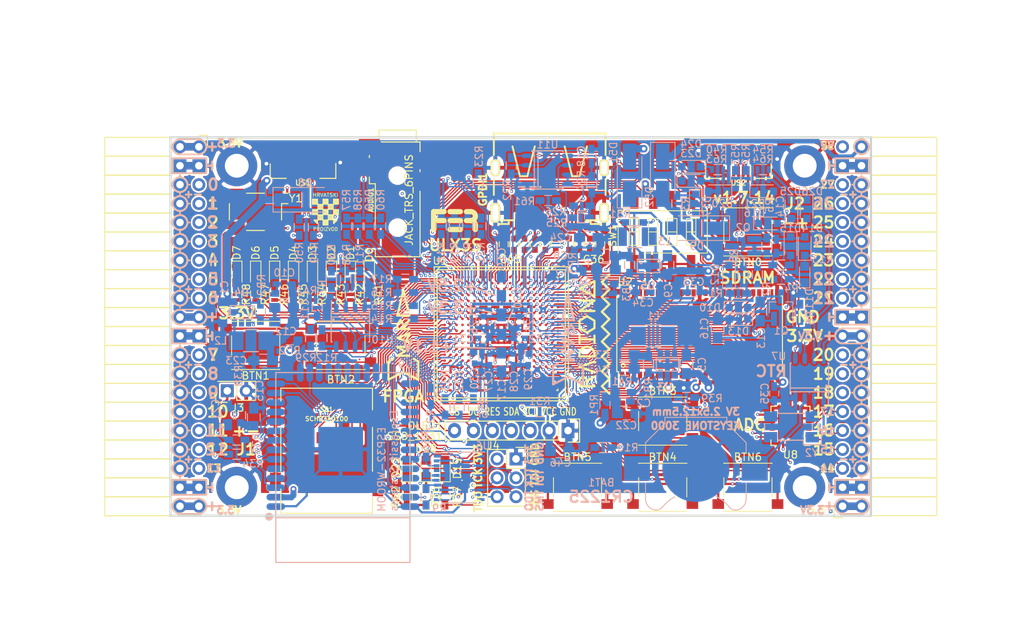
<source format=kicad_pcb>
(kicad_pcb (version 4) (host pcbnew 4.0.7+dfsg1-1)

  (general
    (links 768)
    (no_connects 0)
    (area 71.010001 43.48 212.44 128.320001)
    (thickness 1.6)
    (drawings 481)
    (tracks 4710)
    (zones 0)
    (modules 195)
    (nets 266)
  )

  (page A4)
  (layers
    (0 F.Cu signal)
    (1 In1.Cu signal)
    (2 In2.Cu signal)
    (31 B.Cu signal)
    (32 B.Adhes user)
    (33 F.Adhes user)
    (34 B.Paste user)
    (35 F.Paste user)
    (36 B.SilkS user)
    (37 F.SilkS user)
    (38 B.Mask user)
    (39 F.Mask user)
    (40 Dwgs.User user)
    (41 Cmts.User user)
    (42 Eco1.User user)
    (43 Eco2.User user)
    (44 Edge.Cuts user)
    (45 Margin user)
    (46 B.CrtYd user)
    (47 F.CrtYd user)
    (48 B.Fab user)
    (49 F.Fab user)
  )

  (setup
    (last_trace_width 0.3)
    (trace_clearance 0.127)
    (zone_clearance 0.127)
    (zone_45_only no)
    (trace_min 0.127)
    (segment_width 0.2)
    (edge_width 0.2)
    (via_size 0.4)
    (via_drill 0.2)
    (via_min_size 0.4)
    (via_min_drill 0.2)
    (uvia_size 0.3)
    (uvia_drill 0.1)
    (uvias_allowed no)
    (uvia_min_size 0.2)
    (uvia_min_drill 0.1)
    (pcb_text_width 0.3)
    (pcb_text_size 1.5 1.5)
    (mod_edge_width 0.15)
    (mod_text_size 1 1)
    (mod_text_width 0.15)
    (pad_size 1.7272 1.7272)
    (pad_drill 1.016)
    (pad_to_mask_clearance 0.05)
    (aux_axis_origin 94.1 112.22)
    (grid_origin 94.1 112.22)
    (visible_elements 7FFFFFFF)
    (pcbplotparams
      (layerselection 0x310f0_80000007)
      (usegerberextensions true)
      (excludeedgelayer true)
      (linewidth 0.100000)
      (plotframeref false)
      (viasonmask false)
      (mode 1)
      (useauxorigin false)
      (hpglpennumber 1)
      (hpglpenspeed 20)
      (hpglpendiameter 15)
      (hpglpenoverlay 2)
      (psnegative false)
      (psa4output false)
      (plotreference true)
      (plotvalue true)
      (plotinvisibletext false)
      (padsonsilk false)
      (subtractmaskfromsilk false)
      (outputformat 1)
      (mirror false)
      (drillshape 0)
      (scaleselection 1)
      (outputdirectory plot))
  )

  (net 0 "")
  (net 1 GND)
  (net 2 +5V)
  (net 3 /gpio/IN5V)
  (net 4 /gpio/OUT5V)
  (net 5 +3V3)
  (net 6 BTN_D)
  (net 7 BTN_F1)
  (net 8 BTN_F2)
  (net 9 BTN_L)
  (net 10 BTN_R)
  (net 11 BTN_U)
  (net 12 /power/FB1)
  (net 13 +2V5)
  (net 14 /power/PWREN)
  (net 15 /power/FB3)
  (net 16 /power/FB2)
  (net 17 "Net-(D9-Pad1)")
  (net 18 /power/VBAT)
  (net 19 JTAG_TDI)
  (net 20 JTAG_TCK)
  (net 21 JTAG_TMS)
  (net 22 JTAG_TDO)
  (net 23 /power/WAKEUPn)
  (net 24 /power/WKUP)
  (net 25 /power/SHUT)
  (net 26 /power/WAKE)
  (net 27 /power/HOLD)
  (net 28 /power/WKn)
  (net 29 /power/OSCI_32k)
  (net 30 /power/OSCO_32k)
  (net 31 "Net-(Q2-Pad3)")
  (net 32 SHUTDOWN)
  (net 33 /analog/AUDIO_L)
  (net 34 /analog/AUDIO_R)
  (net 35 GPDI_SDA)
  (net 36 GPDI_SCL)
  (net 37 /gpdi/VREF2)
  (net 38 SD_CMD)
  (net 39 SD_CLK)
  (net 40 SD_D0)
  (net 41 SD_D1)
  (net 42 USB5V)
  (net 43 GPDI_CEC)
  (net 44 nRESET)
  (net 45 FTDI_nDTR)
  (net 46 SDRAM_CKE)
  (net 47 SDRAM_A7)
  (net 48 SDRAM_D15)
  (net 49 SDRAM_BA1)
  (net 50 SDRAM_D7)
  (net 51 SDRAM_A6)
  (net 52 SDRAM_CLK)
  (net 53 SDRAM_D13)
  (net 54 SDRAM_BA0)
  (net 55 SDRAM_D6)
  (net 56 SDRAM_A5)
  (net 57 SDRAM_D14)
  (net 58 SDRAM_A11)
  (net 59 SDRAM_D12)
  (net 60 SDRAM_D5)
  (net 61 SDRAM_A4)
  (net 62 SDRAM_A10)
  (net 63 SDRAM_D11)
  (net 64 SDRAM_A3)
  (net 65 SDRAM_D4)
  (net 66 SDRAM_D10)
  (net 67 SDRAM_D9)
  (net 68 SDRAM_A9)
  (net 69 SDRAM_D3)
  (net 70 SDRAM_D8)
  (net 71 SDRAM_A8)
  (net 72 SDRAM_A2)
  (net 73 SDRAM_A1)
  (net 74 SDRAM_A0)
  (net 75 SDRAM_D2)
  (net 76 SDRAM_D1)
  (net 77 SDRAM_D0)
  (net 78 SDRAM_DQM0)
  (net 79 SDRAM_nCS)
  (net 80 SDRAM_nRAS)
  (net 81 SDRAM_DQM1)
  (net 82 SDRAM_nCAS)
  (net 83 SDRAM_nWE)
  (net 84 /flash/FLASH_nWP)
  (net 85 /flash/FLASH_nHOLD)
  (net 86 /flash/FLASH_MOSI)
  (net 87 /flash/FLASH_MISO)
  (net 88 /flash/FLASH_SCK)
  (net 89 /flash/FLASH_nCS)
  (net 90 /flash/FPGA_PROGRAMN)
  (net 91 /flash/FPGA_DONE)
  (net 92 /flash/FPGA_INITN)
  (net 93 OLED_RES)
  (net 94 OLED_DC)
  (net 95 OLED_CS)
  (net 96 WIFI_EN)
  (net 97 FTDI_nRTS)
  (net 98 FTDI_TXD)
  (net 99 FTDI_RXD)
  (net 100 WIFI_RXD)
  (net 101 WIFI_GPIO0)
  (net 102 WIFI_TXD)
  (net 103 USB_FTDI_D+)
  (net 104 USB_FTDI_D-)
  (net 105 SD_D3)
  (net 106 AUDIO_L3)
  (net 107 AUDIO_L2)
  (net 108 AUDIO_L1)
  (net 109 AUDIO_L0)
  (net 110 AUDIO_R3)
  (net 111 AUDIO_R2)
  (net 112 AUDIO_R1)
  (net 113 AUDIO_R0)
  (net 114 OLED_CLK)
  (net 115 OLED_MOSI)
  (net 116 LED0)
  (net 117 LED1)
  (net 118 LED2)
  (net 119 LED3)
  (net 120 LED4)
  (net 121 LED5)
  (net 122 LED6)
  (net 123 LED7)
  (net 124 BTN_PWRn)
  (net 125 FTDI_nTXLED)
  (net 126 FTDI_nSLEEP)
  (net 127 /blinkey/LED_PWREN)
  (net 128 /blinkey/LED_TXLED)
  (net 129 /sdcard/SD3V3)
  (net 130 SD_D2)
  (net 131 CLK_25MHz)
  (net 132 /blinkey/BTNPUL)
  (net 133 /blinkey/BTNPUR)
  (net 134 USB_FPGA_D+)
  (net 135 /power/FTDI_nSUSPEND)
  (net 136 /blinkey/ALED0)
  (net 137 /blinkey/ALED1)
  (net 138 /blinkey/ALED2)
  (net 139 /blinkey/ALED3)
  (net 140 /blinkey/ALED4)
  (net 141 /blinkey/ALED5)
  (net 142 /blinkey/ALED6)
  (net 143 /blinkey/ALED7)
  (net 144 /usb/FTD-)
  (net 145 /usb/FTD+)
  (net 146 ADC_MISO)
  (net 147 ADC_MOSI)
  (net 148 ADC_CSn)
  (net 149 ADC_SCLK)
  (net 150 SW3)
  (net 151 SW2)
  (net 152 SW1)
  (net 153 USB_FPGA_D-)
  (net 154 /usb/FPD+)
  (net 155 /usb/FPD-)
  (net 156 WIFI_GPIO16)
  (net 157 /usb/ANT_433MHz)
  (net 158 /power/PWRBTn)
  (net 159 PROG_DONE)
  (net 160 /power/P3V3)
  (net 161 /power/P2V5)
  (net 162 /power/L1)
  (net 163 /power/L3)
  (net 164 /power/L2)
  (net 165 FTDI_TXDEN)
  (net 166 SDRAM_A12)
  (net 167 /analog/AUDIO_V)
  (net 168 AUDIO_V3)
  (net 169 AUDIO_V2)
  (net 170 AUDIO_V1)
  (net 171 AUDIO_V0)
  (net 172 /blinkey/LED_WIFI)
  (net 173 /power/P1V1)
  (net 174 +1V1)
  (net 175 SW4)
  (net 176 /blinkey/SWPU)
  (net 177 /wifi/WIFIEN)
  (net 178 FT2V5)
  (net 179 GN0)
  (net 180 GP0)
  (net 181 GN1)
  (net 182 GP1)
  (net 183 GN2)
  (net 184 GP2)
  (net 185 GN3)
  (net 186 GP3)
  (net 187 GN4)
  (net 188 GP4)
  (net 189 GN5)
  (net 190 GP5)
  (net 191 GN6)
  (net 192 GP6)
  (net 193 GN14)
  (net 194 GP14)
  (net 195 GN15)
  (net 196 GP15)
  (net 197 GN16)
  (net 198 GP16)
  (net 199 GN17)
  (net 200 GP17)
  (net 201 GN18)
  (net 202 GP18)
  (net 203 GN19)
  (net 204 GP19)
  (net 205 GN20)
  (net 206 GP20)
  (net 207 GN21)
  (net 208 GP21)
  (net 209 GN22)
  (net 210 GP22)
  (net 211 GN23)
  (net 212 GP23)
  (net 213 GN24)
  (net 214 GP24)
  (net 215 GN25)
  (net 216 GP25)
  (net 217 GN26)
  (net 218 GP26)
  (net 219 GN27)
  (net 220 GP27)
  (net 221 GN7)
  (net 222 GP7)
  (net 223 GN8)
  (net 224 GP8)
  (net 225 GN9)
  (net 226 GP9)
  (net 227 GN10)
  (net 228 GP10)
  (net 229 GN11)
  (net 230 GP11)
  (net 231 GN12)
  (net 232 GP12)
  (net 233 GN13)
  (net 234 GP13)
  (net 235 WIFI_GPIO5)
  (net 236 WIFI_GPIO17)
  (net 237 USB_FPGA_PULL_D+)
  (net 238 USB_FPGA_PULL_D-)
  (net 239 "Net-(D23-Pad2)")
  (net 240 "Net-(D24-Pad1)")
  (net 241 "Net-(D25-Pad2)")
  (net 242 "Net-(D26-Pad1)")
  (net 243 /gpdi/GPDI_ETH+)
  (net 244 FPDI_ETH+)
  (net 245 /gpdi/GPDI_ETH-)
  (net 246 FPDI_ETH-)
  (net 247 /gpdi/GPDI_D2-)
  (net 248 FPDI_D2-)
  (net 249 /gpdi/GPDI_D1-)
  (net 250 FPDI_D1-)
  (net 251 /gpdi/GPDI_D0-)
  (net 252 FPDI_D0-)
  (net 253 /gpdi/GPDI_CLK-)
  (net 254 FPDI_CLK-)
  (net 255 /gpdi/GPDI_D2+)
  (net 256 FPDI_D2+)
  (net 257 /gpdi/GPDI_D1+)
  (net 258 FPDI_D1+)
  (net 259 /gpdi/GPDI_D0+)
  (net 260 FPDI_D0+)
  (net 261 /gpdi/GPDI_CLK+)
  (net 262 FPDI_CLK+)
  (net 263 FPDI_SDA)
  (net 264 FPDI_SCL)
  (net 265 /gpdi/FPDI_CEC)

  (net_class Default "This is the default net class."
    (clearance 0.127)
    (trace_width 0.3)
    (via_dia 0.4)
    (via_drill 0.2)
    (uvia_dia 0.3)
    (uvia_drill 0.1)
    (add_net +1V1)
    (add_net +2V5)
    (add_net +3V3)
    (add_net +5V)
    (add_net /analog/AUDIO_L)
    (add_net /analog/AUDIO_R)
    (add_net /analog/AUDIO_V)
    (add_net /blinkey/ALED0)
    (add_net /blinkey/ALED1)
    (add_net /blinkey/ALED2)
    (add_net /blinkey/ALED3)
    (add_net /blinkey/ALED4)
    (add_net /blinkey/ALED5)
    (add_net /blinkey/ALED6)
    (add_net /blinkey/ALED7)
    (add_net /blinkey/BTNPUL)
    (add_net /blinkey/BTNPUR)
    (add_net /blinkey/LED_PWREN)
    (add_net /blinkey/LED_TXLED)
    (add_net /blinkey/LED_WIFI)
    (add_net /blinkey/SWPU)
    (add_net /gpdi/FPDI_CEC)
    (add_net /gpdi/GPDI_CLK+)
    (add_net /gpdi/GPDI_CLK-)
    (add_net /gpdi/GPDI_D0+)
    (add_net /gpdi/GPDI_D0-)
    (add_net /gpdi/GPDI_D1+)
    (add_net /gpdi/GPDI_D1-)
    (add_net /gpdi/GPDI_D2+)
    (add_net /gpdi/GPDI_D2-)
    (add_net /gpdi/GPDI_ETH+)
    (add_net /gpdi/GPDI_ETH-)
    (add_net /gpdi/VREF2)
    (add_net /gpio/IN5V)
    (add_net /gpio/OUT5V)
    (add_net /power/FB1)
    (add_net /power/FB2)
    (add_net /power/FB3)
    (add_net /power/FTDI_nSUSPEND)
    (add_net /power/HOLD)
    (add_net /power/L1)
    (add_net /power/L2)
    (add_net /power/L3)
    (add_net /power/OSCI_32k)
    (add_net /power/OSCO_32k)
    (add_net /power/P1V1)
    (add_net /power/P2V5)
    (add_net /power/P3V3)
    (add_net /power/PWRBTn)
    (add_net /power/PWREN)
    (add_net /power/SHUT)
    (add_net /power/VBAT)
    (add_net /power/WAKE)
    (add_net /power/WAKEUPn)
    (add_net /power/WKUP)
    (add_net /power/WKn)
    (add_net /sdcard/SD3V3)
    (add_net /usb/ANT_433MHz)
    (add_net /usb/FPD+)
    (add_net /usb/FPD-)
    (add_net /usb/FTD+)
    (add_net /usb/FTD-)
    (add_net /wifi/WIFIEN)
    (add_net FPDI_CLK+)
    (add_net FPDI_CLK-)
    (add_net FPDI_D0+)
    (add_net FPDI_D0-)
    (add_net FPDI_D1+)
    (add_net FPDI_D1-)
    (add_net FPDI_D2+)
    (add_net FPDI_D2-)
    (add_net FPDI_ETH+)
    (add_net FPDI_ETH-)
    (add_net FPDI_SCL)
    (add_net FPDI_SDA)
    (add_net FT2V5)
    (add_net GND)
    (add_net "Net-(D23-Pad2)")
    (add_net "Net-(D24-Pad1)")
    (add_net "Net-(D25-Pad2)")
    (add_net "Net-(D26-Pad1)")
    (add_net "Net-(D9-Pad1)")
    (add_net "Net-(Q2-Pad3)")
    (add_net SW4)
    (add_net USB5V)
  )

  (net_class BGA ""
    (clearance 0.127)
    (trace_width 0.19)
    (via_dia 0.4)
    (via_drill 0.2)
    (uvia_dia 0.3)
    (uvia_drill 0.1)
    (add_net /flash/FLASH_MISO)
    (add_net /flash/FLASH_MOSI)
    (add_net /flash/FLASH_SCK)
    (add_net /flash/FLASH_nCS)
    (add_net /flash/FLASH_nHOLD)
    (add_net /flash/FLASH_nWP)
    (add_net /flash/FPGA_DONE)
    (add_net /flash/FPGA_INITN)
    (add_net /flash/FPGA_PROGRAMN)
    (add_net ADC_CSn)
    (add_net ADC_MISO)
    (add_net ADC_MOSI)
    (add_net ADC_SCLK)
    (add_net AUDIO_L0)
    (add_net AUDIO_L1)
    (add_net AUDIO_L2)
    (add_net AUDIO_L3)
    (add_net AUDIO_R0)
    (add_net AUDIO_R1)
    (add_net AUDIO_R2)
    (add_net AUDIO_R3)
    (add_net AUDIO_V0)
    (add_net AUDIO_V1)
    (add_net AUDIO_V2)
    (add_net AUDIO_V3)
    (add_net BTN_D)
    (add_net BTN_F1)
    (add_net BTN_F2)
    (add_net BTN_L)
    (add_net BTN_PWRn)
    (add_net BTN_R)
    (add_net BTN_U)
    (add_net CLK_25MHz)
    (add_net FTDI_RXD)
    (add_net FTDI_TXD)
    (add_net FTDI_TXDEN)
    (add_net FTDI_nDTR)
    (add_net FTDI_nRTS)
    (add_net FTDI_nSLEEP)
    (add_net FTDI_nTXLED)
    (add_net GN0)
    (add_net GN1)
    (add_net GN10)
    (add_net GN11)
    (add_net GN12)
    (add_net GN13)
    (add_net GN14)
    (add_net GN15)
    (add_net GN16)
    (add_net GN17)
    (add_net GN18)
    (add_net GN19)
    (add_net GN2)
    (add_net GN20)
    (add_net GN21)
    (add_net GN22)
    (add_net GN23)
    (add_net GN24)
    (add_net GN25)
    (add_net GN26)
    (add_net GN27)
    (add_net GN3)
    (add_net GN4)
    (add_net GN5)
    (add_net GN6)
    (add_net GN7)
    (add_net GN8)
    (add_net GN9)
    (add_net GP0)
    (add_net GP1)
    (add_net GP10)
    (add_net GP11)
    (add_net GP12)
    (add_net GP13)
    (add_net GP14)
    (add_net GP15)
    (add_net GP16)
    (add_net GP17)
    (add_net GP18)
    (add_net GP19)
    (add_net GP2)
    (add_net GP20)
    (add_net GP21)
    (add_net GP22)
    (add_net GP23)
    (add_net GP24)
    (add_net GP25)
    (add_net GP26)
    (add_net GP27)
    (add_net GP3)
    (add_net GP4)
    (add_net GP5)
    (add_net GP6)
    (add_net GP7)
    (add_net GP8)
    (add_net GP9)
    (add_net GPDI_CEC)
    (add_net GPDI_SCL)
    (add_net GPDI_SDA)
    (add_net JTAG_TCK)
    (add_net JTAG_TDI)
    (add_net JTAG_TDO)
    (add_net JTAG_TMS)
    (add_net LED0)
    (add_net LED1)
    (add_net LED2)
    (add_net LED3)
    (add_net LED4)
    (add_net LED5)
    (add_net LED6)
    (add_net LED7)
    (add_net OLED_CLK)
    (add_net OLED_CS)
    (add_net OLED_DC)
    (add_net OLED_MOSI)
    (add_net OLED_RES)
    (add_net PROG_DONE)
    (add_net SDRAM_A0)
    (add_net SDRAM_A1)
    (add_net SDRAM_A10)
    (add_net SDRAM_A11)
    (add_net SDRAM_A12)
    (add_net SDRAM_A2)
    (add_net SDRAM_A3)
    (add_net SDRAM_A4)
    (add_net SDRAM_A5)
    (add_net SDRAM_A6)
    (add_net SDRAM_A7)
    (add_net SDRAM_A8)
    (add_net SDRAM_A9)
    (add_net SDRAM_BA0)
    (add_net SDRAM_BA1)
    (add_net SDRAM_CKE)
    (add_net SDRAM_CLK)
    (add_net SDRAM_D0)
    (add_net SDRAM_D1)
    (add_net SDRAM_D10)
    (add_net SDRAM_D11)
    (add_net SDRAM_D12)
    (add_net SDRAM_D13)
    (add_net SDRAM_D14)
    (add_net SDRAM_D15)
    (add_net SDRAM_D2)
    (add_net SDRAM_D3)
    (add_net SDRAM_D4)
    (add_net SDRAM_D5)
    (add_net SDRAM_D6)
    (add_net SDRAM_D7)
    (add_net SDRAM_D8)
    (add_net SDRAM_D9)
    (add_net SDRAM_DQM0)
    (add_net SDRAM_DQM1)
    (add_net SDRAM_nCAS)
    (add_net SDRAM_nCS)
    (add_net SDRAM_nRAS)
    (add_net SDRAM_nWE)
    (add_net SD_CLK)
    (add_net SD_CMD)
    (add_net SD_D0)
    (add_net SD_D1)
    (add_net SD_D2)
    (add_net SD_D3)
    (add_net SHUTDOWN)
    (add_net SW1)
    (add_net SW2)
    (add_net SW3)
    (add_net USB_FPGA_D+)
    (add_net USB_FPGA_D-)
    (add_net USB_FPGA_PULL_D+)
    (add_net USB_FPGA_PULL_D-)
    (add_net USB_FTDI_D+)
    (add_net USB_FTDI_D-)
    (add_net WIFI_EN)
    (add_net WIFI_GPIO0)
    (add_net WIFI_GPIO16)
    (add_net WIFI_GPIO17)
    (add_net WIFI_GPIO5)
    (add_net WIFI_RXD)
    (add_net WIFI_TXD)
    (add_net nRESET)
  )

  (net_class Minimal ""
    (clearance 0.127)
    (trace_width 0.127)
    (via_dia 0.4)
    (via_drill 0.2)
    (uvia_dia 0.3)
    (uvia_drill 0.1)
  )

  (module Socket_Strips:Socket_Strip_Angled_2x20 (layer F.Cu) (tedit 5A2B354F) (tstamp 58E6BE3D)
    (at 97.91 62.69 270)
    (descr "Through hole socket strip")
    (tags "socket strip")
    (path /56AC389C/58E6B835)
    (fp_text reference J1 (at 40.64 -6.35 360) (layer F.SilkS)
      (effects (font (size 1.5 1.5) (thickness 0.3)))
    )
    (fp_text value CONN_02X20 (at 0 -2.6 270) (layer F.Fab) hide
      (effects (font (size 1 1) (thickness 0.15)))
    )
    (fp_line (start -1.75 -1.35) (end -1.75 13.15) (layer F.CrtYd) (width 0.05))
    (fp_line (start 50.05 -1.35) (end 50.05 13.15) (layer F.CrtYd) (width 0.05))
    (fp_line (start -1.75 -1.35) (end 50.05 -1.35) (layer F.CrtYd) (width 0.05))
    (fp_line (start -1.75 13.15) (end 50.05 13.15) (layer F.CrtYd) (width 0.05))
    (fp_line (start 49.53 12.64) (end 49.53 3.81) (layer F.SilkS) (width 0.15))
    (fp_line (start 46.99 12.64) (end 49.53 12.64) (layer F.SilkS) (width 0.15))
    (fp_line (start 46.99 3.81) (end 49.53 3.81) (layer F.SilkS) (width 0.15))
    (fp_line (start 49.53 3.81) (end 49.53 12.64) (layer F.SilkS) (width 0.15))
    (fp_line (start 46.99 3.81) (end 46.99 12.64) (layer F.SilkS) (width 0.15))
    (fp_line (start 44.45 3.81) (end 46.99 3.81) (layer F.SilkS) (width 0.15))
    (fp_line (start 44.45 12.64) (end 46.99 12.64) (layer F.SilkS) (width 0.15))
    (fp_line (start 46.99 12.64) (end 46.99 3.81) (layer F.SilkS) (width 0.15))
    (fp_line (start 29.21 12.64) (end 29.21 3.81) (layer F.SilkS) (width 0.15))
    (fp_line (start 26.67 12.64) (end 29.21 12.64) (layer F.SilkS) (width 0.15))
    (fp_line (start 26.67 3.81) (end 29.21 3.81) (layer F.SilkS) (width 0.15))
    (fp_line (start 29.21 3.81) (end 29.21 12.64) (layer F.SilkS) (width 0.15))
    (fp_line (start 31.75 3.81) (end 31.75 12.64) (layer F.SilkS) (width 0.15))
    (fp_line (start 29.21 3.81) (end 31.75 3.81) (layer F.SilkS) (width 0.15))
    (fp_line (start 29.21 12.64) (end 31.75 12.64) (layer F.SilkS) (width 0.15))
    (fp_line (start 31.75 12.64) (end 31.75 3.81) (layer F.SilkS) (width 0.15))
    (fp_line (start 44.45 12.64) (end 44.45 3.81) (layer F.SilkS) (width 0.15))
    (fp_line (start 41.91 12.64) (end 44.45 12.64) (layer F.SilkS) (width 0.15))
    (fp_line (start 41.91 3.81) (end 44.45 3.81) (layer F.SilkS) (width 0.15))
    (fp_line (start 44.45 3.81) (end 44.45 12.64) (layer F.SilkS) (width 0.15))
    (fp_line (start 41.91 3.81) (end 41.91 12.64) (layer F.SilkS) (width 0.15))
    (fp_line (start 39.37 3.81) (end 41.91 3.81) (layer F.SilkS) (width 0.15))
    (fp_line (start 39.37 12.64) (end 41.91 12.64) (layer F.SilkS) (width 0.15))
    (fp_line (start 41.91 12.64) (end 41.91 3.81) (layer F.SilkS) (width 0.15))
    (fp_line (start 39.37 12.64) (end 39.37 3.81) (layer F.SilkS) (width 0.15))
    (fp_line (start 36.83 12.64) (end 39.37 12.64) (layer F.SilkS) (width 0.15))
    (fp_line (start 36.83 3.81) (end 39.37 3.81) (layer F.SilkS) (width 0.15))
    (fp_line (start 39.37 3.81) (end 39.37 12.64) (layer F.SilkS) (width 0.15))
    (fp_line (start 36.83 3.81) (end 36.83 12.64) (layer F.SilkS) (width 0.15))
    (fp_line (start 34.29 3.81) (end 36.83 3.81) (layer F.SilkS) (width 0.15))
    (fp_line (start 34.29 12.64) (end 36.83 12.64) (layer F.SilkS) (width 0.15))
    (fp_line (start 36.83 12.64) (end 36.83 3.81) (layer F.SilkS) (width 0.15))
    (fp_line (start 34.29 12.64) (end 34.29 3.81) (layer F.SilkS) (width 0.15))
    (fp_line (start 31.75 12.64) (end 34.29 12.64) (layer F.SilkS) (width 0.15))
    (fp_line (start 31.75 3.81) (end 34.29 3.81) (layer F.SilkS) (width 0.15))
    (fp_line (start 34.29 3.81) (end 34.29 12.64) (layer F.SilkS) (width 0.15))
    (fp_line (start 16.51 3.81) (end 16.51 12.64) (layer F.SilkS) (width 0.15))
    (fp_line (start 13.97 3.81) (end 16.51 3.81) (layer F.SilkS) (width 0.15))
    (fp_line (start 13.97 12.64) (end 16.51 12.64) (layer F.SilkS) (width 0.15))
    (fp_line (start 16.51 12.64) (end 16.51 3.81) (layer F.SilkS) (width 0.15))
    (fp_line (start 19.05 12.64) (end 19.05 3.81) (layer F.SilkS) (width 0.15))
    (fp_line (start 16.51 12.64) (end 19.05 12.64) (layer F.SilkS) (width 0.15))
    (fp_line (start 16.51 3.81) (end 19.05 3.81) (layer F.SilkS) (width 0.15))
    (fp_line (start 19.05 3.81) (end 19.05 12.64) (layer F.SilkS) (width 0.15))
    (fp_line (start 21.59 3.81) (end 21.59 12.64) (layer F.SilkS) (width 0.15))
    (fp_line (start 19.05 3.81) (end 21.59 3.81) (layer F.SilkS) (width 0.15))
    (fp_line (start 19.05 12.64) (end 21.59 12.64) (layer F.SilkS) (width 0.15))
    (fp_line (start 21.59 12.64) (end 21.59 3.81) (layer F.SilkS) (width 0.15))
    (fp_line (start 24.13 12.64) (end 24.13 3.81) (layer F.SilkS) (width 0.15))
    (fp_line (start 21.59 12.64) (end 24.13 12.64) (layer F.SilkS) (width 0.15))
    (fp_line (start 21.59 3.81) (end 24.13 3.81) (layer F.SilkS) (width 0.15))
    (fp_line (start 24.13 3.81) (end 24.13 12.64) (layer F.SilkS) (width 0.15))
    (fp_line (start 26.67 3.81) (end 26.67 12.64) (layer F.SilkS) (width 0.15))
    (fp_line (start 24.13 3.81) (end 26.67 3.81) (layer F.SilkS) (width 0.15))
    (fp_line (start 24.13 12.64) (end 26.67 12.64) (layer F.SilkS) (width 0.15))
    (fp_line (start 26.67 12.64) (end 26.67 3.81) (layer F.SilkS) (width 0.15))
    (fp_line (start 13.97 12.64) (end 13.97 3.81) (layer F.SilkS) (width 0.15))
    (fp_line (start 11.43 12.64) (end 13.97 12.64) (layer F.SilkS) (width 0.15))
    (fp_line (start 11.43 3.81) (end 13.97 3.81) (layer F.SilkS) (width 0.15))
    (fp_line (start 13.97 3.81) (end 13.97 12.64) (layer F.SilkS) (width 0.15))
    (fp_line (start 11.43 3.81) (end 11.43 12.64) (layer F.SilkS) (width 0.15))
    (fp_line (start 8.89 3.81) (end 11.43 3.81) (layer F.SilkS) (width 0.15))
    (fp_line (start 8.89 12.64) (end 11.43 12.64) (layer F.SilkS) (width 0.15))
    (fp_line (start 11.43 12.64) (end 11.43 3.81) (layer F.SilkS) (width 0.15))
    (fp_line (start 8.89 12.64) (end 8.89 3.81) (layer F.SilkS) (width 0.15))
    (fp_line (start 6.35 12.64) (end 8.89 12.64) (layer F.SilkS) (width 0.15))
    (fp_line (start 6.35 3.81) (end 8.89 3.81) (layer F.SilkS) (width 0.15))
    (fp_line (start 8.89 3.81) (end 8.89 12.64) (layer F.SilkS) (width 0.15))
    (fp_line (start 6.35 3.81) (end 6.35 12.64) (layer F.SilkS) (width 0.15))
    (fp_line (start 3.81 3.81) (end 6.35 3.81) (layer F.SilkS) (width 0.15))
    (fp_line (start 3.81 12.64) (end 6.35 12.64) (layer F.SilkS) (width 0.15))
    (fp_line (start 6.35 12.64) (end 6.35 3.81) (layer F.SilkS) (width 0.15))
    (fp_line (start 3.81 12.64) (end 3.81 3.81) (layer F.SilkS) (width 0.15))
    (fp_line (start 1.27 12.64) (end 3.81 12.64) (layer F.SilkS) (width 0.15))
    (fp_line (start 1.27 3.81) (end 3.81 3.81) (layer F.SilkS) (width 0.15))
    (fp_line (start 3.81 3.81) (end 3.81 12.64) (layer F.SilkS) (width 0.15))
    (fp_line (start 1.27 3.81) (end 1.27 12.64) (layer F.SilkS) (width 0.15))
    (fp_line (start -1.27 3.81) (end 1.27 3.81) (layer F.SilkS) (width 0.15))
    (fp_line (start 0 -1.15) (end -1.55 -1.15) (layer F.SilkS) (width 0.15))
    (fp_line (start -1.55 -1.15) (end -1.55 0) (layer F.SilkS) (width 0.15))
    (fp_line (start -1.27 3.81) (end -1.27 12.64) (layer F.SilkS) (width 0.15))
    (fp_line (start -1.27 12.64) (end 1.27 12.64) (layer F.SilkS) (width 0.15))
    (fp_line (start 1.27 12.64) (end 1.27 3.81) (layer F.SilkS) (width 0.15))
    (pad 1 thru_hole oval (at 0 0 270) (size 1.7272 1.7272) (drill 1.016) (layers *.Cu *.Mask)
      (net 5 +3V3))
    (pad 2 thru_hole oval (at 0 2.54 270) (size 1.7272 1.7272) (drill 1.016) (layers *.Cu *.Mask)
      (net 5 +3V3))
    (pad 3 thru_hole rect (at 2.54 0 270) (size 1.7272 1.7272) (drill 1.016) (layers *.Cu *.Mask)
      (net 1 GND))
    (pad 4 thru_hole rect (at 2.54 2.54 270) (size 1.7272 1.7272) (drill 1.016) (layers *.Cu *.Mask)
      (net 1 GND))
    (pad 5 thru_hole oval (at 5.08 0 270) (size 1.7272 1.7272) (drill 1.016) (layers *.Cu *.Mask)
      (net 179 GN0))
    (pad 6 thru_hole oval (at 5.08 2.54 270) (size 1.7272 1.7272) (drill 1.016) (layers *.Cu *.Mask)
      (net 180 GP0))
    (pad 7 thru_hole oval (at 7.62 0 270) (size 1.7272 1.7272) (drill 1.016) (layers *.Cu *.Mask)
      (net 181 GN1))
    (pad 8 thru_hole oval (at 7.62 2.54 270) (size 1.7272 1.7272) (drill 1.016) (layers *.Cu *.Mask)
      (net 182 GP1))
    (pad 9 thru_hole oval (at 10.16 0 270) (size 1.7272 1.7272) (drill 1.016) (layers *.Cu *.Mask)
      (net 183 GN2))
    (pad 10 thru_hole oval (at 10.16 2.54 270) (size 1.7272 1.7272) (drill 1.016) (layers *.Cu *.Mask)
      (net 184 GP2))
    (pad 11 thru_hole oval (at 12.7 0 270) (size 1.7272 1.7272) (drill 1.016) (layers *.Cu *.Mask)
      (net 185 GN3))
    (pad 12 thru_hole oval (at 12.7 2.54 270) (size 1.7272 1.7272) (drill 1.016) (layers *.Cu *.Mask)
      (net 186 GP3))
    (pad 13 thru_hole oval (at 15.24 0 270) (size 1.7272 1.7272) (drill 1.016) (layers *.Cu *.Mask)
      (net 187 GN4))
    (pad 14 thru_hole oval (at 15.24 2.54 270) (size 1.7272 1.7272) (drill 1.016) (layers *.Cu *.Mask)
      (net 188 GP4))
    (pad 15 thru_hole oval (at 17.78 0 270) (size 1.7272 1.7272) (drill 1.016) (layers *.Cu *.Mask)
      (net 189 GN5))
    (pad 16 thru_hole oval (at 17.78 2.54 270) (size 1.7272 1.7272) (drill 1.016) (layers *.Cu *.Mask)
      (net 190 GP5))
    (pad 17 thru_hole oval (at 20.32 0 270) (size 1.7272 1.7272) (drill 1.016) (layers *.Cu *.Mask)
      (net 191 GN6))
    (pad 18 thru_hole oval (at 20.32 2.54 270) (size 1.7272 1.7272) (drill 1.016) (layers *.Cu *.Mask)
      (net 192 GP6))
    (pad 19 thru_hole oval (at 22.86 0 270) (size 1.7272 1.7272) (drill 1.016) (layers *.Cu *.Mask)
      (net 5 +3V3))
    (pad 20 thru_hole oval (at 22.86 2.54 270) (size 1.7272 1.7272) (drill 1.016) (layers *.Cu *.Mask)
      (net 5 +3V3))
    (pad 21 thru_hole rect (at 25.4 0 270) (size 1.7272 1.7272) (drill 1.016) (layers *.Cu *.Mask)
      (net 1 GND))
    (pad 22 thru_hole rect (at 25.4 2.54 270) (size 1.7272 1.7272) (drill 1.016) (layers *.Cu *.Mask)
      (net 1 GND))
    (pad 23 thru_hole oval (at 27.94 0 270) (size 1.7272 1.7272) (drill 1.016) (layers *.Cu *.Mask)
      (net 221 GN7))
    (pad 24 thru_hole oval (at 27.94 2.54 270) (size 1.7272 1.7272) (drill 1.016) (layers *.Cu *.Mask)
      (net 222 GP7))
    (pad 25 thru_hole oval (at 30.48 0 270) (size 1.7272 1.7272) (drill 1.016) (layers *.Cu *.Mask)
      (net 223 GN8))
    (pad 26 thru_hole oval (at 30.48 2.54 270) (size 1.7272 1.7272) (drill 1.016) (layers *.Cu *.Mask)
      (net 224 GP8))
    (pad 27 thru_hole oval (at 33.02 0 270) (size 1.7272 1.7272) (drill 1.016) (layers *.Cu *.Mask)
      (net 225 GN9))
    (pad 28 thru_hole oval (at 33.02 2.54 270) (size 1.7272 1.7272) (drill 1.016) (layers *.Cu *.Mask)
      (net 226 GP9))
    (pad 29 thru_hole oval (at 35.56 0 270) (size 1.7272 1.7272) (drill 1.016) (layers *.Cu *.Mask)
      (net 227 GN10))
    (pad 30 thru_hole oval (at 35.56 2.54 270) (size 1.7272 1.7272) (drill 1.016) (layers *.Cu *.Mask)
      (net 228 GP10))
    (pad 31 thru_hole oval (at 38.1 0 270) (size 1.7272 1.7272) (drill 1.016) (layers *.Cu *.Mask)
      (net 229 GN11))
    (pad 32 thru_hole oval (at 38.1 2.54 270) (size 1.7272 1.7272) (drill 1.016) (layers *.Cu *.Mask)
      (net 230 GP11))
    (pad 33 thru_hole oval (at 40.64 0 270) (size 1.7272 1.7272) (drill 1.016) (layers *.Cu *.Mask)
      (net 231 GN12))
    (pad 34 thru_hole oval (at 40.64 2.54 270) (size 1.7272 1.7272) (drill 1.016) (layers *.Cu *.Mask)
      (net 232 GP12))
    (pad 35 thru_hole oval (at 43.18 0 270) (size 1.7272 1.7272) (drill 1.016) (layers *.Cu *.Mask)
      (net 233 GN13))
    (pad 36 thru_hole oval (at 43.18 2.54 270) (size 1.7272 1.7272) (drill 1.016) (layers *.Cu *.Mask)
      (net 234 GP13))
    (pad 37 thru_hole rect (at 45.72 0 270) (size 1.7272 1.7272) (drill 1.016) (layers *.Cu *.Mask)
      (net 1 GND))
    (pad 38 thru_hole rect (at 45.72 2.54 270) (size 1.7272 1.7272) (drill 1.016) (layers *.Cu *.Mask)
      (net 1 GND))
    (pad 39 thru_hole oval (at 48.26 0 270) (size 1.7272 1.7272) (drill 1.016) (layers *.Cu *.Mask)
      (net 5 +3V3))
    (pad 40 thru_hole oval (at 48.26 2.54 270) (size 1.7272 1.7272) (drill 1.016) (layers *.Cu *.Mask)
      (net 5 +3V3))
    (model Socket_Strips.3dshapes/Socket_Strip_Angled_2x20.wrl
      (at (xyz 0.95 -0.05 0))
      (scale (xyz 1 1 1))
      (rotate (xyz 0 0 180))
    )
  )

  (module SMD_Packages:1Pin (layer F.Cu) (tedit 59F891E7) (tstamp 59C3DCCD)
    (at 182.67515 111.637626)
    (descr "module 1 pin (ou trou mecanique de percage)")
    (tags DEV)
    (path /58D6BF46/59C3AE47)
    (fp_text reference AE1 (at -3.236 3.798) (layer F.SilkS) hide
      (effects (font (size 1 1) (thickness 0.15)))
    )
    (fp_text value 433MHz (at 2.606 3.798) (layer F.Fab) hide
      (effects (font (size 1 1) (thickness 0.15)))
    )
    (pad 1 smd rect (at 0 0) (size 0.5 0.5) (layers B.Cu F.Paste F.Mask)
      (net 157 /usb/ANT_433MHz))
  )

  (module Resistors_SMD:R_0603_HandSoldering (layer B.Cu) (tedit 58307AEF) (tstamp 590C5C33)
    (at 103.498 98.758 90)
    (descr "Resistor SMD 0603, hand soldering")
    (tags "resistor 0603")
    (path /58DA7327/590C5D62)
    (attr smd)
    (fp_text reference R38 (at 5.334 -0.254 90) (layer B.SilkS)
      (effects (font (size 1 1) (thickness 0.15)) (justify mirror))
    )
    (fp_text value 0.47 (at 3.386 0 90) (layer B.Fab)
      (effects (font (size 1 1) (thickness 0.15)) (justify mirror))
    )
    (fp_line (start -0.8 -0.4) (end -0.8 0.4) (layer B.Fab) (width 0.1))
    (fp_line (start 0.8 -0.4) (end -0.8 -0.4) (layer B.Fab) (width 0.1))
    (fp_line (start 0.8 0.4) (end 0.8 -0.4) (layer B.Fab) (width 0.1))
    (fp_line (start -0.8 0.4) (end 0.8 0.4) (layer B.Fab) (width 0.1))
    (fp_line (start -2 0.8) (end 2 0.8) (layer B.CrtYd) (width 0.05))
    (fp_line (start -2 -0.8) (end 2 -0.8) (layer B.CrtYd) (width 0.05))
    (fp_line (start -2 0.8) (end -2 -0.8) (layer B.CrtYd) (width 0.05))
    (fp_line (start 2 0.8) (end 2 -0.8) (layer B.CrtYd) (width 0.05))
    (fp_line (start 0.5 -0.675) (end -0.5 -0.675) (layer B.SilkS) (width 0.15))
    (fp_line (start -0.5 0.675) (end 0.5 0.675) (layer B.SilkS) (width 0.15))
    (pad 1 smd rect (at -1.1 0 90) (size 1.2 0.9) (layers B.Cu B.Paste B.Mask)
      (net 129 /sdcard/SD3V3))
    (pad 2 smd rect (at 1.1 0 90) (size 1.2 0.9) (layers B.Cu B.Paste B.Mask)
      (net 5 +3V3))
    (model Resistors_SMD.3dshapes/R_0603_HandSoldering.wrl
      (at (xyz 0 0 0))
      (scale (xyz 1 1 1))
      (rotate (xyz 0 0 0))
    )
    (model Resistors_SMD.3dshapes/R_0603.wrl
      (at (xyz 0 0 0))
      (scale (xyz 1 1 1))
      (rotate (xyz 0 0 0))
    )
  )

  (module Diodes_SMD:D_SMA_Handsoldering (layer B.Cu) (tedit 59D564F6) (tstamp 59D3C50D)
    (at 155.695 66.5 90)
    (descr "Diode SMA (DO-214AC) Handsoldering")
    (tags "Diode SMA (DO-214AC) Handsoldering")
    (path /56AC389C/56AC483B)
    (attr smd)
    (fp_text reference D51 (at 3.048 -2.159 90) (layer B.SilkS)
      (effects (font (size 1 1) (thickness 0.15)) (justify mirror))
    )
    (fp_text value STPS2L30AF (at 0 -2.6 90) (layer B.Fab) hide
      (effects (font (size 1 1) (thickness 0.15)) (justify mirror))
    )
    (fp_text user %R (at 3.048 -2.159 90) (layer B.Fab) hide
      (effects (font (size 1 1) (thickness 0.15)) (justify mirror))
    )
    (fp_line (start -4.4 1.65) (end -4.4 -1.65) (layer B.SilkS) (width 0.12))
    (fp_line (start 2.3 -1.5) (end -2.3 -1.5) (layer B.Fab) (width 0.1))
    (fp_line (start -2.3 -1.5) (end -2.3 1.5) (layer B.Fab) (width 0.1))
    (fp_line (start 2.3 1.5) (end 2.3 -1.5) (layer B.Fab) (width 0.1))
    (fp_line (start 2.3 1.5) (end -2.3 1.5) (layer B.Fab) (width 0.1))
    (fp_line (start -4.5 1.75) (end 4.5 1.75) (layer B.CrtYd) (width 0.05))
    (fp_line (start 4.5 1.75) (end 4.5 -1.75) (layer B.CrtYd) (width 0.05))
    (fp_line (start 4.5 -1.75) (end -4.5 -1.75) (layer B.CrtYd) (width 0.05))
    (fp_line (start -4.5 -1.75) (end -4.5 1.75) (layer B.CrtYd) (width 0.05))
    (fp_line (start -0.64944 -0.00102) (end -1.55114 -0.00102) (layer B.Fab) (width 0.1))
    (fp_line (start 0.50118 -0.00102) (end 1.4994 -0.00102) (layer B.Fab) (width 0.1))
    (fp_line (start -0.64944 0.79908) (end -0.64944 -0.80112) (layer B.Fab) (width 0.1))
    (fp_line (start 0.50118 -0.75032) (end 0.50118 0.79908) (layer B.Fab) (width 0.1))
    (fp_line (start -0.64944 -0.00102) (end 0.50118 -0.75032) (layer B.Fab) (width 0.1))
    (fp_line (start -0.64944 -0.00102) (end 0.50118 0.79908) (layer B.Fab) (width 0.1))
    (fp_line (start -4.4 -1.65) (end 2.5 -1.65) (layer B.SilkS) (width 0.12))
    (fp_line (start -4.4 1.65) (end 2.5 1.65) (layer B.SilkS) (width 0.12))
    (pad 1 smd rect (at -2.5 0 90) (size 3.5 1.8) (layers B.Cu B.Paste B.Mask)
      (net 2 +5V))
    (pad 2 smd rect (at 2.5 0 90) (size 3.5 1.8) (layers B.Cu B.Paste B.Mask)
      (net 3 /gpio/IN5V))
    (model ${KISYS3DMOD}/Diodes_SMD.3dshapes/D_SMA.wrl
      (at (xyz 0 0 0))
      (scale (xyz 1 1 1))
      (rotate (xyz 0 0 0))
    )
  )

  (module Resistors_SMD:R_0603_HandSoldering (layer B.Cu) (tedit 58307AEF) (tstamp 595B8F7A)
    (at 156.33 72.85 180)
    (descr "Resistor SMD 0603, hand soldering")
    (tags "resistor 0603")
    (path /58D6547C/595B9C2F)
    (attr smd)
    (fp_text reference R51 (at 1.905 1.143 180) (layer B.SilkS)
      (effects (font (size 1 1) (thickness 0.15)) (justify mirror))
    )
    (fp_text value 150 (at 3.556 -0.508 180) (layer B.Fab)
      (effects (font (size 1 1) (thickness 0.15)) (justify mirror))
    )
    (fp_line (start -0.8 -0.4) (end -0.8 0.4) (layer B.Fab) (width 0.1))
    (fp_line (start 0.8 -0.4) (end -0.8 -0.4) (layer B.Fab) (width 0.1))
    (fp_line (start 0.8 0.4) (end 0.8 -0.4) (layer B.Fab) (width 0.1))
    (fp_line (start -0.8 0.4) (end 0.8 0.4) (layer B.Fab) (width 0.1))
    (fp_line (start -2 0.8) (end 2 0.8) (layer B.CrtYd) (width 0.05))
    (fp_line (start -2 -0.8) (end 2 -0.8) (layer B.CrtYd) (width 0.05))
    (fp_line (start -2 0.8) (end -2 -0.8) (layer B.CrtYd) (width 0.05))
    (fp_line (start 2 0.8) (end 2 -0.8) (layer B.CrtYd) (width 0.05))
    (fp_line (start 0.5 -0.675) (end -0.5 -0.675) (layer B.SilkS) (width 0.15))
    (fp_line (start -0.5 0.675) (end 0.5 0.675) (layer B.SilkS) (width 0.15))
    (pad 1 smd rect (at -1.1 0 180) (size 1.2 0.9) (layers B.Cu B.Paste B.Mask)
      (net 5 +3V3))
    (pad 2 smd rect (at 1.1 0 180) (size 1.2 0.9) (layers B.Cu B.Paste B.Mask)
      (net 176 /blinkey/SWPU))
    (model Resistors_SMD.3dshapes/R_0603.wrl
      (at (xyz 0 0 0))
      (scale (xyz 1 1 1))
      (rotate (xyz 0 0 0))
    )
  )

  (module Resistors_SMD:R_1210_HandSoldering (layer B.Cu) (tedit 58307C8D) (tstamp 58D58A37)
    (at 158.87 88.09 180)
    (descr "Resistor SMD 1210, hand soldering")
    (tags "resistor 1210")
    (path /58D51CAD/5A73C9EB)
    (attr smd)
    (fp_text reference L1 (at 0 2.7 180) (layer B.SilkS)
      (effects (font (size 1 1) (thickness 0.15)) (justify mirror))
    )
    (fp_text value 2.2uH (at 0 2.032 180) (layer B.Fab)
      (effects (font (size 1 1) (thickness 0.15)) (justify mirror))
    )
    (fp_line (start -1.6 -1.25) (end -1.6 1.25) (layer B.Fab) (width 0.1))
    (fp_line (start 1.6 -1.25) (end -1.6 -1.25) (layer B.Fab) (width 0.1))
    (fp_line (start 1.6 1.25) (end 1.6 -1.25) (layer B.Fab) (width 0.1))
    (fp_line (start -1.6 1.25) (end 1.6 1.25) (layer B.Fab) (width 0.1))
    (fp_line (start -3.3 1.6) (end 3.3 1.6) (layer B.CrtYd) (width 0.05))
    (fp_line (start -3.3 -1.6) (end 3.3 -1.6) (layer B.CrtYd) (width 0.05))
    (fp_line (start -3.3 1.6) (end -3.3 -1.6) (layer B.CrtYd) (width 0.05))
    (fp_line (start 3.3 1.6) (end 3.3 -1.6) (layer B.CrtYd) (width 0.05))
    (fp_line (start 1 -1.475) (end -1 -1.475) (layer B.SilkS) (width 0.15))
    (fp_line (start -1 1.475) (end 1 1.475) (layer B.SilkS) (width 0.15))
    (pad 1 smd rect (at -2 0 180) (size 2 2.5) (layers B.Cu B.Paste B.Mask)
      (net 162 /power/L1))
    (pad 2 smd rect (at 2 0 180) (size 2 2.5) (layers B.Cu B.Paste B.Mask)
      (net 173 /power/P1V1))
    (model Inductors_SMD.3dshapes/L_1210.wrl
      (at (xyz 0 0 0))
      (scale (xyz 1 1 1))
      (rotate (xyz 0 0 0))
    )
  )

  (module TSOT-25:TSOT-25 (layer B.Cu) (tedit 59CD7E8F) (tstamp 58D5976E)
    (at 160.775 91.9)
    (path /58D51CAD/5A57BFD7)
    (attr smd)
    (fp_text reference U3 (at -0.381 3.048) (layer B.SilkS)
      (effects (font (size 1 1) (thickness 0.2)) (justify mirror))
    )
    (fp_text value TLV62569DBV (at 0 2.286) (layer B.Fab)
      (effects (font (size 0.4 0.4) (thickness 0.1)) (justify mirror))
    )
    (fp_circle (center -1 -0.4) (end -0.95 -0.5) (layer B.SilkS) (width 0.15))
    (fp_line (start -1.5 0.9) (end 1.5 0.9) (layer B.SilkS) (width 0.15))
    (fp_line (start 1.5 0.9) (end 1.5 -0.9) (layer B.SilkS) (width 0.15))
    (fp_line (start 1.5 -0.9) (end -1.5 -0.9) (layer B.SilkS) (width 0.15))
    (fp_line (start -1.5 -0.9) (end -1.5 0.9) (layer B.SilkS) (width 0.15))
    (pad 1 smd rect (at -0.95 -1.3) (size 0.7 1.2) (layers B.Cu B.Paste B.Mask)
      (net 14 /power/PWREN))
    (pad 2 smd rect (at 0 -1.3) (size 0.7 1.2) (layers B.Cu B.Paste B.Mask)
      (net 1 GND))
    (pad 3 smd rect (at 0.95 -1.3) (size 0.7 1.2) (layers B.Cu B.Paste B.Mask)
      (net 162 /power/L1))
    (pad 4 smd rect (at 0.95 1.3) (size 0.7 1.2) (layers B.Cu B.Paste B.Mask)
      (net 2 +5V))
    (pad 5 smd rect (at -0.95 1.3) (size 0.7 1.2) (layers B.Cu B.Paste B.Mask)
      (net 12 /power/FB1))
    (model TO_SOT_Packages_SMD.3dshapes/SOT-23-5.wrl
      (at (xyz 0 0 0))
      (scale (xyz 1 1 1))
      (rotate (xyz 0 0 -90))
    )
  )

  (module Resistors_SMD:R_1210_HandSoldering (layer B.Cu) (tedit 58307C8D) (tstamp 58D599B2)
    (at 104.895 88.725)
    (descr "Resistor SMD 1210, hand soldering")
    (tags "resistor 1210")
    (path /58D51CAD/58D67BD8)
    (attr smd)
    (fp_text reference L2 (at -4.064 0) (layer B.SilkS)
      (effects (font (size 1 1) (thickness 0.15)) (justify mirror))
    )
    (fp_text value 2.2uH (at -1.016 2.159) (layer B.Fab)
      (effects (font (size 1 1) (thickness 0.15)) (justify mirror))
    )
    (fp_line (start -1.6 -1.25) (end -1.6 1.25) (layer B.Fab) (width 0.1))
    (fp_line (start 1.6 -1.25) (end -1.6 -1.25) (layer B.Fab) (width 0.1))
    (fp_line (start 1.6 1.25) (end 1.6 -1.25) (layer B.Fab) (width 0.1))
    (fp_line (start -1.6 1.25) (end 1.6 1.25) (layer B.Fab) (width 0.1))
    (fp_line (start -3.3 1.6) (end 3.3 1.6) (layer B.CrtYd) (width 0.05))
    (fp_line (start -3.3 -1.6) (end 3.3 -1.6) (layer B.CrtYd) (width 0.05))
    (fp_line (start -3.3 1.6) (end -3.3 -1.6) (layer B.CrtYd) (width 0.05))
    (fp_line (start 3.3 1.6) (end 3.3 -1.6) (layer B.CrtYd) (width 0.05))
    (fp_line (start 1 -1.475) (end -1 -1.475) (layer B.SilkS) (width 0.15))
    (fp_line (start -1 1.475) (end 1 1.475) (layer B.SilkS) (width 0.15))
    (pad 1 smd rect (at -2 0) (size 2 2.5) (layers B.Cu B.Paste B.Mask)
      (net 164 /power/L2))
    (pad 2 smd rect (at 2 0) (size 2 2.5) (layers B.Cu B.Paste B.Mask)
      (net 161 /power/P2V5))
    (model Inductors_SMD.3dshapes/L_1210.wrl
      (at (xyz 0 0 0))
      (scale (xyz 1 1 1))
      (rotate (xyz 0 0 0))
    )
  )

  (module TSOT-25:TSOT-25 (layer B.Cu) (tedit 59CD7E82) (tstamp 58D599CD)
    (at 103.625 84.915 180)
    (path /58D51CAD/5A57BC36)
    (attr smd)
    (fp_text reference U4 (at 0 2.697 180) (layer B.SilkS)
      (effects (font (size 1 1) (thickness 0.2)) (justify mirror))
    )
    (fp_text value TLV62569DBV (at 0 2.443 180) (layer B.Fab)
      (effects (font (size 0.4 0.4) (thickness 0.1)) (justify mirror))
    )
    (fp_circle (center -1 -0.4) (end -0.95 -0.5) (layer B.SilkS) (width 0.15))
    (fp_line (start -1.5 0.9) (end 1.5 0.9) (layer B.SilkS) (width 0.15))
    (fp_line (start 1.5 0.9) (end 1.5 -0.9) (layer B.SilkS) (width 0.15))
    (fp_line (start 1.5 -0.9) (end -1.5 -0.9) (layer B.SilkS) (width 0.15))
    (fp_line (start -1.5 -0.9) (end -1.5 0.9) (layer B.SilkS) (width 0.15))
    (pad 1 smd rect (at -0.95 -1.3 180) (size 0.7 1.2) (layers B.Cu B.Paste B.Mask)
      (net 14 /power/PWREN))
    (pad 2 smd rect (at 0 -1.3 180) (size 0.7 1.2) (layers B.Cu B.Paste B.Mask)
      (net 1 GND))
    (pad 3 smd rect (at 0.95 -1.3 180) (size 0.7 1.2) (layers B.Cu B.Paste B.Mask)
      (net 164 /power/L2))
    (pad 4 smd rect (at 0.95 1.3 180) (size 0.7 1.2) (layers B.Cu B.Paste B.Mask)
      (net 2 +5V))
    (pad 5 smd rect (at -0.95 1.3 180) (size 0.7 1.2) (layers B.Cu B.Paste B.Mask)
      (net 16 /power/FB2))
    (model TO_SOT_Packages_SMD.3dshapes/SOT-23-5.wrl
      (at (xyz 0 0 0))
      (scale (xyz 1 1 1))
      (rotate (xyz 0 0 -90))
    )
  )

  (module Resistors_SMD:R_1210_HandSoldering (layer B.Cu) (tedit 58307C8D) (tstamp 58D66E7E)
    (at 156.33 74.755 180)
    (descr "Resistor SMD 1210, hand soldering")
    (tags "resistor 1210")
    (path /58D51CAD/5A73CDB3)
    (attr smd)
    (fp_text reference L3 (at -4.064 -0.635 180) (layer B.SilkS)
      (effects (font (size 1 1) (thickness 0.15)) (justify mirror))
    )
    (fp_text value 2.2uH (at 5.842 0.381 180) (layer B.Fab)
      (effects (font (size 1 1) (thickness 0.15)) (justify mirror))
    )
    (fp_line (start -1.6 -1.25) (end -1.6 1.25) (layer B.Fab) (width 0.1))
    (fp_line (start 1.6 -1.25) (end -1.6 -1.25) (layer B.Fab) (width 0.1))
    (fp_line (start 1.6 1.25) (end 1.6 -1.25) (layer B.Fab) (width 0.1))
    (fp_line (start -1.6 1.25) (end 1.6 1.25) (layer B.Fab) (width 0.1))
    (fp_line (start -3.3 1.6) (end 3.3 1.6) (layer B.CrtYd) (width 0.05))
    (fp_line (start -3.3 -1.6) (end 3.3 -1.6) (layer B.CrtYd) (width 0.05))
    (fp_line (start -3.3 1.6) (end -3.3 -1.6) (layer B.CrtYd) (width 0.05))
    (fp_line (start 3.3 1.6) (end 3.3 -1.6) (layer B.CrtYd) (width 0.05))
    (fp_line (start 1 -1.475) (end -1 -1.475) (layer B.SilkS) (width 0.15))
    (fp_line (start -1 1.475) (end 1 1.475) (layer B.SilkS) (width 0.15))
    (pad 1 smd rect (at -2 0 180) (size 2 2.5) (layers B.Cu B.Paste B.Mask)
      (net 163 /power/L3))
    (pad 2 smd rect (at 2 0 180) (size 2 2.5) (layers B.Cu B.Paste B.Mask)
      (net 160 /power/P3V3))
    (model Inductors_SMD.3dshapes/L_1210.wrl
      (at (xyz 0 0 0))
      (scale (xyz 1 1 1))
      (rotate (xyz 0 0 0))
    )
  )

  (module TSOT-25:TSOT-25 (layer B.Cu) (tedit 59CD7D98) (tstamp 58D66E99)
    (at 158.235 78.692)
    (path /58D51CAD/58D67BBA)
    (attr smd)
    (fp_text reference U5 (at -0.127 2.667) (layer B.SilkS)
      (effects (font (size 1 1) (thickness 0.2)) (justify mirror))
    )
    (fp_text value TLV62569DBV (at 0 2.413) (layer B.Fab)
      (effects (font (size 0.4 0.4) (thickness 0.1)) (justify mirror))
    )
    (fp_circle (center -1 -0.4) (end -0.95 -0.5) (layer B.SilkS) (width 0.15))
    (fp_line (start -1.5 0.9) (end 1.5 0.9) (layer B.SilkS) (width 0.15))
    (fp_line (start 1.5 0.9) (end 1.5 -0.9) (layer B.SilkS) (width 0.15))
    (fp_line (start 1.5 -0.9) (end -1.5 -0.9) (layer B.SilkS) (width 0.15))
    (fp_line (start -1.5 -0.9) (end -1.5 0.9) (layer B.SilkS) (width 0.15))
    (pad 1 smd rect (at -0.95 -1.3) (size 0.7 1.2) (layers B.Cu B.Paste B.Mask)
      (net 14 /power/PWREN))
    (pad 2 smd rect (at 0 -1.3) (size 0.7 1.2) (layers B.Cu B.Paste B.Mask)
      (net 1 GND))
    (pad 3 smd rect (at 0.95 -1.3) (size 0.7 1.2) (layers B.Cu B.Paste B.Mask)
      (net 163 /power/L3))
    (pad 4 smd rect (at 0.95 1.3) (size 0.7 1.2) (layers B.Cu B.Paste B.Mask)
      (net 2 +5V))
    (pad 5 smd rect (at -0.95 1.3) (size 0.7 1.2) (layers B.Cu B.Paste B.Mask)
      (net 15 /power/FB3))
    (model TO_SOT_Packages_SMD.3dshapes/SOT-23-5.wrl
      (at (xyz 0 0 0))
      (scale (xyz 1 1 1))
      (rotate (xyz 0 0 -90))
    )
  )

  (module Capacitors_SMD:C_0805_HandSoldering (layer B.Cu) (tedit 541A9B8D) (tstamp 58D68B19)
    (at 101.085 84.915 270)
    (descr "Capacitor SMD 0805, hand soldering")
    (tags "capacitor 0805")
    (path /58D51CAD/58D598B7)
    (attr smd)
    (fp_text reference C1 (at -3.302 -0.254 270) (layer B.SilkS)
      (effects (font (size 1 1) (thickness 0.15)) (justify mirror))
    )
    (fp_text value 22uF (at -3.429 -0.127 270) (layer B.Fab)
      (effects (font (size 1 1) (thickness 0.15)) (justify mirror))
    )
    (fp_line (start -1 -0.625) (end -1 0.625) (layer B.Fab) (width 0.15))
    (fp_line (start 1 -0.625) (end -1 -0.625) (layer B.Fab) (width 0.15))
    (fp_line (start 1 0.625) (end 1 -0.625) (layer B.Fab) (width 0.15))
    (fp_line (start -1 0.625) (end 1 0.625) (layer B.Fab) (width 0.15))
    (fp_line (start -2.3 1) (end 2.3 1) (layer B.CrtYd) (width 0.05))
    (fp_line (start -2.3 -1) (end 2.3 -1) (layer B.CrtYd) (width 0.05))
    (fp_line (start -2.3 1) (end -2.3 -1) (layer B.CrtYd) (width 0.05))
    (fp_line (start 2.3 1) (end 2.3 -1) (layer B.CrtYd) (width 0.05))
    (fp_line (start 0.5 0.85) (end -0.5 0.85) (layer B.SilkS) (width 0.15))
    (fp_line (start -0.5 -0.85) (end 0.5 -0.85) (layer B.SilkS) (width 0.15))
    (pad 1 smd rect (at -1.25 0 270) (size 1.5 1.25) (layers B.Cu B.Paste B.Mask)
      (net 2 +5V))
    (pad 2 smd rect (at 1.25 0 270) (size 1.5 1.25) (layers B.Cu B.Paste B.Mask)
      (net 1 GND))
    (model Capacitors_SMD.3dshapes/C_0805.wrl
      (at (xyz 0 0 0))
      (scale (xyz 1 1 1))
      (rotate (xyz 0 0 0))
    )
  )

  (module Capacitors_SMD:C_0805_HandSoldering (layer B.Cu) (tedit 541A9B8D) (tstamp 58D68B1E)
    (at 155.06 90.63)
    (descr "Capacitor SMD 0805, hand soldering")
    (tags "capacitor 0805")
    (path /58D51CAD/58D5AE64)
    (attr smd)
    (fp_text reference C3 (at -3.048 0) (layer B.SilkS)
      (effects (font (size 1 1) (thickness 0.15)) (justify mirror))
    )
    (fp_text value 22uF (at -4.064 0) (layer B.Fab)
      (effects (font (size 1 1) (thickness 0.15)) (justify mirror))
    )
    (fp_line (start -1 -0.625) (end -1 0.625) (layer B.Fab) (width 0.15))
    (fp_line (start 1 -0.625) (end -1 -0.625) (layer B.Fab) (width 0.15))
    (fp_line (start 1 0.625) (end 1 -0.625) (layer B.Fab) (width 0.15))
    (fp_line (start -1 0.625) (end 1 0.625) (layer B.Fab) (width 0.15))
    (fp_line (start -2.3 1) (end 2.3 1) (layer B.CrtYd) (width 0.05))
    (fp_line (start -2.3 -1) (end 2.3 -1) (layer B.CrtYd) (width 0.05))
    (fp_line (start -2.3 1) (end -2.3 -1) (layer B.CrtYd) (width 0.05))
    (fp_line (start 2.3 1) (end 2.3 -1) (layer B.CrtYd) (width 0.05))
    (fp_line (start 0.5 0.85) (end -0.5 0.85) (layer B.SilkS) (width 0.15))
    (fp_line (start -0.5 -0.85) (end 0.5 -0.85) (layer B.SilkS) (width 0.15))
    (pad 1 smd rect (at -1.25 0) (size 1.5 1.25) (layers B.Cu B.Paste B.Mask)
      (net 173 /power/P1V1))
    (pad 2 smd rect (at 1.25 0) (size 1.5 1.25) (layers B.Cu B.Paste B.Mask)
      (net 1 GND))
    (model Capacitors_SMD.3dshapes/C_0805.wrl
      (at (xyz 0 0 0))
      (scale (xyz 1 1 1))
      (rotate (xyz 0 0 0))
    )
  )

  (module Capacitors_SMD:C_0805_HandSoldering (layer B.Cu) (tedit 541A9B8D) (tstamp 58D68B23)
    (at 155.06 92.535)
    (descr "Capacitor SMD 0805, hand soldering")
    (tags "capacitor 0805")
    (path /58D51CAD/58D5AEB3)
    (attr smd)
    (fp_text reference C4 (at -3.048 0.127) (layer B.SilkS)
      (effects (font (size 1 1) (thickness 0.15)) (justify mirror))
    )
    (fp_text value 22uF (at -4.064 0.127) (layer B.Fab)
      (effects (font (size 1 1) (thickness 0.15)) (justify mirror))
    )
    (fp_line (start -1 -0.625) (end -1 0.625) (layer B.Fab) (width 0.15))
    (fp_line (start 1 -0.625) (end -1 -0.625) (layer B.Fab) (width 0.15))
    (fp_line (start 1 0.625) (end 1 -0.625) (layer B.Fab) (width 0.15))
    (fp_line (start -1 0.625) (end 1 0.625) (layer B.Fab) (width 0.15))
    (fp_line (start -2.3 1) (end 2.3 1) (layer B.CrtYd) (width 0.05))
    (fp_line (start -2.3 -1) (end 2.3 -1) (layer B.CrtYd) (width 0.05))
    (fp_line (start -2.3 1) (end -2.3 -1) (layer B.CrtYd) (width 0.05))
    (fp_line (start 2.3 1) (end 2.3 -1) (layer B.CrtYd) (width 0.05))
    (fp_line (start 0.5 0.85) (end -0.5 0.85) (layer B.SilkS) (width 0.15))
    (fp_line (start -0.5 -0.85) (end 0.5 -0.85) (layer B.SilkS) (width 0.15))
    (pad 1 smd rect (at -1.25 0) (size 1.5 1.25) (layers B.Cu B.Paste B.Mask)
      (net 173 /power/P1V1))
    (pad 2 smd rect (at 1.25 0) (size 1.5 1.25) (layers B.Cu B.Paste B.Mask)
      (net 1 GND))
    (model Capacitors_SMD.3dshapes/C_0805.wrl
      (at (xyz 0 0 0))
      (scale (xyz 1 1 1))
      (rotate (xyz 0 0 0))
    )
  )

  (module Capacitors_SMD:C_0805_HandSoldering (layer B.Cu) (tedit 541A9B8D) (tstamp 58D68B28)
    (at 163.315 91.9 90)
    (descr "Capacitor SMD 0805, hand soldering")
    (tags "capacitor 0805")
    (path /58D51CAD/58D6295E)
    (attr smd)
    (fp_text reference C5 (at 0 2.1 90) (layer B.SilkS)
      (effects (font (size 1 1) (thickness 0.15)) (justify mirror))
    )
    (fp_text value 22uF (at 0.254 1.651 90) (layer B.Fab)
      (effects (font (size 1 1) (thickness 0.15)) (justify mirror))
    )
    (fp_line (start -1 -0.625) (end -1 0.625) (layer B.Fab) (width 0.15))
    (fp_line (start 1 -0.625) (end -1 -0.625) (layer B.Fab) (width 0.15))
    (fp_line (start 1 0.625) (end 1 -0.625) (layer B.Fab) (width 0.15))
    (fp_line (start -1 0.625) (end 1 0.625) (layer B.Fab) (width 0.15))
    (fp_line (start -2.3 1) (end 2.3 1) (layer B.CrtYd) (width 0.05))
    (fp_line (start -2.3 -1) (end 2.3 -1) (layer B.CrtYd) (width 0.05))
    (fp_line (start -2.3 1) (end -2.3 -1) (layer B.CrtYd) (width 0.05))
    (fp_line (start 2.3 1) (end 2.3 -1) (layer B.CrtYd) (width 0.05))
    (fp_line (start 0.5 0.85) (end -0.5 0.85) (layer B.SilkS) (width 0.15))
    (fp_line (start -0.5 -0.85) (end 0.5 -0.85) (layer B.SilkS) (width 0.15))
    (pad 1 smd rect (at -1.25 0 90) (size 1.5 1.25) (layers B.Cu B.Paste B.Mask)
      (net 2 +5V))
    (pad 2 smd rect (at 1.25 0 90) (size 1.5 1.25) (layers B.Cu B.Paste B.Mask)
      (net 1 GND))
    (model Capacitors_SMD.3dshapes/C_0805.wrl
      (at (xyz 0 0 0))
      (scale (xyz 1 1 1))
      (rotate (xyz 0 0 0))
    )
  )

  (module Capacitors_SMD:C_0805_HandSoldering (layer B.Cu) (tedit 541A9B8D) (tstamp 58D68B2D)
    (at 152.52 79.2)
    (descr "Capacitor SMD 0805, hand soldering")
    (tags "capacitor 0805")
    (path /58D51CAD/58D62988)
    (attr smd)
    (fp_text reference C7 (at -6.096 0) (layer B.SilkS)
      (effects (font (size 1 1) (thickness 0.15)) (justify mirror))
    )
    (fp_text value 22uF (at -4.318 0) (layer B.Fab)
      (effects (font (size 1 1) (thickness 0.15)) (justify mirror))
    )
    (fp_line (start -1 -0.625) (end -1 0.625) (layer B.Fab) (width 0.15))
    (fp_line (start 1 -0.625) (end -1 -0.625) (layer B.Fab) (width 0.15))
    (fp_line (start 1 0.625) (end 1 -0.625) (layer B.Fab) (width 0.15))
    (fp_line (start -1 0.625) (end 1 0.625) (layer B.Fab) (width 0.15))
    (fp_line (start -2.3 1) (end 2.3 1) (layer B.CrtYd) (width 0.05))
    (fp_line (start -2.3 -1) (end 2.3 -1) (layer B.CrtYd) (width 0.05))
    (fp_line (start -2.3 1) (end -2.3 -1) (layer B.CrtYd) (width 0.05))
    (fp_line (start 2.3 1) (end 2.3 -1) (layer B.CrtYd) (width 0.05))
    (fp_line (start 0.5 0.85) (end -0.5 0.85) (layer B.SilkS) (width 0.15))
    (fp_line (start -0.5 -0.85) (end 0.5 -0.85) (layer B.SilkS) (width 0.15))
    (pad 1 smd rect (at -1.25 0) (size 1.5 1.25) (layers B.Cu B.Paste B.Mask)
      (net 160 /power/P3V3))
    (pad 2 smd rect (at 1.25 0) (size 1.5 1.25) (layers B.Cu B.Paste B.Mask)
      (net 1 GND))
    (model Capacitors_SMD.3dshapes/C_0805.wrl
      (at (xyz 0 0 0))
      (scale (xyz 1 1 1))
      (rotate (xyz 0 0 0))
    )
  )

  (module Capacitors_SMD:C_0805_HandSoldering (layer B.Cu) (tedit 541A9B8D) (tstamp 58D68B32)
    (at 152.52 77.295)
    (descr "Capacitor SMD 0805, hand soldering")
    (tags "capacitor 0805")
    (path /58D51CAD/58D6298E)
    (attr smd)
    (fp_text reference C8 (at -6.096 0) (layer B.SilkS)
      (effects (font (size 1 1) (thickness 0.15)) (justify mirror))
    )
    (fp_text value 22uF (at -4.572 -0.127) (layer B.Fab)
      (effects (font (size 1 1) (thickness 0.15)) (justify mirror))
    )
    (fp_line (start -1 -0.625) (end -1 0.625) (layer B.Fab) (width 0.15))
    (fp_line (start 1 -0.625) (end -1 -0.625) (layer B.Fab) (width 0.15))
    (fp_line (start 1 0.625) (end 1 -0.625) (layer B.Fab) (width 0.15))
    (fp_line (start -1 0.625) (end 1 0.625) (layer B.Fab) (width 0.15))
    (fp_line (start -2.3 1) (end 2.3 1) (layer B.CrtYd) (width 0.05))
    (fp_line (start -2.3 -1) (end 2.3 -1) (layer B.CrtYd) (width 0.05))
    (fp_line (start -2.3 1) (end -2.3 -1) (layer B.CrtYd) (width 0.05))
    (fp_line (start 2.3 1) (end 2.3 -1) (layer B.CrtYd) (width 0.05))
    (fp_line (start 0.5 0.85) (end -0.5 0.85) (layer B.SilkS) (width 0.15))
    (fp_line (start -0.5 -0.85) (end 0.5 -0.85) (layer B.SilkS) (width 0.15))
    (pad 1 smd rect (at -1.25 0) (size 1.5 1.25) (layers B.Cu B.Paste B.Mask)
      (net 160 /power/P3V3))
    (pad 2 smd rect (at 1.25 0) (size 1.5 1.25) (layers B.Cu B.Paste B.Mask)
      (net 1 GND))
    (model Capacitors_SMD.3dshapes/C_0805.wrl
      (at (xyz 0 0 0))
      (scale (xyz 1 1 1))
      (rotate (xyz 0 0 0))
    )
  )

  (module Capacitors_SMD:C_0805_HandSoldering (layer B.Cu) (tedit 541A9B8D) (tstamp 58D68B37)
    (at 160.775 78.565 90)
    (descr "Capacitor SMD 0805, hand soldering")
    (tags "capacitor 0805")
    (path /58D51CAD/58D67BD2)
    (attr smd)
    (fp_text reference C9 (at -3.429 0.127 90) (layer B.SilkS)
      (effects (font (size 1 1) (thickness 0.15)) (justify mirror))
    )
    (fp_text value 22uF (at -4.699 0.127 90) (layer B.Fab)
      (effects (font (size 1 1) (thickness 0.15)) (justify mirror))
    )
    (fp_line (start -1 -0.625) (end -1 0.625) (layer B.Fab) (width 0.15))
    (fp_line (start 1 -0.625) (end -1 -0.625) (layer B.Fab) (width 0.15))
    (fp_line (start 1 0.625) (end 1 -0.625) (layer B.Fab) (width 0.15))
    (fp_line (start -1 0.625) (end 1 0.625) (layer B.Fab) (width 0.15))
    (fp_line (start -2.3 1) (end 2.3 1) (layer B.CrtYd) (width 0.05))
    (fp_line (start -2.3 -1) (end 2.3 -1) (layer B.CrtYd) (width 0.05))
    (fp_line (start -2.3 1) (end -2.3 -1) (layer B.CrtYd) (width 0.05))
    (fp_line (start 2.3 1) (end 2.3 -1) (layer B.CrtYd) (width 0.05))
    (fp_line (start 0.5 0.85) (end -0.5 0.85) (layer B.SilkS) (width 0.15))
    (fp_line (start -0.5 -0.85) (end 0.5 -0.85) (layer B.SilkS) (width 0.15))
    (pad 1 smd rect (at -1.25 0 90) (size 1.5 1.25) (layers B.Cu B.Paste B.Mask)
      (net 2 +5V))
    (pad 2 smd rect (at 1.25 0 90) (size 1.5 1.25) (layers B.Cu B.Paste B.Mask)
      (net 1 GND))
    (model Capacitors_SMD.3dshapes/C_0805.wrl
      (at (xyz 0 0 0))
      (scale (xyz 1 1 1))
      (rotate (xyz 0 0 0))
    )
  )

  (module Capacitors_SMD:C_0805_HandSoldering (layer B.Cu) (tedit 541A9B8D) (tstamp 58D68B3C)
    (at 109.34 84.28 180)
    (descr "Capacitor SMD 0805, hand soldering")
    (tags "capacitor 0805")
    (path /58D51CAD/58D67BF6)
    (attr smd)
    (fp_text reference C11 (at -2.794 -0.254 270) (layer B.SilkS)
      (effects (font (size 1 1) (thickness 0.15)) (justify mirror))
    )
    (fp_text value 22uF (at -2.794 -1.016 270) (layer B.Fab)
      (effects (font (size 1 1) (thickness 0.15)) (justify mirror))
    )
    (fp_line (start -1 -0.625) (end -1 0.625) (layer B.Fab) (width 0.15))
    (fp_line (start 1 -0.625) (end -1 -0.625) (layer B.Fab) (width 0.15))
    (fp_line (start 1 0.625) (end 1 -0.625) (layer B.Fab) (width 0.15))
    (fp_line (start -1 0.625) (end 1 0.625) (layer B.Fab) (width 0.15))
    (fp_line (start -2.3 1) (end 2.3 1) (layer B.CrtYd) (width 0.05))
    (fp_line (start -2.3 -1) (end 2.3 -1) (layer B.CrtYd) (width 0.05))
    (fp_line (start -2.3 1) (end -2.3 -1) (layer B.CrtYd) (width 0.05))
    (fp_line (start 2.3 1) (end 2.3 -1) (layer B.CrtYd) (width 0.05))
    (fp_line (start 0.5 0.85) (end -0.5 0.85) (layer B.SilkS) (width 0.15))
    (fp_line (start -0.5 -0.85) (end 0.5 -0.85) (layer B.SilkS) (width 0.15))
    (pad 1 smd rect (at -1.25 0 180) (size 1.5 1.25) (layers B.Cu B.Paste B.Mask)
      (net 161 /power/P2V5))
    (pad 2 smd rect (at 1.25 0 180) (size 1.5 1.25) (layers B.Cu B.Paste B.Mask)
      (net 1 GND))
    (model Capacitors_SMD.3dshapes/C_0805.wrl
      (at (xyz 0 0 0))
      (scale (xyz 1 1 1))
      (rotate (xyz 0 0 0))
    )
  )

  (module Capacitors_SMD:C_0805_HandSoldering (layer B.Cu) (tedit 541A9B8D) (tstamp 58D68B41)
    (at 109.34 86.185 180)
    (descr "Capacitor SMD 0805, hand soldering")
    (tags "capacitor 0805")
    (path /58D51CAD/58D67BFC)
    (attr smd)
    (fp_text reference C12 (at -0.254 -1.27 360) (layer B.SilkS)
      (effects (font (size 1 1) (thickness 0.15)) (justify mirror))
    )
    (fp_text value 22uF (at -1.27 -1.651 360) (layer B.Fab)
      (effects (font (size 1 1) (thickness 0.15)) (justify mirror))
    )
    (fp_line (start -1 -0.625) (end -1 0.625) (layer B.Fab) (width 0.15))
    (fp_line (start 1 -0.625) (end -1 -0.625) (layer B.Fab) (width 0.15))
    (fp_line (start 1 0.625) (end 1 -0.625) (layer B.Fab) (width 0.15))
    (fp_line (start -1 0.625) (end 1 0.625) (layer B.Fab) (width 0.15))
    (fp_line (start -2.3 1) (end 2.3 1) (layer B.CrtYd) (width 0.05))
    (fp_line (start -2.3 -1) (end 2.3 -1) (layer B.CrtYd) (width 0.05))
    (fp_line (start -2.3 1) (end -2.3 -1) (layer B.CrtYd) (width 0.05))
    (fp_line (start 2.3 1) (end 2.3 -1) (layer B.CrtYd) (width 0.05))
    (fp_line (start 0.5 0.85) (end -0.5 0.85) (layer B.SilkS) (width 0.15))
    (fp_line (start -0.5 -0.85) (end 0.5 -0.85) (layer B.SilkS) (width 0.15))
    (pad 1 smd rect (at -1.25 0 180) (size 1.5 1.25) (layers B.Cu B.Paste B.Mask)
      (net 161 /power/P2V5))
    (pad 2 smd rect (at 1.25 0 180) (size 1.5 1.25) (layers B.Cu B.Paste B.Mask)
      (net 1 GND))
    (model Capacitors_SMD.3dshapes/C_0805.wrl
      (at (xyz 0 0 0))
      (scale (xyz 1 1 1))
      (rotate (xyz 0 0 0))
    )
  )

  (module Capacitors_SMD:C_0805_HandSoldering (layer B.Cu) (tedit 541A9B8D) (tstamp 58D79A6F)
    (at 173.221 84.788 90)
    (descr "Capacitor SMD 0805, hand soldering")
    (tags "capacitor 0805")
    (path /58D51CAD/58D7A3F0)
    (attr smd)
    (fp_text reference C13 (at -3.556 0.127 90) (layer B.SilkS)
      (effects (font (size 1 1) (thickness 0.15)) (justify mirror))
    )
    (fp_text value 2.2uF (at -4.318 0.127 90) (layer B.Fab)
      (effects (font (size 1 1) (thickness 0.15)) (justify mirror))
    )
    (fp_line (start -1 -0.625) (end -1 0.625) (layer B.Fab) (width 0.15))
    (fp_line (start 1 -0.625) (end -1 -0.625) (layer B.Fab) (width 0.15))
    (fp_line (start 1 0.625) (end 1 -0.625) (layer B.Fab) (width 0.15))
    (fp_line (start -1 0.625) (end 1 0.625) (layer B.Fab) (width 0.15))
    (fp_line (start -2.3 1) (end 2.3 1) (layer B.CrtYd) (width 0.05))
    (fp_line (start -2.3 -1) (end 2.3 -1) (layer B.CrtYd) (width 0.05))
    (fp_line (start -2.3 1) (end -2.3 -1) (layer B.CrtYd) (width 0.05))
    (fp_line (start 2.3 1) (end 2.3 -1) (layer B.CrtYd) (width 0.05))
    (fp_line (start 0.5 0.85) (end -0.5 0.85) (layer B.SilkS) (width 0.15))
    (fp_line (start -0.5 -0.85) (end 0.5 -0.85) (layer B.SilkS) (width 0.15))
    (pad 1 smd rect (at -1.25 0 90) (size 1.5 1.25) (layers B.Cu B.Paste B.Mask)
      (net 2 +5V))
    (pad 2 smd rect (at 1.25 0 90) (size 1.5 1.25) (layers B.Cu B.Paste B.Mask)
      (net 24 /power/WKUP))
    (model Capacitors_SMD.3dshapes/C_0805.wrl
      (at (xyz 0 0 0))
      (scale (xyz 1 1 1))
      (rotate (xyz 0 0 0))
    )
  )

  (module TO_SOT_Packages_SMD:SOT-23_Handsoldering (layer B.Cu) (tedit 583F3954) (tstamp 58D86548)
    (at 176.015 84.28 90)
    (descr "SOT-23, Handsoldering")
    (tags SOT-23)
    (path /58D51CAD/58D89315)
    (attr smd)
    (fp_text reference Q1 (at -3.1115 0 180) (layer B.SilkS)
      (effects (font (size 1 1) (thickness 0.15)) (justify mirror))
    )
    (fp_text value BC857 (at -3.302 4.699 180) (layer B.Fab)
      (effects (font (size 1 1) (thickness 0.15)) (justify mirror))
    )
    (fp_line (start 0.76 -1.58) (end 0.76 -0.65) (layer B.SilkS) (width 0.12))
    (fp_line (start 0.76 1.58) (end 0.76 0.65) (layer B.SilkS) (width 0.12))
    (fp_line (start 0.7 1.52) (end 0.7 -1.52) (layer B.Fab) (width 0.15))
    (fp_line (start -0.7 -1.52) (end 0.7 -1.52) (layer B.Fab) (width 0.15))
    (fp_line (start -2.7 1.75) (end 2.7 1.75) (layer B.CrtYd) (width 0.05))
    (fp_line (start 2.7 1.75) (end 2.7 -1.75) (layer B.CrtYd) (width 0.05))
    (fp_line (start 2.7 -1.75) (end -2.7 -1.75) (layer B.CrtYd) (width 0.05))
    (fp_line (start -2.7 -1.75) (end -2.7 1.75) (layer B.CrtYd) (width 0.05))
    (fp_line (start 0.76 1.58) (end -2.4 1.58) (layer B.SilkS) (width 0.12))
    (fp_line (start -0.7 1.52) (end 0.7 1.52) (layer B.Fab) (width 0.15))
    (fp_line (start -0.7 1.52) (end -0.7 -1.52) (layer B.Fab) (width 0.15))
    (fp_line (start 0.76 -1.58) (end -0.7 -1.58) (layer B.SilkS) (width 0.12))
    (pad 1 smd rect (at -1.5 0.95 90) (size 1.9 0.8) (layers B.Cu B.Paste B.Mask)
      (net 28 /power/WKn))
    (pad 2 smd rect (at -1.5 -0.95 90) (size 1.9 0.8) (layers B.Cu B.Paste B.Mask)
      (net 2 +5V))
    (pad 3 smd rect (at 1.5 0 90) (size 1.9 0.8) (layers B.Cu B.Paste B.Mask)
      (net 24 /power/WKUP))
    (model TO_SOT_Packages_SMD.3dshapes/SOT-23.wrl
      (at (xyz 0 0 0))
      (scale (xyz 1 1 1))
      (rotate (xyz 0 0 0))
    )
  )

  (module TO_SOT_Packages_SMD:SOT-23_Handsoldering (layer B.Cu) (tedit 583F3954) (tstamp 58D8654F)
    (at 170.935 76.025 180)
    (descr "SOT-23, Handsoldering")
    (tags SOT-23)
    (path /58D51CAD/58D883BD)
    (attr smd)
    (fp_text reference Q2 (at 0 2.5 180) (layer B.SilkS)
      (effects (font (size 1 1) (thickness 0.15)) (justify mirror))
    )
    (fp_text value 2N7002 (at 3.683 -1.397 180) (layer B.Fab)
      (effects (font (size 1 1) (thickness 0.15)) (justify mirror))
    )
    (fp_line (start 0.76 -1.58) (end 0.76 -0.65) (layer B.SilkS) (width 0.12))
    (fp_line (start 0.76 1.58) (end 0.76 0.65) (layer B.SilkS) (width 0.12))
    (fp_line (start 0.7 1.52) (end 0.7 -1.52) (layer B.Fab) (width 0.15))
    (fp_line (start -0.7 -1.52) (end 0.7 -1.52) (layer B.Fab) (width 0.15))
    (fp_line (start -2.7 1.75) (end 2.7 1.75) (layer B.CrtYd) (width 0.05))
    (fp_line (start 2.7 1.75) (end 2.7 -1.75) (layer B.CrtYd) (width 0.05))
    (fp_line (start 2.7 -1.75) (end -2.7 -1.75) (layer B.CrtYd) (width 0.05))
    (fp_line (start -2.7 -1.75) (end -2.7 1.75) (layer B.CrtYd) (width 0.05))
    (fp_line (start 0.76 1.58) (end -2.4 1.58) (layer B.SilkS) (width 0.12))
    (fp_line (start -0.7 1.52) (end 0.7 1.52) (layer B.Fab) (width 0.15))
    (fp_line (start -0.7 1.52) (end -0.7 -1.52) (layer B.Fab) (width 0.15))
    (fp_line (start 0.76 -1.58) (end -0.7 -1.58) (layer B.SilkS) (width 0.12))
    (pad 1 smd rect (at -1.5 0.95 180) (size 1.9 0.8) (layers B.Cu B.Paste B.Mask)
      (net 25 /power/SHUT))
    (pad 2 smd rect (at -1.5 -0.95 180) (size 1.9 0.8) (layers B.Cu B.Paste B.Mask)
      (net 1 GND))
    (pad 3 smd rect (at 1.5 0 180) (size 1.9 0.8) (layers B.Cu B.Paste B.Mask)
      (net 31 "Net-(Q2-Pad3)"))
    (model TO_SOT_Packages_SMD.3dshapes/SOT-23.wrl
      (at (xyz 0 0 0))
      (scale (xyz 1 1 1))
      (rotate (xyz 0 0 0))
    )
  )

  (module Capacitors_SMD:C_0603_HandSoldering (layer B.Cu) (tedit 541A9B4D) (tstamp 58D8EBBE)
    (at 154.86 96.91)
    (descr "Capacitor SMD 0603, hand soldering")
    (tags "capacitor 0603")
    (path /58D51CAD/58D5A146)
    (attr smd)
    (fp_text reference C2 (at 2.74 0.197) (layer B.SilkS)
      (effects (font (size 1 1) (thickness 0.15)) (justify mirror))
    )
    (fp_text value 470pF (at -4.118 0.07) (layer B.Fab)
      (effects (font (size 1 1) (thickness 0.15)) (justify mirror))
    )
    (fp_line (start -0.8 -0.4) (end -0.8 0.4) (layer B.Fab) (width 0.15))
    (fp_line (start 0.8 -0.4) (end -0.8 -0.4) (layer B.Fab) (width 0.15))
    (fp_line (start 0.8 0.4) (end 0.8 -0.4) (layer B.Fab) (width 0.15))
    (fp_line (start -0.8 0.4) (end 0.8 0.4) (layer B.Fab) (width 0.15))
    (fp_line (start -1.85 0.75) (end 1.85 0.75) (layer B.CrtYd) (width 0.05))
    (fp_line (start -1.85 -0.75) (end 1.85 -0.75) (layer B.CrtYd) (width 0.05))
    (fp_line (start -1.85 0.75) (end -1.85 -0.75) (layer B.CrtYd) (width 0.05))
    (fp_line (start 1.85 0.75) (end 1.85 -0.75) (layer B.CrtYd) (width 0.05))
    (fp_line (start -0.35 0.6) (end 0.35 0.6) (layer B.SilkS) (width 0.15))
    (fp_line (start 0.35 -0.6) (end -0.35 -0.6) (layer B.SilkS) (width 0.15))
    (pad 1 smd rect (at -0.95 0) (size 1.2 0.75) (layers B.Cu B.Paste B.Mask)
      (net 173 /power/P1V1))
    (pad 2 smd rect (at 0.95 0) (size 1.2 0.75) (layers B.Cu B.Paste B.Mask)
      (net 12 /power/FB1))
    (model Capacitors_SMD.3dshapes/C_0603.wrl
      (at (xyz 0 0 0))
      (scale (xyz 1 1 1))
      (rotate (xyz 0 0 0))
    )
  )

  (module Capacitors_SMD:C_0603_HandSoldering (layer B.Cu) (tedit 541A9B4D) (tstamp 58D8EBC3)
    (at 152.52 82.375)
    (descr "Capacitor SMD 0603, hand soldering")
    (tags "capacitor 0603")
    (path /58D51CAD/58D6296A)
    (attr smd)
    (fp_text reference C6 (at -2.794 0.127) (layer B.SilkS)
      (effects (font (size 1 1) (thickness 0.15)) (justify mirror))
    )
    (fp_text value 470pF (at -4.064 0.127) (layer B.Fab)
      (effects (font (size 1 1) (thickness 0.15)) (justify mirror))
    )
    (fp_line (start -0.8 -0.4) (end -0.8 0.4) (layer B.Fab) (width 0.15))
    (fp_line (start 0.8 -0.4) (end -0.8 -0.4) (layer B.Fab) (width 0.15))
    (fp_line (start 0.8 0.4) (end 0.8 -0.4) (layer B.Fab) (width 0.15))
    (fp_line (start -0.8 0.4) (end 0.8 0.4) (layer B.Fab) (width 0.15))
    (fp_line (start -1.85 0.75) (end 1.85 0.75) (layer B.CrtYd) (width 0.05))
    (fp_line (start -1.85 -0.75) (end 1.85 -0.75) (layer B.CrtYd) (width 0.05))
    (fp_line (start -1.85 0.75) (end -1.85 -0.75) (layer B.CrtYd) (width 0.05))
    (fp_line (start 1.85 0.75) (end 1.85 -0.75) (layer B.CrtYd) (width 0.05))
    (fp_line (start -0.35 0.6) (end 0.35 0.6) (layer B.SilkS) (width 0.15))
    (fp_line (start 0.35 -0.6) (end -0.35 -0.6) (layer B.SilkS) (width 0.15))
    (pad 1 smd rect (at -0.95 0) (size 1.2 0.75) (layers B.Cu B.Paste B.Mask)
      (net 160 /power/P3V3))
    (pad 2 smd rect (at 0.95 0) (size 1.2 0.75) (layers B.Cu B.Paste B.Mask)
      (net 15 /power/FB3))
    (model Capacitors_SMD.3dshapes/C_0603.wrl
      (at (xyz 0 0 0))
      (scale (xyz 1 1 1))
      (rotate (xyz 0 0 0))
    )
  )

  (module Capacitors_SMD:C_0603_HandSoldering (layer B.Cu) (tedit 541A9B4D) (tstamp 58D8EBC8)
    (at 109.34 81.105 180)
    (descr "Capacitor SMD 0603, hand soldering")
    (tags "capacitor 0603")
    (path /58D51CAD/58D67BDE)
    (attr smd)
    (fp_text reference C10 (at -0.04 1.505 180) (layer B.SilkS)
      (effects (font (size 1 1) (thickness 0.15)) (justify mirror))
    )
    (fp_text value 470pF (at 0 1.651 180) (layer B.Fab)
      (effects (font (size 1 1) (thickness 0.15)) (justify mirror))
    )
    (fp_line (start -0.8 -0.4) (end -0.8 0.4) (layer B.Fab) (width 0.15))
    (fp_line (start 0.8 -0.4) (end -0.8 -0.4) (layer B.Fab) (width 0.15))
    (fp_line (start 0.8 0.4) (end 0.8 -0.4) (layer B.Fab) (width 0.15))
    (fp_line (start -0.8 0.4) (end 0.8 0.4) (layer B.Fab) (width 0.15))
    (fp_line (start -1.85 0.75) (end 1.85 0.75) (layer B.CrtYd) (width 0.05))
    (fp_line (start -1.85 -0.75) (end 1.85 -0.75) (layer B.CrtYd) (width 0.05))
    (fp_line (start -1.85 0.75) (end -1.85 -0.75) (layer B.CrtYd) (width 0.05))
    (fp_line (start 1.85 0.75) (end 1.85 -0.75) (layer B.CrtYd) (width 0.05))
    (fp_line (start -0.35 0.6) (end 0.35 0.6) (layer B.SilkS) (width 0.15))
    (fp_line (start 0.35 -0.6) (end -0.35 -0.6) (layer B.SilkS) (width 0.15))
    (pad 1 smd rect (at -0.95 0 180) (size 1.2 0.75) (layers B.Cu B.Paste B.Mask)
      (net 161 /power/P2V5))
    (pad 2 smd rect (at 0.95 0 180) (size 1.2 0.75) (layers B.Cu B.Paste B.Mask)
      (net 16 /power/FB2))
    (model Capacitors_SMD.3dshapes/C_0603.wrl
      (at (xyz 0 0 0))
      (scale (xyz 1 1 1))
      (rotate (xyz 0 0 0))
    )
  )

  (module Capacitors_SMD:C_0603_HandSoldering (layer B.Cu) (tedit 541A9B4D) (tstamp 58D8EBCD)
    (at 175.38 76.025 270)
    (descr "Capacitor SMD 0603, hand soldering")
    (tags "capacitor 0603")
    (path /58D51CAD/58D84952)
    (attr smd)
    (fp_text reference C14 (at -5.334 -0.508 270) (layer B.SilkS)
      (effects (font (size 1 1) (thickness 0.15)) (justify mirror))
    )
    (fp_text value 100nF (at -4.191 0 270) (layer B.Fab)
      (effects (font (size 1 1) (thickness 0.15)) (justify mirror))
    )
    (fp_line (start -0.8 -0.4) (end -0.8 0.4) (layer B.Fab) (width 0.15))
    (fp_line (start 0.8 -0.4) (end -0.8 -0.4) (layer B.Fab) (width 0.15))
    (fp_line (start 0.8 0.4) (end 0.8 -0.4) (layer B.Fab) (width 0.15))
    (fp_line (start -0.8 0.4) (end 0.8 0.4) (layer B.Fab) (width 0.15))
    (fp_line (start -1.85 0.75) (end 1.85 0.75) (layer B.CrtYd) (width 0.05))
    (fp_line (start -1.85 -0.75) (end 1.85 -0.75) (layer B.CrtYd) (width 0.05))
    (fp_line (start -1.85 0.75) (end -1.85 -0.75) (layer B.CrtYd) (width 0.05))
    (fp_line (start 1.85 0.75) (end 1.85 -0.75) (layer B.CrtYd) (width 0.05))
    (fp_line (start -0.35 0.6) (end 0.35 0.6) (layer B.SilkS) (width 0.15))
    (fp_line (start 0.35 -0.6) (end -0.35 -0.6) (layer B.SilkS) (width 0.15))
    (pad 1 smd rect (at -0.95 0 270) (size 1.2 0.75) (layers B.Cu B.Paste B.Mask)
      (net 25 /power/SHUT))
    (pad 2 smd rect (at 0.95 0 270) (size 1.2 0.75) (layers B.Cu B.Paste B.Mask)
      (net 1 GND))
    (model Capacitors_SMD.3dshapes/C_0603.wrl
      (at (xyz 0 0 0))
      (scale (xyz 1 1 1))
      (rotate (xyz 0 0 0))
    )
  )

  (module Resistors_SMD:R_0603_HandSoldering (layer B.Cu) (tedit 58307AEF) (tstamp 58D8ED64)
    (at 170.3 82.375)
    (descr "Resistor SMD 0603, hand soldering")
    (tags "resistor 0603")
    (path /58D51CAD/58D67C1D)
    (attr smd)
    (fp_text reference R1 (at -3.048 0) (layer B.SilkS)
      (effects (font (size 1 1) (thickness 0.15)) (justify mirror))
    )
    (fp_text value 15k (at -3.302 0.127) (layer B.Fab)
      (effects (font (size 1 1) (thickness 0.15)) (justify mirror))
    )
    (fp_line (start -0.8 -0.4) (end -0.8 0.4) (layer B.Fab) (width 0.1))
    (fp_line (start 0.8 -0.4) (end -0.8 -0.4) (layer B.Fab) (width 0.1))
    (fp_line (start 0.8 0.4) (end 0.8 -0.4) (layer B.Fab) (width 0.1))
    (fp_line (start -0.8 0.4) (end 0.8 0.4) (layer B.Fab) (width 0.1))
    (fp_line (start -2 0.8) (end 2 0.8) (layer B.CrtYd) (width 0.05))
    (fp_line (start -2 -0.8) (end 2 -0.8) (layer B.CrtYd) (width 0.05))
    (fp_line (start -2 0.8) (end -2 -0.8) (layer B.CrtYd) (width 0.05))
    (fp_line (start 2 0.8) (end 2 -0.8) (layer B.CrtYd) (width 0.05))
    (fp_line (start 0.5 -0.675) (end -0.5 -0.675) (layer B.SilkS) (width 0.15))
    (fp_line (start -0.5 0.675) (end 0.5 0.675) (layer B.SilkS) (width 0.15))
    (pad 1 smd rect (at -1.1 0) (size 1.2 0.9) (layers B.Cu B.Paste B.Mask)
      (net 26 /power/WAKE))
    (pad 2 smd rect (at 1.1 0) (size 1.2 0.9) (layers B.Cu B.Paste B.Mask)
      (net 14 /power/PWREN))
    (model Resistors_SMD.3dshapes/R_0603.wrl
      (at (xyz 0 0 0))
      (scale (xyz 1 1 1))
      (rotate (xyz 0 0 0))
    )
  )

  (module Resistors_SMD:R_0603_HandSoldering (layer B.Cu) (tedit 58307AEF) (tstamp 58D8ED69)
    (at 172.84 79.835 90)
    (descr "Resistor SMD 0603, hand soldering")
    (tags "resistor 0603")
    (path /58D51CAD/58D7BDD9)
    (attr smd)
    (fp_text reference R2 (at -1.905 1.27 90) (layer B.SilkS)
      (effects (font (size 1 1) (thickness 0.15)) (justify mirror))
    )
    (fp_text value 47k (at -2.413 1.27 180) (layer B.Fab)
      (effects (font (size 1 1) (thickness 0.15)) (justify mirror))
    )
    (fp_line (start -0.8 -0.4) (end -0.8 0.4) (layer B.Fab) (width 0.1))
    (fp_line (start 0.8 -0.4) (end -0.8 -0.4) (layer B.Fab) (width 0.1))
    (fp_line (start 0.8 0.4) (end 0.8 -0.4) (layer B.Fab) (width 0.1))
    (fp_line (start -0.8 0.4) (end 0.8 0.4) (layer B.Fab) (width 0.1))
    (fp_line (start -2 0.8) (end 2 0.8) (layer B.CrtYd) (width 0.05))
    (fp_line (start -2 -0.8) (end 2 -0.8) (layer B.CrtYd) (width 0.05))
    (fp_line (start -2 0.8) (end -2 -0.8) (layer B.CrtYd) (width 0.05))
    (fp_line (start 2 0.8) (end 2 -0.8) (layer B.CrtYd) (width 0.05))
    (fp_line (start 0.5 -0.675) (end -0.5 -0.675) (layer B.SilkS) (width 0.15))
    (fp_line (start -0.5 0.675) (end 0.5 0.675) (layer B.SilkS) (width 0.15))
    (pad 1 smd rect (at -1.1 0 90) (size 1.2 0.9) (layers B.Cu B.Paste B.Mask)
      (net 14 /power/PWREN))
    (pad 2 smd rect (at 1.1 0 90) (size 1.2 0.9) (layers B.Cu B.Paste B.Mask)
      (net 1 GND))
    (model Resistors_SMD.3dshapes/R_0603.wrl
      (at (xyz 0 0 0))
      (scale (xyz 1 1 1))
      (rotate (xyz 0 0 0))
    )
  )

  (module Resistors_SMD:R_0603_HandSoldering (layer B.Cu) (tedit 58307AEF) (tstamp 58D8ED73)
    (at 176.015 80.47 180)
    (descr "Resistor SMD 0603, hand soldering")
    (tags "resistor 0603")
    (path /58D51CAD/58D7CBD5)
    (attr smd)
    (fp_text reference R4 (at -1.397 -1.27 360) (layer B.SilkS)
      (effects (font (size 1 1) (thickness 0.15)) (justify mirror))
    )
    (fp_text value 4.7k (at -5.461 0 180) (layer B.Fab)
      (effects (font (size 1 1) (thickness 0.15)) (justify mirror))
    )
    (fp_line (start -0.8 -0.4) (end -0.8 0.4) (layer B.Fab) (width 0.1))
    (fp_line (start 0.8 -0.4) (end -0.8 -0.4) (layer B.Fab) (width 0.1))
    (fp_line (start 0.8 0.4) (end 0.8 -0.4) (layer B.Fab) (width 0.1))
    (fp_line (start -0.8 0.4) (end 0.8 0.4) (layer B.Fab) (width 0.1))
    (fp_line (start -2 0.8) (end 2 0.8) (layer B.CrtYd) (width 0.05))
    (fp_line (start -2 -0.8) (end 2 -0.8) (layer B.CrtYd) (width 0.05))
    (fp_line (start -2 0.8) (end -2 -0.8) (layer B.CrtYd) (width 0.05))
    (fp_line (start 2 0.8) (end 2 -0.8) (layer B.CrtYd) (width 0.05))
    (fp_line (start 0.5 -0.675) (end -0.5 -0.675) (layer B.SilkS) (width 0.15))
    (fp_line (start -0.5 0.675) (end 0.5 0.675) (layer B.SilkS) (width 0.15))
    (pad 1 smd rect (at -1.1 0 180) (size 1.2 0.9) (layers B.Cu B.Paste B.Mask)
      (net 27 /power/HOLD))
    (pad 2 smd rect (at 1.1 0 180) (size 1.2 0.9) (layers B.Cu B.Paste B.Mask)
      (net 14 /power/PWREN))
    (model Resistors_SMD.3dshapes/R_0603.wrl
      (at (xyz 0 0 0))
      (scale (xyz 1 1 1))
      (rotate (xyz 0 0 0))
    )
  )

  (module Resistors_SMD:R_0603_HandSoldering (layer B.Cu) (tedit 58307AEF) (tstamp 58D8ED78)
    (at 174.11 76.025 270)
    (descr "Resistor SMD 0603, hand soldering")
    (tags "resistor 0603")
    (path /58D51CAD/58D85B68)
    (attr smd)
    (fp_text reference R5 (at -5.461 -0.381 270) (layer B.SilkS)
      (effects (font (size 1 1) (thickness 0.15)) (justify mirror))
    )
    (fp_text value 4.7M (at -3.683 0 450) (layer B.Fab)
      (effects (font (size 1 1) (thickness 0.15)) (justify mirror))
    )
    (fp_line (start -0.8 -0.4) (end -0.8 0.4) (layer B.Fab) (width 0.1))
    (fp_line (start 0.8 -0.4) (end -0.8 -0.4) (layer B.Fab) (width 0.1))
    (fp_line (start 0.8 0.4) (end 0.8 -0.4) (layer B.Fab) (width 0.1))
    (fp_line (start -0.8 0.4) (end 0.8 0.4) (layer B.Fab) (width 0.1))
    (fp_line (start -2 0.8) (end 2 0.8) (layer B.CrtYd) (width 0.05))
    (fp_line (start -2 -0.8) (end 2 -0.8) (layer B.CrtYd) (width 0.05))
    (fp_line (start -2 0.8) (end -2 -0.8) (layer B.CrtYd) (width 0.05))
    (fp_line (start 2 0.8) (end 2 -0.8) (layer B.CrtYd) (width 0.05))
    (fp_line (start 0.5 -0.675) (end -0.5 -0.675) (layer B.SilkS) (width 0.15))
    (fp_line (start -0.5 0.675) (end 0.5 0.675) (layer B.SilkS) (width 0.15))
    (pad 1 smd rect (at -1.1 0 270) (size 1.2 0.9) (layers B.Cu B.Paste B.Mask)
      (net 25 /power/SHUT))
    (pad 2 smd rect (at 1.1 0 270) (size 1.2 0.9) (layers B.Cu B.Paste B.Mask)
      (net 1 GND))
    (model Resistors_SMD.3dshapes/R_0603.wrl
      (at (xyz 0 0 0))
      (scale (xyz 1 1 1))
      (rotate (xyz 0 0 0))
    )
  )

  (module Resistors_SMD:R_0603_HandSoldering (layer B.Cu) (tedit 58307AEF) (tstamp 58D8ED7D)
    (at 178.555 84.915 270)
    (descr "Resistor SMD 0603, hand soldering")
    (tags "resistor 0603")
    (path /58D51CAD/58D7B291)
    (attr smd)
    (fp_text reference R6 (at 0.762 -1.397 270) (layer B.SilkS)
      (effects (font (size 1 1) (thickness 0.15)) (justify mirror))
    )
    (fp_text value 1k (at 0 -1.397 270) (layer B.Fab)
      (effects (font (size 1 1) (thickness 0.15)) (justify mirror))
    )
    (fp_line (start -0.8 -0.4) (end -0.8 0.4) (layer B.Fab) (width 0.1))
    (fp_line (start 0.8 -0.4) (end -0.8 -0.4) (layer B.Fab) (width 0.1))
    (fp_line (start 0.8 0.4) (end 0.8 -0.4) (layer B.Fab) (width 0.1))
    (fp_line (start -0.8 0.4) (end 0.8 0.4) (layer B.Fab) (width 0.1))
    (fp_line (start -2 0.8) (end 2 0.8) (layer B.CrtYd) (width 0.05))
    (fp_line (start -2 -0.8) (end 2 -0.8) (layer B.CrtYd) (width 0.05))
    (fp_line (start -2 0.8) (end -2 -0.8) (layer B.CrtYd) (width 0.05))
    (fp_line (start 2 0.8) (end 2 -0.8) (layer B.CrtYd) (width 0.05))
    (fp_line (start 0.5 -0.675) (end -0.5 -0.675) (layer B.SilkS) (width 0.15))
    (fp_line (start -0.5 0.675) (end 0.5 0.675) (layer B.SilkS) (width 0.15))
    (pad 1 smd rect (at -1.1 0 270) (size 1.2 0.9) (layers B.Cu B.Paste B.Mask)
      (net 28 /power/WKn))
    (pad 2 smd rect (at 1.1 0 270) (size 1.2 0.9) (layers B.Cu B.Paste B.Mask)
      (net 23 /power/WAKEUPn))
    (model Resistors_SMD.3dshapes/R_0603.wrl
      (at (xyz 0 0 0))
      (scale (xyz 1 1 1))
      (rotate (xyz 0 0 0))
    )
  )

  (module Resistors_SMD:R_0603_HandSoldering (layer B.Cu) (tedit 58307AEF) (tstamp 58D8ED82)
    (at 113.785 84.28 270)
    (descr "Resistor SMD 0603, hand soldering")
    (tags "resistor 0603")
    (path /58D6547C/58D6605D)
    (attr smd)
    (fp_text reference R7 (at -2.794 -0.635 270) (layer B.SilkS)
      (effects (font (size 1 1) (thickness 0.15)) (justify mirror))
    )
    (fp_text value 150 (at 0 -1.397 270) (layer B.Fab)
      (effects (font (size 1 1) (thickness 0.15)) (justify mirror))
    )
    (fp_line (start -0.8 -0.4) (end -0.8 0.4) (layer B.Fab) (width 0.1))
    (fp_line (start 0.8 -0.4) (end -0.8 -0.4) (layer B.Fab) (width 0.1))
    (fp_line (start 0.8 0.4) (end 0.8 -0.4) (layer B.Fab) (width 0.1))
    (fp_line (start -0.8 0.4) (end 0.8 0.4) (layer B.Fab) (width 0.1))
    (fp_line (start -2 0.8) (end 2 0.8) (layer B.CrtYd) (width 0.05))
    (fp_line (start -2 -0.8) (end 2 -0.8) (layer B.CrtYd) (width 0.05))
    (fp_line (start -2 0.8) (end -2 -0.8) (layer B.CrtYd) (width 0.05))
    (fp_line (start 2 0.8) (end 2 -0.8) (layer B.CrtYd) (width 0.05))
    (fp_line (start 0.5 -0.675) (end -0.5 -0.675) (layer B.SilkS) (width 0.15))
    (fp_line (start -0.5 0.675) (end 0.5 0.675) (layer B.SilkS) (width 0.15))
    (pad 1 smd rect (at -1.1 0 270) (size 1.2 0.9) (layers B.Cu B.Paste B.Mask)
      (net 5 +3V3))
    (pad 2 smd rect (at 1.1 0 270) (size 1.2 0.9) (layers B.Cu B.Paste B.Mask)
      (net 132 /blinkey/BTNPUL))
    (model Resistors_SMD.3dshapes/R_0603.wrl
      (at (xyz 0 0 0))
      (scale (xyz 1 1 1))
      (rotate (xyz 0 0 0))
    )
  )

  (module Resistors_SMD:R_0603_HandSoldering (layer B.Cu) (tedit 58307AEF) (tstamp 58D8ED87)
    (at 170.935 79.835 90)
    (descr "Resistor SMD 0603, hand soldering")
    (tags "resistor 0603")
    (path /58D51CAD/58D8111E)
    (attr smd)
    (fp_text reference R8 (at 2.54 -1.27 90) (layer B.SilkS)
      (effects (font (size 1 1) (thickness 0.15)) (justify mirror))
    )
    (fp_text value 1k (at 0.127 -3.429 90) (layer B.Fab)
      (effects (font (size 1 1) (thickness 0.15)) (justify mirror))
    )
    (fp_line (start -0.8 -0.4) (end -0.8 0.4) (layer B.Fab) (width 0.1))
    (fp_line (start 0.8 -0.4) (end -0.8 -0.4) (layer B.Fab) (width 0.1))
    (fp_line (start 0.8 0.4) (end 0.8 -0.4) (layer B.Fab) (width 0.1))
    (fp_line (start -0.8 0.4) (end 0.8 0.4) (layer B.Fab) (width 0.1))
    (fp_line (start -2 0.8) (end 2 0.8) (layer B.CrtYd) (width 0.05))
    (fp_line (start -2 -0.8) (end 2 -0.8) (layer B.CrtYd) (width 0.05))
    (fp_line (start -2 0.8) (end -2 -0.8) (layer B.CrtYd) (width 0.05))
    (fp_line (start 2 0.8) (end 2 -0.8) (layer B.CrtYd) (width 0.05))
    (fp_line (start 0.5 -0.675) (end -0.5 -0.675) (layer B.SilkS) (width 0.15))
    (fp_line (start -0.5 0.675) (end 0.5 0.675) (layer B.SilkS) (width 0.15))
    (pad 1 smd rect (at -1.1 0 90) (size 1.2 0.9) (layers B.Cu B.Paste B.Mask)
      (net 14 /power/PWREN))
    (pad 2 smd rect (at 1.1 0 90) (size 1.2 0.9) (layers B.Cu B.Paste B.Mask)
      (net 31 "Net-(Q2-Pad3)"))
    (model Resistors_SMD.3dshapes/R_0603.wrl
      (at (xyz 0 0 0))
      (scale (xyz 1 1 1))
      (rotate (xyz 0 0 0))
    )
  )

  (module Resistors_SMD:R_0603_HandSoldering (layer B.Cu) (tedit 58307AEF) (tstamp 58D8ED8C)
    (at 128.39 109.68 270)
    (descr "Resistor SMD 0603, hand soldering")
    (tags "resistor 0603")
    (path /58D6BF46/58EB9CB5)
    (attr smd)
    (fp_text reference R9 (at 1.524 -1.778 360) (layer B.SilkS)
      (effects (font (size 1 1) (thickness 0.15)) (justify mirror))
    )
    (fp_text value 15k (at -3.384 0.128 270) (layer B.Fab)
      (effects (font (size 1 1) (thickness 0.15)) (justify mirror))
    )
    (fp_line (start -0.8 -0.4) (end -0.8 0.4) (layer B.Fab) (width 0.1))
    (fp_line (start 0.8 -0.4) (end -0.8 -0.4) (layer B.Fab) (width 0.1))
    (fp_line (start 0.8 0.4) (end 0.8 -0.4) (layer B.Fab) (width 0.1))
    (fp_line (start -0.8 0.4) (end 0.8 0.4) (layer B.Fab) (width 0.1))
    (fp_line (start -2 0.8) (end 2 0.8) (layer B.CrtYd) (width 0.05))
    (fp_line (start -2 -0.8) (end 2 -0.8) (layer B.CrtYd) (width 0.05))
    (fp_line (start -2 0.8) (end -2 -0.8) (layer B.CrtYd) (width 0.05))
    (fp_line (start 2 0.8) (end 2 -0.8) (layer B.CrtYd) (width 0.05))
    (fp_line (start 0.5 -0.675) (end -0.5 -0.675) (layer B.SilkS) (width 0.15))
    (fp_line (start -0.5 0.675) (end 0.5 0.675) (layer B.SilkS) (width 0.15))
    (pad 1 smd rect (at -1.1 0 270) (size 1.2 0.9) (layers B.Cu B.Paste B.Mask)
      (net 44 nRESET))
    (pad 2 smd rect (at 1.1 0 270) (size 1.2 0.9) (layers B.Cu B.Paste B.Mask)
      (net 178 FT2V5))
    (model Resistors_SMD.3dshapes/R_0603.wrl
      (at (xyz 0 0 0))
      (scale (xyz 1 1 1))
      (rotate (xyz 0 0 0))
    )
  )

  (module Resistors_SMD:R_0603_HandSoldering (layer B.Cu) (tedit 58307AEF) (tstamp 58D8ED91)
    (at 152.139 103.076 180)
    (descr "Resistor SMD 0603, hand soldering")
    (tags "resistor 0603")
    (path /58D51CAD/591E4865)
    (attr smd)
    (fp_text reference R10 (at -3.302 0 180) (layer B.SilkS)
      (effects (font (size 1 1) (thickness 0.15)) (justify mirror))
    )
    (fp_text value 150 (at 0 -1.9 180) (layer B.Fab)
      (effects (font (size 1 1) (thickness 0.15)) (justify mirror))
    )
    (fp_line (start -0.8 -0.4) (end -0.8 0.4) (layer B.Fab) (width 0.1))
    (fp_line (start 0.8 -0.4) (end -0.8 -0.4) (layer B.Fab) (width 0.1))
    (fp_line (start 0.8 0.4) (end 0.8 -0.4) (layer B.Fab) (width 0.1))
    (fp_line (start -0.8 0.4) (end 0.8 0.4) (layer B.Fab) (width 0.1))
    (fp_line (start -2 0.8) (end 2 0.8) (layer B.CrtYd) (width 0.05))
    (fp_line (start -2 -0.8) (end 2 -0.8) (layer B.CrtYd) (width 0.05))
    (fp_line (start -2 0.8) (end -2 -0.8) (layer B.CrtYd) (width 0.05))
    (fp_line (start 2 0.8) (end 2 -0.8) (layer B.CrtYd) (width 0.05))
    (fp_line (start 0.5 -0.675) (end -0.5 -0.675) (layer B.SilkS) (width 0.15))
    (fp_line (start -0.5 0.675) (end 0.5 0.675) (layer B.SilkS) (width 0.15))
    (pad 1 smd rect (at -1.1 0 180) (size 1.2 0.9) (layers B.Cu B.Paste B.Mask)
      (net 135 /power/FTDI_nSUSPEND))
    (pad 2 smd rect (at 1.1 0 180) (size 1.2 0.9) (layers B.Cu B.Paste B.Mask)
      (net 126 FTDI_nSLEEP))
    (model Resistors_SMD.3dshapes/R_0603.wrl
      (at (xyz 0 0 0))
      (scale (xyz 1 1 1))
      (rotate (xyz 0 0 0))
    )
  )

  (module Resistors_SMD:R_0603_HandSoldering (layer B.Cu) (tedit 58307AEF) (tstamp 58D8EDA0)
    (at 176.015 78.565 180)
    (descr "Resistor SMD 0603, hand soldering")
    (tags "resistor 0603")
    (path /58D51CAD/58DA1F4D)
    (attr smd)
    (fp_text reference R13 (at -5.588 0.762 180) (layer B.SilkS)
      (effects (font (size 1 1) (thickness 0.15)) (justify mirror))
    )
    (fp_text value 15k (at -5.461 0.127 360) (layer B.Fab)
      (effects (font (size 1 1) (thickness 0.15)) (justify mirror))
    )
    (fp_line (start -0.8 -0.4) (end -0.8 0.4) (layer B.Fab) (width 0.1))
    (fp_line (start 0.8 -0.4) (end -0.8 -0.4) (layer B.Fab) (width 0.1))
    (fp_line (start 0.8 0.4) (end 0.8 -0.4) (layer B.Fab) (width 0.1))
    (fp_line (start -0.8 0.4) (end 0.8 0.4) (layer B.Fab) (width 0.1))
    (fp_line (start -2 0.8) (end 2 0.8) (layer B.CrtYd) (width 0.05))
    (fp_line (start -2 -0.8) (end 2 -0.8) (layer B.CrtYd) (width 0.05))
    (fp_line (start -2 0.8) (end -2 -0.8) (layer B.CrtYd) (width 0.05))
    (fp_line (start 2 0.8) (end 2 -0.8) (layer B.CrtYd) (width 0.05))
    (fp_line (start 0.5 -0.675) (end -0.5 -0.675) (layer B.SilkS) (width 0.15))
    (fp_line (start -0.5 0.675) (end 0.5 0.675) (layer B.SilkS) (width 0.15))
    (pad 1 smd rect (at -1.1 0 180) (size 1.2 0.9) (layers B.Cu B.Paste B.Mask)
      (net 32 SHUTDOWN))
    (pad 2 smd rect (at 1.1 0 180) (size 1.2 0.9) (layers B.Cu B.Paste B.Mask)
      (net 1 GND))
    (model Resistors_SMD.3dshapes/R_0603.wrl
      (at (xyz 0 0 0))
      (scale (xyz 1 1 1))
      (rotate (xyz 0 0 0))
    )
  )

  (module Resistors_SMD:R_0603_HandSoldering (layer B.Cu) (tedit 58307AEF) (tstamp 58D8EDA5)
    (at 154.86 95.64)
    (descr "Resistor SMD 0603, hand soldering")
    (tags "resistor 0603")
    (path /58D51CAD/58D5A193)
    (attr smd)
    (fp_text reference RA1 (at -0.181 -1.454) (layer B.SilkS)
      (effects (font (size 1 1) (thickness 0.15)) (justify mirror))
    )
    (fp_text value 15k (at -3.356 0.07) (layer B.Fab)
      (effects (font (size 1 1) (thickness 0.15)) (justify mirror))
    )
    (fp_line (start -0.8 -0.4) (end -0.8 0.4) (layer B.Fab) (width 0.1))
    (fp_line (start 0.8 -0.4) (end -0.8 -0.4) (layer B.Fab) (width 0.1))
    (fp_line (start 0.8 0.4) (end 0.8 -0.4) (layer B.Fab) (width 0.1))
    (fp_line (start -0.8 0.4) (end 0.8 0.4) (layer B.Fab) (width 0.1))
    (fp_line (start -2 0.8) (end 2 0.8) (layer B.CrtYd) (width 0.05))
    (fp_line (start -2 -0.8) (end 2 -0.8) (layer B.CrtYd) (width 0.05))
    (fp_line (start -2 0.8) (end -2 -0.8) (layer B.CrtYd) (width 0.05))
    (fp_line (start 2 0.8) (end 2 -0.8) (layer B.CrtYd) (width 0.05))
    (fp_line (start 0.5 -0.675) (end -0.5 -0.675) (layer B.SilkS) (width 0.15))
    (fp_line (start -0.5 0.675) (end 0.5 0.675) (layer B.SilkS) (width 0.15))
    (pad 1 smd rect (at -1.1 0) (size 1.2 0.9) (layers B.Cu B.Paste B.Mask)
      (net 173 /power/P1V1))
    (pad 2 smd rect (at 1.1 0) (size 1.2 0.9) (layers B.Cu B.Paste B.Mask)
      (net 12 /power/FB1))
    (model Resistors_SMD.3dshapes/R_0603.wrl
      (at (xyz 0 0 0))
      (scale (xyz 1 1 1))
      (rotate (xyz 0 0 0))
    )
  )

  (module Resistors_SMD:R_0603_HandSoldering (layer B.Cu) (tedit 58307AEF) (tstamp 58D8EDAA)
    (at 109.34 82.375 180)
    (descr "Resistor SMD 0603, hand soldering")
    (tags "resistor 0603")
    (path /58D51CAD/58D67BE4)
    (attr smd)
    (fp_text reference RA2 (at -3.048 0.381 360) (layer B.SilkS)
      (effects (font (size 1 1) (thickness 0.15)) (justify mirror))
    )
    (fp_text value 15k (at -3.302 0.635 180) (layer B.Fab)
      (effects (font (size 1 1) (thickness 0.15)) (justify mirror))
    )
    (fp_line (start -0.8 -0.4) (end -0.8 0.4) (layer B.Fab) (width 0.1))
    (fp_line (start 0.8 -0.4) (end -0.8 -0.4) (layer B.Fab) (width 0.1))
    (fp_line (start 0.8 0.4) (end 0.8 -0.4) (layer B.Fab) (width 0.1))
    (fp_line (start -0.8 0.4) (end 0.8 0.4) (layer B.Fab) (width 0.1))
    (fp_line (start -2 0.8) (end 2 0.8) (layer B.CrtYd) (width 0.05))
    (fp_line (start -2 -0.8) (end 2 -0.8) (layer B.CrtYd) (width 0.05))
    (fp_line (start -2 0.8) (end -2 -0.8) (layer B.CrtYd) (width 0.05))
    (fp_line (start 2 0.8) (end 2 -0.8) (layer B.CrtYd) (width 0.05))
    (fp_line (start 0.5 -0.675) (end -0.5 -0.675) (layer B.SilkS) (width 0.15))
    (fp_line (start -0.5 0.675) (end 0.5 0.675) (layer B.SilkS) (width 0.15))
    (pad 1 smd rect (at -1.1 0 180) (size 1.2 0.9) (layers B.Cu B.Paste B.Mask)
      (net 161 /power/P2V5))
    (pad 2 smd rect (at 1.1 0 180) (size 1.2 0.9) (layers B.Cu B.Paste B.Mask)
      (net 16 /power/FB2))
    (model Resistors_SMD.3dshapes/R_0603.wrl
      (at (xyz 0 0 0))
      (scale (xyz 1 1 1))
      (rotate (xyz 0 0 0))
    )
  )

  (module Resistors_SMD:R_0603_HandSoldering (layer B.Cu) (tedit 58307AEF) (tstamp 58D8EDAF)
    (at 152.52 81.105)
    (descr "Resistor SMD 0603, hand soldering")
    (tags "resistor 0603")
    (path /58D51CAD/58D62970)
    (attr smd)
    (fp_text reference RA3 (at -3.302 -0.127) (layer B.SilkS)
      (effects (font (size 1 1) (thickness 0.15)) (justify mirror))
    )
    (fp_text value 15k (at -3.302 -0.127) (layer B.Fab)
      (effects (font (size 1 1) (thickness 0.15)) (justify mirror))
    )
    (fp_line (start -0.8 -0.4) (end -0.8 0.4) (layer B.Fab) (width 0.1))
    (fp_line (start 0.8 -0.4) (end -0.8 -0.4) (layer B.Fab) (width 0.1))
    (fp_line (start 0.8 0.4) (end 0.8 -0.4) (layer B.Fab) (width 0.1))
    (fp_line (start -0.8 0.4) (end 0.8 0.4) (layer B.Fab) (width 0.1))
    (fp_line (start -2 0.8) (end 2 0.8) (layer B.CrtYd) (width 0.05))
    (fp_line (start -2 -0.8) (end 2 -0.8) (layer B.CrtYd) (width 0.05))
    (fp_line (start -2 0.8) (end -2 -0.8) (layer B.CrtYd) (width 0.05))
    (fp_line (start 2 0.8) (end 2 -0.8) (layer B.CrtYd) (width 0.05))
    (fp_line (start 0.5 -0.675) (end -0.5 -0.675) (layer B.SilkS) (width 0.15))
    (fp_line (start -0.5 0.675) (end 0.5 0.675) (layer B.SilkS) (width 0.15))
    (pad 1 smd rect (at -1.1 0) (size 1.2 0.9) (layers B.Cu B.Paste B.Mask)
      (net 160 /power/P3V3))
    (pad 2 smd rect (at 1.1 0) (size 1.2 0.9) (layers B.Cu B.Paste B.Mask)
      (net 15 /power/FB3))
    (model Resistors_SMD.3dshapes/R_0603.wrl
      (at (xyz 0 0 0))
      (scale (xyz 1 1 1))
      (rotate (xyz 0 0 0))
    )
  )

  (module Resistors_SMD:R_0603_HandSoldering (layer B.Cu) (tedit 58307AEF) (tstamp 58D8EDB4)
    (at 158.235 91.9 270)
    (descr "Resistor SMD 0603, hand soldering")
    (tags "resistor 0603")
    (path /58D51CAD/58D5A1E5)
    (attr smd)
    (fp_text reference RB1 (at 3.302 0 270) (layer B.SilkS)
      (effects (font (size 1 1) (thickness 0.15)) (justify mirror))
    )
    (fp_text value 18k (at 3.302 -0.127 270) (layer B.Fab)
      (effects (font (size 1 1) (thickness 0.15)) (justify mirror))
    )
    (fp_line (start -0.8 -0.4) (end -0.8 0.4) (layer B.Fab) (width 0.1))
    (fp_line (start 0.8 -0.4) (end -0.8 -0.4) (layer B.Fab) (width 0.1))
    (fp_line (start 0.8 0.4) (end 0.8 -0.4) (layer B.Fab) (width 0.1))
    (fp_line (start -0.8 0.4) (end 0.8 0.4) (layer B.Fab) (width 0.1))
    (fp_line (start -2 0.8) (end 2 0.8) (layer B.CrtYd) (width 0.05))
    (fp_line (start -2 -0.8) (end 2 -0.8) (layer B.CrtYd) (width 0.05))
    (fp_line (start -2 0.8) (end -2 -0.8) (layer B.CrtYd) (width 0.05))
    (fp_line (start 2 0.8) (end 2 -0.8) (layer B.CrtYd) (width 0.05))
    (fp_line (start 0.5 -0.675) (end -0.5 -0.675) (layer B.SilkS) (width 0.15))
    (fp_line (start -0.5 0.675) (end 0.5 0.675) (layer B.SilkS) (width 0.15))
    (pad 1 smd rect (at -1.1 0 270) (size 1.2 0.9) (layers B.Cu B.Paste B.Mask)
      (net 1 GND))
    (pad 2 smd rect (at 1.1 0 270) (size 1.2 0.9) (layers B.Cu B.Paste B.Mask)
      (net 12 /power/FB1))
    (model Resistors_SMD.3dshapes/R_0603.wrl
      (at (xyz 0 0 0))
      (scale (xyz 1 1 1))
      (rotate (xyz 0 0 0))
    )
  )

  (module Resistors_SMD:R_0603_HandSoldering (layer B.Cu) (tedit 58307AEF) (tstamp 58D8EDB9)
    (at 106.165 84.915 90)
    (descr "Resistor SMD 0603, hand soldering")
    (tags "resistor 0603")
    (path /58D51CAD/58D67BEA)
    (attr smd)
    (fp_text reference RB2 (at 3.683 0.127 90) (layer B.SilkS)
      (effects (font (size 1 1) (thickness 0.15)) (justify mirror))
    )
    (fp_text value 4.7k (at 3.429 -0.127 90) (layer B.Fab)
      (effects (font (size 1 1) (thickness 0.15)) (justify mirror))
    )
    (fp_line (start -0.8 -0.4) (end -0.8 0.4) (layer B.Fab) (width 0.1))
    (fp_line (start 0.8 -0.4) (end -0.8 -0.4) (layer B.Fab) (width 0.1))
    (fp_line (start 0.8 0.4) (end 0.8 -0.4) (layer B.Fab) (width 0.1))
    (fp_line (start -0.8 0.4) (end 0.8 0.4) (layer B.Fab) (width 0.1))
    (fp_line (start -2 0.8) (end 2 0.8) (layer B.CrtYd) (width 0.05))
    (fp_line (start -2 -0.8) (end 2 -0.8) (layer B.CrtYd) (width 0.05))
    (fp_line (start -2 0.8) (end -2 -0.8) (layer B.CrtYd) (width 0.05))
    (fp_line (start 2 0.8) (end 2 -0.8) (layer B.CrtYd) (width 0.05))
    (fp_line (start 0.5 -0.675) (end -0.5 -0.675) (layer B.SilkS) (width 0.15))
    (fp_line (start -0.5 0.675) (end 0.5 0.675) (layer B.SilkS) (width 0.15))
    (pad 1 smd rect (at -1.1 0 90) (size 1.2 0.9) (layers B.Cu B.Paste B.Mask)
      (net 1 GND))
    (pad 2 smd rect (at 1.1 0 90) (size 1.2 0.9) (layers B.Cu B.Paste B.Mask)
      (net 16 /power/FB2))
    (model Resistors_SMD.3dshapes/R_0603_HandSoldering.wrl
      (at (xyz 0 0 0))
      (scale (xyz 1 1 1))
      (rotate (xyz 0 0 0))
    )
    (model Resistors_SMD.3dshapes/R_0603.wrl
      (at (xyz 0 0 0))
      (scale (xyz 1 1 1))
      (rotate (xyz 0 0 0))
    )
  )

  (module Resistors_SMD:R_0603_HandSoldering (layer B.Cu) (tedit 58307AEF) (tstamp 58D8EDBE)
    (at 155.695 78.565 270)
    (descr "Resistor SMD 0603, hand soldering")
    (tags "resistor 0603")
    (path /58D51CAD/58D62976)
    (attr smd)
    (fp_text reference RB3 (at 3.429 0.395 270) (layer B.SilkS)
      (effects (font (size 1 1) (thickness 0.15)) (justify mirror))
    )
    (fp_text value 3.3k (at 3.683 -0.127 270) (layer B.Fab)
      (effects (font (size 1 1) (thickness 0.15)) (justify mirror))
    )
    (fp_line (start -0.8 -0.4) (end -0.8 0.4) (layer B.Fab) (width 0.1))
    (fp_line (start 0.8 -0.4) (end -0.8 -0.4) (layer B.Fab) (width 0.1))
    (fp_line (start 0.8 0.4) (end 0.8 -0.4) (layer B.Fab) (width 0.1))
    (fp_line (start -0.8 0.4) (end 0.8 0.4) (layer B.Fab) (width 0.1))
    (fp_line (start -2 0.8) (end 2 0.8) (layer B.CrtYd) (width 0.05))
    (fp_line (start -2 -0.8) (end 2 -0.8) (layer B.CrtYd) (width 0.05))
    (fp_line (start -2 0.8) (end -2 -0.8) (layer B.CrtYd) (width 0.05))
    (fp_line (start 2 0.8) (end 2 -0.8) (layer B.CrtYd) (width 0.05))
    (fp_line (start 0.5 -0.675) (end -0.5 -0.675) (layer B.SilkS) (width 0.15))
    (fp_line (start -0.5 0.675) (end 0.5 0.675) (layer B.SilkS) (width 0.15))
    (pad 1 smd rect (at -1.1 0 270) (size 1.2 0.9) (layers B.Cu B.Paste B.Mask)
      (net 1 GND))
    (pad 2 smd rect (at 1.1 0 270) (size 1.2 0.9) (layers B.Cu B.Paste B.Mask)
      (net 15 /power/FB3))
    (model Resistors_SMD.3dshapes/R_0603.wrl
      (at (xyz 0 0 0))
      (scale (xyz 1 1 1))
      (rotate (xyz 0 0 0))
    )
  )

  (module Resistors_SMD:R_0603_HandSoldering (layer B.Cu) (tedit 58307AEF) (tstamp 58D8FA8A)
    (at 125.596 85.804 180)
    (descr "Resistor SMD 0603, hand soldering")
    (tags "resistor 0603")
    (path /58D82BD0/58D90500)
    (attr smd)
    (fp_text reference R14 (at 3.175 0 180) (layer B.SilkS)
      (effects (font (size 1 1) (thickness 0.15)) (justify mirror))
    )
    (fp_text value 1.2k (at -3.724 0 180) (layer B.Fab)
      (effects (font (size 1 1) (thickness 0.15)) (justify mirror))
    )
    (fp_line (start -0.8 -0.4) (end -0.8 0.4) (layer B.Fab) (width 0.1))
    (fp_line (start 0.8 -0.4) (end -0.8 -0.4) (layer B.Fab) (width 0.1))
    (fp_line (start 0.8 0.4) (end 0.8 -0.4) (layer B.Fab) (width 0.1))
    (fp_line (start -0.8 0.4) (end 0.8 0.4) (layer B.Fab) (width 0.1))
    (fp_line (start -2 0.8) (end 2 0.8) (layer B.CrtYd) (width 0.05))
    (fp_line (start -2 -0.8) (end 2 -0.8) (layer B.CrtYd) (width 0.05))
    (fp_line (start -2 0.8) (end -2 -0.8) (layer B.CrtYd) (width 0.05))
    (fp_line (start 2 0.8) (end 2 -0.8) (layer B.CrtYd) (width 0.05))
    (fp_line (start 0.5 -0.675) (end -0.5 -0.675) (layer B.SilkS) (width 0.15))
    (fp_line (start -0.5 0.675) (end 0.5 0.675) (layer B.SilkS) (width 0.15))
    (pad 1 smd rect (at -1.1 0 180) (size 1.2 0.9) (layers B.Cu B.Paste B.Mask)
      (net 109 AUDIO_L0))
    (pad 2 smd rect (at 1.1 0 180) (size 1.2 0.9) (layers B.Cu B.Paste B.Mask)
      (net 33 /analog/AUDIO_L))
    (model Resistors_SMD.3dshapes/R_0603.wrl
      (at (xyz 0 0 0))
      (scale (xyz 1 1 1))
      (rotate (xyz 0 0 0))
    )
  )

  (module Resistors_SMD:R_0603_HandSoldering (layer B.Cu) (tedit 58307AEF) (tstamp 58D8FA90)
    (at 125.596 84.026 180)
    (descr "Resistor SMD 0603, hand soldering")
    (tags "resistor 0603")
    (path /58D82BD0/58D904D5)
    (attr smd)
    (fp_text reference R15 (at 3.175 -0.001 180) (layer B.SilkS)
      (effects (font (size 1 1) (thickness 0.15)) (justify mirror))
    )
    (fp_text value 680 (at -3.724 0 180) (layer B.Fab)
      (effects (font (size 1 1) (thickness 0.15)) (justify mirror))
    )
    (fp_line (start -0.8 -0.4) (end -0.8 0.4) (layer B.Fab) (width 0.1))
    (fp_line (start 0.8 -0.4) (end -0.8 -0.4) (layer B.Fab) (width 0.1))
    (fp_line (start 0.8 0.4) (end 0.8 -0.4) (layer B.Fab) (width 0.1))
    (fp_line (start -0.8 0.4) (end 0.8 0.4) (layer B.Fab) (width 0.1))
    (fp_line (start -2 0.8) (end 2 0.8) (layer B.CrtYd) (width 0.05))
    (fp_line (start -2 -0.8) (end 2 -0.8) (layer B.CrtYd) (width 0.05))
    (fp_line (start -2 0.8) (end -2 -0.8) (layer B.CrtYd) (width 0.05))
    (fp_line (start 2 0.8) (end 2 -0.8) (layer B.CrtYd) (width 0.05))
    (fp_line (start 0.5 -0.675) (end -0.5 -0.675) (layer B.SilkS) (width 0.15))
    (fp_line (start -0.5 0.675) (end 0.5 0.675) (layer B.SilkS) (width 0.15))
    (pad 1 smd rect (at -1.1 0 180) (size 1.2 0.9) (layers B.Cu B.Paste B.Mask)
      (net 108 AUDIO_L1))
    (pad 2 smd rect (at 1.1 0 180) (size 1.2 0.9) (layers B.Cu B.Paste B.Mask)
      (net 33 /analog/AUDIO_L))
    (model Resistors_SMD.3dshapes/R_0603.wrl
      (at (xyz 0 0 0))
      (scale (xyz 1 1 1))
      (rotate (xyz 0 0 0))
    )
  )

  (module Resistors_SMD:R_0603_HandSoldering (layer B.Cu) (tedit 58307AEF) (tstamp 58D8FA96)
    (at 125.596 82.248 180)
    (descr "Resistor SMD 0603, hand soldering")
    (tags "resistor 0603")
    (path /58D82BD0/58D904AE)
    (attr smd)
    (fp_text reference R16 (at 3.175 0 180) (layer B.SilkS)
      (effects (font (size 1 1) (thickness 0.15)) (justify mirror))
    )
    (fp_text value 330 (at -3.724 0 180) (layer B.Fab)
      (effects (font (size 1 1) (thickness 0.15)) (justify mirror))
    )
    (fp_line (start -0.8 -0.4) (end -0.8 0.4) (layer B.Fab) (width 0.1))
    (fp_line (start 0.8 -0.4) (end -0.8 -0.4) (layer B.Fab) (width 0.1))
    (fp_line (start 0.8 0.4) (end 0.8 -0.4) (layer B.Fab) (width 0.1))
    (fp_line (start -0.8 0.4) (end 0.8 0.4) (layer B.Fab) (width 0.1))
    (fp_line (start -2 0.8) (end 2 0.8) (layer B.CrtYd) (width 0.05))
    (fp_line (start -2 -0.8) (end 2 -0.8) (layer B.CrtYd) (width 0.05))
    (fp_line (start -2 0.8) (end -2 -0.8) (layer B.CrtYd) (width 0.05))
    (fp_line (start 2 0.8) (end 2 -0.8) (layer B.CrtYd) (width 0.05))
    (fp_line (start 0.5 -0.675) (end -0.5 -0.675) (layer B.SilkS) (width 0.15))
    (fp_line (start -0.5 0.675) (end 0.5 0.675) (layer B.SilkS) (width 0.15))
    (pad 1 smd rect (at -1.1 0 180) (size 1.2 0.9) (layers B.Cu B.Paste B.Mask)
      (net 107 AUDIO_L2))
    (pad 2 smd rect (at 1.1 0 180) (size 1.2 0.9) (layers B.Cu B.Paste B.Mask)
      (net 33 /analog/AUDIO_L))
    (model Resistors_SMD.3dshapes/R_0603.wrl
      (at (xyz 0 0 0))
      (scale (xyz 1 1 1))
      (rotate (xyz 0 0 0))
    )
  )

  (module Resistors_SMD:R_0603_HandSoldering (layer B.Cu) (tedit 58307AEF) (tstamp 58D8FA9C)
    (at 125.596 80.47 180)
    (descr "Resistor SMD 0603, hand soldering")
    (tags "resistor 0603")
    (path /58D82BD0/58D90455)
    (attr smd)
    (fp_text reference R17 (at 3.175 0 180) (layer B.SilkS)
      (effects (font (size 1 1) (thickness 0.15)) (justify mirror))
    )
    (fp_text value 150 (at -3.724 0 180) (layer B.Fab)
      (effects (font (size 1 1) (thickness 0.15)) (justify mirror))
    )
    (fp_line (start -0.8 -0.4) (end -0.8 0.4) (layer B.Fab) (width 0.1))
    (fp_line (start 0.8 -0.4) (end -0.8 -0.4) (layer B.Fab) (width 0.1))
    (fp_line (start 0.8 0.4) (end 0.8 -0.4) (layer B.Fab) (width 0.1))
    (fp_line (start -0.8 0.4) (end 0.8 0.4) (layer B.Fab) (width 0.1))
    (fp_line (start -2 0.8) (end 2 0.8) (layer B.CrtYd) (width 0.05))
    (fp_line (start -2 -0.8) (end 2 -0.8) (layer B.CrtYd) (width 0.05))
    (fp_line (start -2 0.8) (end -2 -0.8) (layer B.CrtYd) (width 0.05))
    (fp_line (start 2 0.8) (end 2 -0.8) (layer B.CrtYd) (width 0.05))
    (fp_line (start 0.5 -0.675) (end -0.5 -0.675) (layer B.SilkS) (width 0.15))
    (fp_line (start -0.5 0.675) (end 0.5 0.675) (layer B.SilkS) (width 0.15))
    (pad 1 smd rect (at -1.1 0 180) (size 1.2 0.9) (layers B.Cu B.Paste B.Mask)
      (net 106 AUDIO_L3))
    (pad 2 smd rect (at 1.1 0 180) (size 1.2 0.9) (layers B.Cu B.Paste B.Mask)
      (net 33 /analog/AUDIO_L))
    (model Resistors_SMD.3dshapes/R_0603.wrl
      (at (xyz 0 0 0))
      (scale (xyz 1 1 1))
      (rotate (xyz 0 0 0))
    )
  )

  (module Resistors_SMD:R_0603_HandSoldering (layer B.Cu) (tedit 58307AEF) (tstamp 58D8FAA2)
    (at 130.422 73.358 90)
    (descr "Resistor SMD 0603, hand soldering")
    (tags "resistor 0603")
    (path /58D82BD0/58D907DC)
    (attr smd)
    (fp_text reference R18 (at -3.556 0 90) (layer B.SilkS)
      (effects (font (size 1 1) (thickness 0.15)) (justify mirror))
    )
    (fp_text value 1.2k (at -3.556 0 90) (layer B.Fab)
      (effects (font (size 1 1) (thickness 0.15)) (justify mirror))
    )
    (fp_line (start -0.8 -0.4) (end -0.8 0.4) (layer B.Fab) (width 0.1))
    (fp_line (start 0.8 -0.4) (end -0.8 -0.4) (layer B.Fab) (width 0.1))
    (fp_line (start 0.8 0.4) (end 0.8 -0.4) (layer B.Fab) (width 0.1))
    (fp_line (start -0.8 0.4) (end 0.8 0.4) (layer B.Fab) (width 0.1))
    (fp_line (start -2 0.8) (end 2 0.8) (layer B.CrtYd) (width 0.05))
    (fp_line (start -2 -0.8) (end 2 -0.8) (layer B.CrtYd) (width 0.05))
    (fp_line (start -2 0.8) (end -2 -0.8) (layer B.CrtYd) (width 0.05))
    (fp_line (start 2 0.8) (end 2 -0.8) (layer B.CrtYd) (width 0.05))
    (fp_line (start 0.5 -0.675) (end -0.5 -0.675) (layer B.SilkS) (width 0.15))
    (fp_line (start -0.5 0.675) (end 0.5 0.675) (layer B.SilkS) (width 0.15))
    (pad 1 smd rect (at -1.1 0 90) (size 1.2 0.9) (layers B.Cu B.Paste B.Mask)
      (net 113 AUDIO_R0))
    (pad 2 smd rect (at 1.1 0 90) (size 1.2 0.9) (layers B.Cu B.Paste B.Mask)
      (net 34 /analog/AUDIO_R))
    (model Resistors_SMD.3dshapes/R_0603.wrl
      (at (xyz 0 0 0))
      (scale (xyz 1 1 1))
      (rotate (xyz 0 0 0))
    )
  )

  (module Resistors_SMD:R_0603_HandSoldering (layer B.Cu) (tedit 58307AEF) (tstamp 58D8FAA8)
    (at 132.2 73.358 90)
    (descr "Resistor SMD 0603, hand soldering")
    (tags "resistor 0603")
    (path /58D82BD0/58D907D6)
    (attr smd)
    (fp_text reference R19 (at -3.556 0 90) (layer B.SilkS)
      (effects (font (size 1 1) (thickness 0.15)) (justify mirror))
    )
    (fp_text value 680 (at -3.556 0 90) (layer B.Fab)
      (effects (font (size 1 1) (thickness 0.15)) (justify mirror))
    )
    (fp_line (start -0.8 -0.4) (end -0.8 0.4) (layer B.Fab) (width 0.1))
    (fp_line (start 0.8 -0.4) (end -0.8 -0.4) (layer B.Fab) (width 0.1))
    (fp_line (start 0.8 0.4) (end 0.8 -0.4) (layer B.Fab) (width 0.1))
    (fp_line (start -0.8 0.4) (end 0.8 0.4) (layer B.Fab) (width 0.1))
    (fp_line (start -2 0.8) (end 2 0.8) (layer B.CrtYd) (width 0.05))
    (fp_line (start -2 -0.8) (end 2 -0.8) (layer B.CrtYd) (width 0.05))
    (fp_line (start -2 0.8) (end -2 -0.8) (layer B.CrtYd) (width 0.05))
    (fp_line (start 2 0.8) (end 2 -0.8) (layer B.CrtYd) (width 0.05))
    (fp_line (start 0.5 -0.675) (end -0.5 -0.675) (layer B.SilkS) (width 0.15))
    (fp_line (start -0.5 0.675) (end 0.5 0.675) (layer B.SilkS) (width 0.15))
    (pad 1 smd rect (at -1.1 0 90) (size 1.2 0.9) (layers B.Cu B.Paste B.Mask)
      (net 112 AUDIO_R1))
    (pad 2 smd rect (at 1.1 0 90) (size 1.2 0.9) (layers B.Cu B.Paste B.Mask)
      (net 34 /analog/AUDIO_R))
    (model Resistors_SMD.3dshapes/R_0603.wrl
      (at (xyz 0 0 0))
      (scale (xyz 1 1 1))
      (rotate (xyz 0 0 0))
    )
  )

  (module Resistors_SMD:R_0603_HandSoldering (layer B.Cu) (tedit 58307AEF) (tstamp 58D8FAAE)
    (at 133.978 73.358 90)
    (descr "Resistor SMD 0603, hand soldering")
    (tags "resistor 0603")
    (path /58D82BD0/58D907D0)
    (attr smd)
    (fp_text reference R20 (at -3.556 0 90) (layer B.SilkS)
      (effects (font (size 1 1) (thickness 0.15)) (justify mirror))
    )
    (fp_text value 330 (at -3.556 0 90) (layer B.Fab)
      (effects (font (size 1 1) (thickness 0.15)) (justify mirror))
    )
    (fp_line (start -0.8 -0.4) (end -0.8 0.4) (layer B.Fab) (width 0.1))
    (fp_line (start 0.8 -0.4) (end -0.8 -0.4) (layer B.Fab) (width 0.1))
    (fp_line (start 0.8 0.4) (end 0.8 -0.4) (layer B.Fab) (width 0.1))
    (fp_line (start -0.8 0.4) (end 0.8 0.4) (layer B.Fab) (width 0.1))
    (fp_line (start -2 0.8) (end 2 0.8) (layer B.CrtYd) (width 0.05))
    (fp_line (start -2 -0.8) (end 2 -0.8) (layer B.CrtYd) (width 0.05))
    (fp_line (start -2 0.8) (end -2 -0.8) (layer B.CrtYd) (width 0.05))
    (fp_line (start 2 0.8) (end 2 -0.8) (layer B.CrtYd) (width 0.05))
    (fp_line (start 0.5 -0.675) (end -0.5 -0.675) (layer B.SilkS) (width 0.15))
    (fp_line (start -0.5 0.675) (end 0.5 0.675) (layer B.SilkS) (width 0.15))
    (pad 1 smd rect (at -1.1 0 90) (size 1.2 0.9) (layers B.Cu B.Paste B.Mask)
      (net 111 AUDIO_R2))
    (pad 2 smd rect (at 1.1 0 90) (size 1.2 0.9) (layers B.Cu B.Paste B.Mask)
      (net 34 /analog/AUDIO_R))
    (model Resistors_SMD.3dshapes/R_0603.wrl
      (at (xyz 0 0 0))
      (scale (xyz 1 1 1))
      (rotate (xyz 0 0 0))
    )
  )

  (module Resistors_SMD:R_0603_HandSoldering (layer B.Cu) (tedit 58307AEF) (tstamp 58D8FAB4)
    (at 135.756 73.358 90)
    (descr "Resistor SMD 0603, hand soldering")
    (tags "resistor 0603")
    (path /58D82BD0/58D907CA)
    (attr smd)
    (fp_text reference R21 (at -3.556 0 90) (layer B.SilkS)
      (effects (font (size 1 1) (thickness 0.15)) (justify mirror))
    )
    (fp_text value 150 (at -3.556 0.009999 90) (layer B.Fab)
      (effects (font (size 1 1) (thickness 0.15)) (justify mirror))
    )
    (fp_line (start -0.8 -0.4) (end -0.8 0.4) (layer B.Fab) (width 0.1))
    (fp_line (start 0.8 -0.4) (end -0.8 -0.4) (layer B.Fab) (width 0.1))
    (fp_line (start 0.8 0.4) (end 0.8 -0.4) (layer B.Fab) (width 0.1))
    (fp_line (start -0.8 0.4) (end 0.8 0.4) (layer B.Fab) (width 0.1))
    (fp_line (start -2 0.8) (end 2 0.8) (layer B.CrtYd) (width 0.05))
    (fp_line (start -2 -0.8) (end 2 -0.8) (layer B.CrtYd) (width 0.05))
    (fp_line (start -2 0.8) (end -2 -0.8) (layer B.CrtYd) (width 0.05))
    (fp_line (start 2 0.8) (end 2 -0.8) (layer B.CrtYd) (width 0.05))
    (fp_line (start 0.5 -0.675) (end -0.5 -0.675) (layer B.SilkS) (width 0.15))
    (fp_line (start -0.5 0.675) (end 0.5 0.675) (layer B.SilkS) (width 0.15))
    (pad 1 smd rect (at -1.1 0 90) (size 1.2 0.9) (layers B.Cu B.Paste B.Mask)
      (net 110 AUDIO_R3))
    (pad 2 smd rect (at 1.1 0 90) (size 1.2 0.9) (layers B.Cu B.Paste B.Mask)
      (net 34 /analog/AUDIO_R))
    (model Resistors_SMD.3dshapes/R_0603.wrl
      (at (xyz 0 0 0))
      (scale (xyz 1 1 1))
      (rotate (xyz 0 0 0))
    )
  )

  (module Capacitors_SMD:C_0603_HandSoldering (layer B.Cu) (tedit 541A9B4D) (tstamp 58D91CFD)
    (at 150.5896 63.96 90)
    (descr "Capacitor SMD 0603, hand soldering")
    (tags "capacitor 0603")
    (path /58D686D9/58D92807)
    (attr smd)
    (fp_text reference C18 (at 0 -1.3716 90) (layer B.SilkS)
      (effects (font (size 1 1) (thickness 0.15)) (justify mirror))
    )
    (fp_text value 470pF (at 0 3.2004 90) (layer B.Fab)
      (effects (font (size 1 1) (thickness 0.15)) (justify mirror))
    )
    (fp_line (start -0.8 -0.4) (end -0.8 0.4) (layer B.Fab) (width 0.15))
    (fp_line (start 0.8 -0.4) (end -0.8 -0.4) (layer B.Fab) (width 0.15))
    (fp_line (start 0.8 0.4) (end 0.8 -0.4) (layer B.Fab) (width 0.15))
    (fp_line (start -0.8 0.4) (end 0.8 0.4) (layer B.Fab) (width 0.15))
    (fp_line (start -1.85 0.75) (end 1.85 0.75) (layer B.CrtYd) (width 0.05))
    (fp_line (start -1.85 -0.75) (end 1.85 -0.75) (layer B.CrtYd) (width 0.05))
    (fp_line (start -1.85 0.75) (end -1.85 -0.75) (layer B.CrtYd) (width 0.05))
    (fp_line (start 1.85 0.75) (end 1.85 -0.75) (layer B.CrtYd) (width 0.05))
    (fp_line (start -0.35 0.6) (end 0.35 0.6) (layer B.SilkS) (width 0.15))
    (fp_line (start 0.35 -0.6) (end -0.35 -0.6) (layer B.SilkS) (width 0.15))
    (pad 1 smd rect (at -0.95 0 90) (size 1.2 0.75) (layers B.Cu B.Paste B.Mask)
      (net 37 /gpdi/VREF2))
    (pad 2 smd rect (at 0.95 0 90) (size 1.2 0.75) (layers B.Cu B.Paste B.Mask)
      (net 1 GND))
    (model Capacitors_SMD.3dshapes/C_0603.wrl
      (at (xyz 0 0 0))
      (scale (xyz 1 1 1))
      (rotate (xyz 0 0 0))
    )
  )

  (module Socket_Strips:Socket_Strip_Angled_2x20 (layer F.Cu) (tedit 5A2B35BD) (tstamp 58E6BE69)
    (at 184.27 110.95 90)
    (descr "Through hole socket strip")
    (tags "socket strip")
    (path /56AC389C/58E6B7F6)
    (fp_text reference J2 (at 40.64 -6.35 180) (layer F.SilkS)
      (effects (font (size 1.5 1.5) (thickness 0.3)))
    )
    (fp_text value CONN_02X20 (at 0 -2.6 90) (layer F.Fab) hide
      (effects (font (size 1 1) (thickness 0.15)))
    )
    (fp_line (start -1.75 -1.35) (end -1.75 13.15) (layer F.CrtYd) (width 0.05))
    (fp_line (start 50.05 -1.35) (end 50.05 13.15) (layer F.CrtYd) (width 0.05))
    (fp_line (start -1.75 -1.35) (end 50.05 -1.35) (layer F.CrtYd) (width 0.05))
    (fp_line (start -1.75 13.15) (end 50.05 13.15) (layer F.CrtYd) (width 0.05))
    (fp_line (start 49.53 12.64) (end 49.53 3.81) (layer F.SilkS) (width 0.15))
    (fp_line (start 46.99 12.64) (end 49.53 12.64) (layer F.SilkS) (width 0.15))
    (fp_line (start 46.99 3.81) (end 49.53 3.81) (layer F.SilkS) (width 0.15))
    (fp_line (start 49.53 3.81) (end 49.53 12.64) (layer F.SilkS) (width 0.15))
    (fp_line (start 46.99 3.81) (end 46.99 12.64) (layer F.SilkS) (width 0.15))
    (fp_line (start 44.45 3.81) (end 46.99 3.81) (layer F.SilkS) (width 0.15))
    (fp_line (start 44.45 12.64) (end 46.99 12.64) (layer F.SilkS) (width 0.15))
    (fp_line (start 46.99 12.64) (end 46.99 3.81) (layer F.SilkS) (width 0.15))
    (fp_line (start 29.21 12.64) (end 29.21 3.81) (layer F.SilkS) (width 0.15))
    (fp_line (start 26.67 12.64) (end 29.21 12.64) (layer F.SilkS) (width 0.15))
    (fp_line (start 26.67 3.81) (end 29.21 3.81) (layer F.SilkS) (width 0.15))
    (fp_line (start 29.21 3.81) (end 29.21 12.64) (layer F.SilkS) (width 0.15))
    (fp_line (start 31.75 3.81) (end 31.75 12.64) (layer F.SilkS) (width 0.15))
    (fp_line (start 29.21 3.81) (end 31.75 3.81) (layer F.SilkS) (width 0.15))
    (fp_line (start 29.21 12.64) (end 31.75 12.64) (layer F.SilkS) (width 0.15))
    (fp_line (start 31.75 12.64) (end 31.75 3.81) (layer F.SilkS) (width 0.15))
    (fp_line (start 44.45 12.64) (end 44.45 3.81) (layer F.SilkS) (width 0.15))
    (fp_line (start 41.91 12.64) (end 44.45 12.64) (layer F.SilkS) (width 0.15))
    (fp_line (start 41.91 3.81) (end 44.45 3.81) (layer F.SilkS) (width 0.15))
    (fp_line (start 44.45 3.81) (end 44.45 12.64) (layer F.SilkS) (width 0.15))
    (fp_line (start 41.91 3.81) (end 41.91 12.64) (layer F.SilkS) (width 0.15))
    (fp_line (start 39.37 3.81) (end 41.91 3.81) (layer F.SilkS) (width 0.15))
    (fp_line (start 39.37 12.64) (end 41.91 12.64) (layer F.SilkS) (width 0.15))
    (fp_line (start 41.91 12.64) (end 41.91 3.81) (layer F.SilkS) (width 0.15))
    (fp_line (start 39.37 12.64) (end 39.37 3.81) (layer F.SilkS) (width 0.15))
    (fp_line (start 36.83 12.64) (end 39.37 12.64) (layer F.SilkS) (width 0.15))
    (fp_line (start 36.83 3.81) (end 39.37 3.81) (layer F.SilkS) (width 0.15))
    (fp_line (start 39.37 3.81) (end 39.37 12.64) (layer F.SilkS) (width 0.15))
    (fp_line (start 36.83 3.81) (end 36.83 12.64) (layer F.SilkS) (width 0.15))
    (fp_line (start 34.29 3.81) (end 36.83 3.81) (layer F.SilkS) (width 0.15))
    (fp_line (start 34.29 12.64) (end 36.83 12.64) (layer F.SilkS) (width 0.15))
    (fp_line (start 36.83 12.64) (end 36.83 3.81) (layer F.SilkS) (width 0.15))
    (fp_line (start 34.29 12.64) (end 34.29 3.81) (layer F.SilkS) (width 0.15))
    (fp_line (start 31.75 12.64) (end 34.29 12.64) (layer F.SilkS) (width 0.15))
    (fp_line (start 31.75 3.81) (end 34.29 3.81) (layer F.SilkS) (width 0.15))
    (fp_line (start 34.29 3.81) (end 34.29 12.64) (layer F.SilkS) (width 0.15))
    (fp_line (start 16.51 3.81) (end 16.51 12.64) (layer F.SilkS) (width 0.15))
    (fp_line (start 13.97 3.81) (end 16.51 3.81) (layer F.SilkS) (width 0.15))
    (fp_line (start 13.97 12.64) (end 16.51 12.64) (layer F.SilkS) (width 0.15))
    (fp_line (start 16.51 12.64) (end 16.51 3.81) (layer F.SilkS) (width 0.15))
    (fp_line (start 19.05 12.64) (end 19.05 3.81) (layer F.SilkS) (width 0.15))
    (fp_line (start 16.51 12.64) (end 19.05 12.64) (layer F.SilkS) (width 0.15))
    (fp_line (start 16.51 3.81) (end 19.05 3.81) (layer F.SilkS) (width 0.15))
    (fp_line (start 19.05 3.81) (end 19.05 12.64) (layer F.SilkS) (width 0.15))
    (fp_line (start 21.59 3.81) (end 21.59 12.64) (layer F.SilkS) (width 0.15))
    (fp_line (start 19.05 3.81) (end 21.59 3.81) (layer F.SilkS) (width 0.15))
    (fp_line (start 19.05 12.64) (end 21.59 12.64) (layer F.SilkS) (width 0.15))
    (fp_line (start 21.59 12.64) (end 21.59 3.81) (layer F.SilkS) (width 0.15))
    (fp_line (start 24.13 12.64) (end 24.13 3.81) (layer F.SilkS) (width 0.15))
    (fp_line (start 21.59 12.64) (end 24.13 12.64) (layer F.SilkS) (width 0.15))
    (fp_line (start 21.59 3.81) (end 24.13 3.81) (layer F.SilkS) (width 0.15))
    (fp_line (start 24.13 3.81) (end 24.13 12.64) (layer F.SilkS) (width 0.15))
    (fp_line (start 26.67 3.81) (end 26.67 12.64) (layer F.SilkS) (width 0.15))
    (fp_line (start 24.13 3.81) (end 26.67 3.81) (layer F.SilkS) (width 0.15))
    (fp_line (start 24.13 12.64) (end 26.67 12.64) (layer F.SilkS) (width 0.15))
    (fp_line (start 26.67 12.64) (end 26.67 3.81) (layer F.SilkS) (width 0.15))
    (fp_line (start 13.97 12.64) (end 13.97 3.81) (layer F.SilkS) (width 0.15))
    (fp_line (start 11.43 12.64) (end 13.97 12.64) (layer F.SilkS) (width 0.15))
    (fp_line (start 11.43 3.81) (end 13.97 3.81) (layer F.SilkS) (width 0.15))
    (fp_line (start 13.97 3.81) (end 13.97 12.64) (layer F.SilkS) (width 0.15))
    (fp_line (start 11.43 3.81) (end 11.43 12.64) (layer F.SilkS) (width 0.15))
    (fp_line (start 8.89 3.81) (end 11.43 3.81) (layer F.SilkS) (width 0.15))
    (fp_line (start 8.89 12.64) (end 11.43 12.64) (layer F.SilkS) (width 0.15))
    (fp_line (start 11.43 12.64) (end 11.43 3.81) (layer F.SilkS) (width 0.15))
    (fp_line (start 8.89 12.64) (end 8.89 3.81) (layer F.SilkS) (width 0.15))
    (fp_line (start 6.35 12.64) (end 8.89 12.64) (layer F.SilkS) (width 0.15))
    (fp_line (start 6.35 3.81) (end 8.89 3.81) (layer F.SilkS) (width 0.15))
    (fp_line (start 8.89 3.81) (end 8.89 12.64) (layer F.SilkS) (width 0.15))
    (fp_line (start 6.35 3.81) (end 6.35 12.64) (layer F.SilkS) (width 0.15))
    (fp_line (start 3.81 3.81) (end 6.35 3.81) (layer F.SilkS) (width 0.15))
    (fp_line (start 3.81 12.64) (end 6.35 12.64) (layer F.SilkS) (width 0.15))
    (fp_line (start 6.35 12.64) (end 6.35 3.81) (layer F.SilkS) (width 0.15))
    (fp_line (start 3.81 12.64) (end 3.81 3.81) (layer F.SilkS) (width 0.15))
    (fp_line (start 1.27 12.64) (end 3.81 12.64) (layer F.SilkS) (width 0.15))
    (fp_line (start 1.27 3.81) (end 3.81 3.81) (layer F.SilkS) (width 0.15))
    (fp_line (start 3.81 3.81) (end 3.81 12.64) (layer F.SilkS) (width 0.15))
    (fp_line (start 1.27 3.81) (end 1.27 12.64) (layer F.SilkS) (width 0.15))
    (fp_line (start -1.27 3.81) (end 1.27 3.81) (layer F.SilkS) (width 0.15))
    (fp_line (start 0 -1.15) (end -1.55 -1.15) (layer F.SilkS) (width 0.15))
    (fp_line (start -1.55 -1.15) (end -1.55 0) (layer F.SilkS) (width 0.15))
    (fp_line (start -1.27 3.81) (end -1.27 12.64) (layer F.SilkS) (width 0.15))
    (fp_line (start -1.27 12.64) (end 1.27 12.64) (layer F.SilkS) (width 0.15))
    (fp_line (start 1.27 12.64) (end 1.27 3.81) (layer F.SilkS) (width 0.15))
    (pad 1 thru_hole oval (at 0 0 90) (size 1.7272 1.7272) (drill 1.016) (layers *.Cu *.Mask)
      (net 5 +3V3))
    (pad 2 thru_hole oval (at 0 2.54 90) (size 1.7272 1.7272) (drill 1.016) (layers *.Cu *.Mask)
      (net 5 +3V3))
    (pad 3 thru_hole rect (at 2.54 0 90) (size 1.7272 1.7272) (drill 1.016) (layers *.Cu *.Mask)
      (net 1 GND))
    (pad 4 thru_hole rect (at 2.54 2.54 90) (size 1.7272 1.7272) (drill 1.016) (layers *.Cu *.Mask)
      (net 1 GND))
    (pad 5 thru_hole oval (at 5.08 0 90) (size 1.7272 1.7272) (drill 1.016) (layers *.Cu *.Mask)
      (net 193 GN14))
    (pad 6 thru_hole oval (at 5.08 2.54 90) (size 1.7272 1.7272) (drill 1.016) (layers *.Cu *.Mask)
      (net 194 GP14))
    (pad 7 thru_hole oval (at 7.62 0 90) (size 1.7272 1.7272) (drill 1.016) (layers *.Cu *.Mask)
      (net 195 GN15))
    (pad 8 thru_hole oval (at 7.62 2.54 90) (size 1.7272 1.7272) (drill 1.016) (layers *.Cu *.Mask)
      (net 196 GP15))
    (pad 9 thru_hole oval (at 10.16 0 90) (size 1.7272 1.7272) (drill 1.016) (layers *.Cu *.Mask)
      (net 197 GN16))
    (pad 10 thru_hole oval (at 10.16 2.54 90) (size 1.7272 1.7272) (drill 1.016) (layers *.Cu *.Mask)
      (net 198 GP16))
    (pad 11 thru_hole oval (at 12.7 0 90) (size 1.7272 1.7272) (drill 1.016) (layers *.Cu *.Mask)
      (net 199 GN17))
    (pad 12 thru_hole oval (at 12.7 2.54 90) (size 1.7272 1.7272) (drill 1.016) (layers *.Cu *.Mask)
      (net 200 GP17))
    (pad 13 thru_hole oval (at 15.24 0 90) (size 1.7272 1.7272) (drill 1.016) (layers *.Cu *.Mask)
      (net 201 GN18))
    (pad 14 thru_hole oval (at 15.24 2.54 90) (size 1.7272 1.7272) (drill 1.016) (layers *.Cu *.Mask)
      (net 202 GP18))
    (pad 15 thru_hole oval (at 17.78 0 90) (size 1.7272 1.7272) (drill 1.016) (layers *.Cu *.Mask)
      (net 203 GN19))
    (pad 16 thru_hole oval (at 17.78 2.54 90) (size 1.7272 1.7272) (drill 1.016) (layers *.Cu *.Mask)
      (net 204 GP19))
    (pad 17 thru_hole oval (at 20.32 0 90) (size 1.7272 1.7272) (drill 1.016) (layers *.Cu *.Mask)
      (net 205 GN20))
    (pad 18 thru_hole oval (at 20.32 2.54 90) (size 1.7272 1.7272) (drill 1.016) (layers *.Cu *.Mask)
      (net 206 GP20))
    (pad 19 thru_hole oval (at 22.86 0 90) (size 1.7272 1.7272) (drill 1.016) (layers *.Cu *.Mask)
      (net 5 +3V3))
    (pad 20 thru_hole oval (at 22.86 2.54 90) (size 1.7272 1.7272) (drill 1.016) (layers *.Cu *.Mask)
      (net 5 +3V3))
    (pad 21 thru_hole rect (at 25.4 0 90) (size 1.7272 1.7272) (drill 1.016) (layers *.Cu *.Mask)
      (net 1 GND))
    (pad 22 thru_hole rect (at 25.4 2.54 90) (size 1.7272 1.7272) (drill 1.016) (layers *.Cu *.Mask)
      (net 1 GND))
    (pad 23 thru_hole oval (at 27.94 0 90) (size 1.7272 1.7272) (drill 1.016) (layers *.Cu *.Mask)
      (net 207 GN21))
    (pad 24 thru_hole oval (at 27.94 2.54 90) (size 1.7272 1.7272) (drill 1.016) (layers *.Cu *.Mask)
      (net 208 GP21))
    (pad 25 thru_hole oval (at 30.48 0 90) (size 1.7272 1.7272) (drill 1.016) (layers *.Cu *.Mask)
      (net 209 GN22))
    (pad 26 thru_hole oval (at 30.48 2.54 90) (size 1.7272 1.7272) (drill 1.016) (layers *.Cu *.Mask)
      (net 210 GP22))
    (pad 27 thru_hole oval (at 33.02 0 90) (size 1.7272 1.7272) (drill 1.016) (layers *.Cu *.Mask)
      (net 211 GN23))
    (pad 28 thru_hole oval (at 33.02 2.54 90) (size 1.7272 1.7272) (drill 1.016) (layers *.Cu *.Mask)
      (net 212 GP23))
    (pad 29 thru_hole oval (at 35.56 0 90) (size 1.7272 1.7272) (drill 1.016) (layers *.Cu *.Mask)
      (net 213 GN24))
    (pad 30 thru_hole oval (at 35.56 2.54 90) (size 1.7272 1.7272) (drill 1.016) (layers *.Cu *.Mask)
      (net 214 GP24))
    (pad 31 thru_hole oval (at 38.1 0 90) (size 1.7272 1.7272) (drill 1.016) (layers *.Cu *.Mask)
      (net 215 GN25))
    (pad 32 thru_hole oval (at 38.1 2.54 90) (size 1.7272 1.7272) (drill 1.016) (layers *.Cu *.Mask)
      (net 216 GP25))
    (pad 33 thru_hole oval (at 40.64 0 90) (size 1.7272 1.7272) (drill 1.016) (layers *.Cu *.Mask)
      (net 217 GN26))
    (pad 34 thru_hole oval (at 40.64 2.54 90) (size 1.7272 1.7272) (drill 1.016) (layers *.Cu *.Mask)
      (net 218 GP26))
    (pad 35 thru_hole oval (at 43.18 0 90) (size 1.7272 1.7272) (drill 1.016) (layers *.Cu *.Mask)
      (net 219 GN27))
    (pad 36 thru_hole oval (at 43.18 2.54 90) (size 1.7272 1.7272) (drill 1.016) (layers *.Cu *.Mask)
      (net 220 GP27))
    (pad 37 thru_hole rect (at 45.72 0 90) (size 1.7272 1.7272) (drill 1.016) (layers *.Cu *.Mask)
      (net 1 GND))
    (pad 38 thru_hole rect (at 45.72 2.54 90) (size 1.7272 1.7272) (drill 1.016) (layers *.Cu *.Mask)
      (net 1 GND))
    (pad 39 thru_hole oval (at 48.26 0 90) (size 1.7272 1.7272) (drill 1.016) (layers *.Cu *.Mask)
      (net 3 /gpio/IN5V))
    (pad 40 thru_hole oval (at 48.26 2.54 90) (size 1.7272 1.7272) (drill 1.016) (layers *.Cu *.Mask)
      (net 4 /gpio/OUT5V))
    (model Socket_Strips.3dshapes/Socket_Strip_Angled_2x20.wrl
      (at (xyz 0.95 -0.05 0))
      (scale (xyz 1 1 1))
      (rotate (xyz 0 0 180))
    )
  )

  (module Mounting_Holes:MountingHole_3.2mm_M3_ISO14580_Pad (layer F.Cu) (tedit 59CCC8F3) (tstamp 58E6B6EC)
    (at 102.99 108.41)
    (descr "Mounting Hole 3.2mm, M3, ISO14580")
    (tags "mounting hole 3.2mm m3 iso14580")
    (path /58E6B981)
    (fp_text reference H1 (at 0 -3.75) (layer F.SilkS) hide
      (effects (font (size 1 1) (thickness 0.15)))
    )
    (fp_text value HOLE (at 0 3.75) (layer F.Fab) hide
      (effects (font (size 1 1) (thickness 0.15)))
    )
    (fp_circle (center 0 0) (end 2.75 0) (layer Cmts.User) (width 0.15))
    (fp_circle (center 0 0) (end 3 0) (layer F.CrtYd) (width 0.05))
    (pad 1 thru_hole circle (at 0 0) (size 5.5 5.5) (drill 3.2) (layers *.Cu *.Mask)
      (net 1 GND))
  )

  (module Mounting_Holes:MountingHole_3.2mm_M3_ISO14580_Pad (layer F.Cu) (tedit 59CCC804) (tstamp 58E6B6F1)
    (at 179.19 108.41)
    (descr "Mounting Hole 3.2mm, M3, ISO14580")
    (tags "mounting hole 3.2mm m3 iso14580")
    (path /58E6BACE)
    (fp_text reference H2 (at 0 -3.75) (layer F.SilkS) hide
      (effects (font (size 1 1) (thickness 0.15)))
    )
    (fp_text value HOLE (at 0 3.75) (layer F.Fab) hide
      (effects (font (size 1 1) (thickness 0.15)))
    )
    (fp_circle (center 0 0) (end 2.75 0) (layer Cmts.User) (width 0.15))
    (fp_circle (center 0 0) (end 3 0) (layer F.CrtYd) (width 0.05))
    (pad 1 thru_hole circle (at 0 0) (size 5.5 5.5) (drill 3.2) (layers *.Cu *.Mask)
      (net 1 GND))
  )

  (module Mounting_Holes:MountingHole_3.2mm_M3_ISO14580_Pad (layer F.Cu) (tedit 59CCC847) (tstamp 58E6B6F6)
    (at 179.19 65.23)
    (descr "Mounting Hole 3.2mm, M3, ISO14580")
    (tags "mounting hole 3.2mm m3 iso14580")
    (path /58E6BAEF)
    (fp_text reference H3 (at 0 -3.75) (layer F.SilkS) hide
      (effects (font (size 1 1) (thickness 0.15)))
    )
    (fp_text value HOLE (at 0 3.75) (layer F.Fab) hide
      (effects (font (size 1 1) (thickness 0.15)))
    )
    (fp_circle (center 0 0) (end 2.75 0) (layer Cmts.User) (width 0.15))
    (fp_circle (center 0 0) (end 3 0) (layer F.CrtYd) (width 0.05))
    (pad 1 thru_hole circle (at 0 0) (size 5.5 5.5) (drill 3.2) (layers *.Cu *.Mask)
      (net 1 GND))
  )

  (module Mounting_Holes:MountingHole_3.2mm_M3_ISO14580_Pad (layer F.Cu) (tedit 59CCC5C4) (tstamp 58E6B6FB)
    (at 102.99 65.23)
    (descr "Mounting Hole 3.2mm, M3, ISO14580")
    (tags "mounting hole 3.2mm m3 iso14580")
    (path /58E6BBE9)
    (fp_text reference H4 (at 0 -3.75) (layer F.SilkS) hide
      (effects (font (size 1 1) (thickness 0.15)))
    )
    (fp_text value HOLE (at 0 3.75) (layer F.Fab) hide
      (effects (font (size 1 1) (thickness 0.15)))
    )
    (fp_circle (center 0 0) (end 2.75 0) (layer Cmts.User) (width 0.15))
    (fp_circle (center 0 0) (end 3 0) (layer F.CrtYd) (width 0.05))
    (pad 1 thru_hole circle (at 0 0) (size 5.5 5.5) (drill 3.2) (layers *.Cu *.Mask)
      (net 1 GND))
  )

  (module Resistors_SMD:R_0603_HandSoldering (layer B.Cu) (tedit 58307AEF) (tstamp 58E794DF)
    (at 162.045 70.31 90)
    (descr "Resistor SMD 0603, hand soldering")
    (tags "resistor 0603")
    (path /58D51CAD/58E810CC)
    (attr smd)
    (fp_text reference R3 (at 0 1.143 90) (layer B.SilkS)
      (effects (font (size 1 1) (thickness 0.15)) (justify mirror))
    )
    (fp_text value 4.7k (at 3.556 0.635 90) (layer B.Fab)
      (effects (font (size 1 1) (thickness 0.15)) (justify mirror))
    )
    (fp_line (start -0.8 -0.4) (end -0.8 0.4) (layer B.Fab) (width 0.1))
    (fp_line (start 0.8 -0.4) (end -0.8 -0.4) (layer B.Fab) (width 0.1))
    (fp_line (start 0.8 0.4) (end 0.8 -0.4) (layer B.Fab) (width 0.1))
    (fp_line (start -0.8 0.4) (end 0.8 0.4) (layer B.Fab) (width 0.1))
    (fp_line (start -2 0.8) (end 2 0.8) (layer B.CrtYd) (width 0.05))
    (fp_line (start -2 -0.8) (end 2 -0.8) (layer B.CrtYd) (width 0.05))
    (fp_line (start -2 0.8) (end -2 -0.8) (layer B.CrtYd) (width 0.05))
    (fp_line (start 2 0.8) (end 2 -0.8) (layer B.CrtYd) (width 0.05))
    (fp_line (start 0.5 -0.675) (end -0.5 -0.675) (layer B.SilkS) (width 0.15))
    (fp_line (start -0.5 0.675) (end 0.5 0.675) (layer B.SilkS) (width 0.15))
    (pad 1 smd rect (at -1.1 0 90) (size 1.2 0.9) (layers B.Cu B.Paste B.Mask)
      (net 2 +5V))
    (pad 2 smd rect (at 1.1 0 90) (size 1.2 0.9) (layers B.Cu B.Paste B.Mask)
      (net 158 /power/PWRBTn))
    (model Resistors_SMD.3dshapes/R_0603.wrl
      (at (xyz 0 0 0))
      (scale (xyz 1 1 1))
      (rotate (xyz 0 0 0))
    )
  )

  (module Resistors_SMD:R_0603_HandSoldering (layer B.Cu) (tedit 58307AEF) (tstamp 58E7970D)
    (at 139.82 65.23 90)
    (descr "Resistor SMD 0603, hand soldering")
    (tags "resistor 0603")
    (path /58D686D9/58D92D93)
    (attr smd)
    (fp_text reference R22 (at -3.27 -0.54 90) (layer B.SilkS)
      (effects (font (size 1 1) (thickness 0.15)) (justify mirror))
    )
    (fp_text value 2.2k (at -3.81 0 90) (layer B.Fab)
      (effects (font (size 1 1) (thickness 0.15)) (justify mirror))
    )
    (fp_line (start -0.8 -0.4) (end -0.8 0.4) (layer B.Fab) (width 0.1))
    (fp_line (start 0.8 -0.4) (end -0.8 -0.4) (layer B.Fab) (width 0.1))
    (fp_line (start 0.8 0.4) (end 0.8 -0.4) (layer B.Fab) (width 0.1))
    (fp_line (start -0.8 0.4) (end 0.8 0.4) (layer B.Fab) (width 0.1))
    (fp_line (start -2 0.8) (end 2 0.8) (layer B.CrtYd) (width 0.05))
    (fp_line (start -2 -0.8) (end 2 -0.8) (layer B.CrtYd) (width 0.05))
    (fp_line (start -2 0.8) (end -2 -0.8) (layer B.CrtYd) (width 0.05))
    (fp_line (start 2 0.8) (end 2 -0.8) (layer B.CrtYd) (width 0.05))
    (fp_line (start 0.5 -0.675) (end -0.5 -0.675) (layer B.SilkS) (width 0.15))
    (fp_line (start -0.5 0.675) (end 0.5 0.675) (layer B.SilkS) (width 0.15))
    (pad 1 smd rect (at -1.1 0 90) (size 1.2 0.9) (layers B.Cu B.Paste B.Mask)
      (net 5 +3V3))
    (pad 2 smd rect (at 1.1 0 90) (size 1.2 0.9) (layers B.Cu B.Paste B.Mask)
      (net 263 FPDI_SDA))
    (model Resistors_SMD.3dshapes/R_0603.wrl
      (at (xyz 0 0 0))
      (scale (xyz 1 1 1))
      (rotate (xyz 0 0 0))
    )
  )

  (module Resistors_SMD:R_0603_HandSoldering (layer B.Cu) (tedit 58307AEF) (tstamp 58E79712)
    (at 135.375 67.432 90)
    (descr "Resistor SMD 0603, hand soldering")
    (tags "resistor 0603")
    (path /58D686D9/58D92CF9)
    (attr smd)
    (fp_text reference R23 (at 3.472 0.127 90) (layer B.SilkS)
      (effects (font (size 1 1) (thickness 0.15)) (justify mirror))
    )
    (fp_text value 2.2k (at 3.472 -0.127 90) (layer B.Fab)
      (effects (font (size 1 1) (thickness 0.15)) (justify mirror))
    )
    (fp_line (start -0.8 -0.4) (end -0.8 0.4) (layer B.Fab) (width 0.1))
    (fp_line (start 0.8 -0.4) (end -0.8 -0.4) (layer B.Fab) (width 0.1))
    (fp_line (start 0.8 0.4) (end 0.8 -0.4) (layer B.Fab) (width 0.1))
    (fp_line (start -0.8 0.4) (end 0.8 0.4) (layer B.Fab) (width 0.1))
    (fp_line (start -2 0.8) (end 2 0.8) (layer B.CrtYd) (width 0.05))
    (fp_line (start -2 -0.8) (end 2 -0.8) (layer B.CrtYd) (width 0.05))
    (fp_line (start -2 0.8) (end -2 -0.8) (layer B.CrtYd) (width 0.05))
    (fp_line (start 2 0.8) (end 2 -0.8) (layer B.CrtYd) (width 0.05))
    (fp_line (start 0.5 -0.675) (end -0.5 -0.675) (layer B.SilkS) (width 0.15))
    (fp_line (start -0.5 0.675) (end 0.5 0.675) (layer B.SilkS) (width 0.15))
    (pad 1 smd rect (at -1.1 0 90) (size 1.2 0.9) (layers B.Cu B.Paste B.Mask)
      (net 5 +3V3))
    (pad 2 smd rect (at 1.1 0 90) (size 1.2 0.9) (layers B.Cu B.Paste B.Mask)
      (net 264 FPDI_SCL))
    (model Resistors_SMD.3dshapes/R_0603.wrl
      (at (xyz 0 0 0))
      (scale (xyz 1 1 1))
      (rotate (xyz 0 0 0))
    )
  )

  (module Resistors_SMD:R_0603_HandSoldering (layer B.Cu) (tedit 58307AEF) (tstamp 58E79717)
    (at 150.615 67.77 90)
    (descr "Resistor SMD 0603, hand soldering")
    (tags "resistor 0603")
    (path /58D686D9/58D92136)
    (attr smd)
    (fp_text reference R24 (at 0.508 -1.397 90) (layer B.SilkS)
      (effects (font (size 1 1) (thickness 0.15)) (justify mirror))
    )
    (fp_text value 100k (at 0 -1.397 90) (layer B.Fab)
      (effects (font (size 1 1) (thickness 0.15)) (justify mirror))
    )
    (fp_line (start -0.8 -0.4) (end -0.8 0.4) (layer B.Fab) (width 0.1))
    (fp_line (start 0.8 -0.4) (end -0.8 -0.4) (layer B.Fab) (width 0.1))
    (fp_line (start 0.8 0.4) (end 0.8 -0.4) (layer B.Fab) (width 0.1))
    (fp_line (start -0.8 0.4) (end 0.8 0.4) (layer B.Fab) (width 0.1))
    (fp_line (start -2 0.8) (end 2 0.8) (layer B.CrtYd) (width 0.05))
    (fp_line (start -2 -0.8) (end 2 -0.8) (layer B.CrtYd) (width 0.05))
    (fp_line (start -2 0.8) (end -2 -0.8) (layer B.CrtYd) (width 0.05))
    (fp_line (start 2 0.8) (end 2 -0.8) (layer B.CrtYd) (width 0.05))
    (fp_line (start 0.5 -0.675) (end -0.5 -0.675) (layer B.SilkS) (width 0.15))
    (fp_line (start -0.5 0.675) (end 0.5 0.675) (layer B.SilkS) (width 0.15))
    (pad 1 smd rect (at -1.1 0 90) (size 1.2 0.9) (layers B.Cu B.Paste B.Mask)
      (net 2 +5V))
    (pad 2 smd rect (at 1.1 0 90) (size 1.2 0.9) (layers B.Cu B.Paste B.Mask)
      (net 37 /gpdi/VREF2))
    (model Resistors_SMD.3dshapes/R_0603.wrl
      (at (xyz 0 0 0))
      (scale (xyz 1 1 1))
      (rotate (xyz 0 0 0))
    )
  )

  (module Resistors_SMD:R_0603_HandSoldering (layer B.Cu) (tedit 58307AEF) (tstamp 58E7971C)
    (at 149.175 72.215 180)
    (descr "Resistor SMD 0603, hand soldering")
    (tags "resistor 0603")
    (path /58D686D9/58D921DD)
    (attr smd)
    (fp_text reference R25 (at 3.259 -0.685 180) (layer B.SilkS)
      (effects (font (size 1 1) (thickness 0.15)) (justify mirror))
    )
    (fp_text value 4.7k (at 3.259 -0.127 180) (layer B.Fab)
      (effects (font (size 1 1) (thickness 0.15)) (justify mirror))
    )
    (fp_line (start -0.8 -0.4) (end -0.8 0.4) (layer B.Fab) (width 0.1))
    (fp_line (start 0.8 -0.4) (end -0.8 -0.4) (layer B.Fab) (width 0.1))
    (fp_line (start 0.8 0.4) (end 0.8 -0.4) (layer B.Fab) (width 0.1))
    (fp_line (start -0.8 0.4) (end 0.8 0.4) (layer B.Fab) (width 0.1))
    (fp_line (start -2 0.8) (end 2 0.8) (layer B.CrtYd) (width 0.05))
    (fp_line (start -2 -0.8) (end 2 -0.8) (layer B.CrtYd) (width 0.05))
    (fp_line (start -2 0.8) (end -2 -0.8) (layer B.CrtYd) (width 0.05))
    (fp_line (start 2 0.8) (end 2 -0.8) (layer B.CrtYd) (width 0.05))
    (fp_line (start 0.5 -0.675) (end -0.5 -0.675) (layer B.SilkS) (width 0.15))
    (fp_line (start -0.5 0.675) (end 0.5 0.675) (layer B.SilkS) (width 0.15))
    (pad 1 smd rect (at -1.1 0 180) (size 1.2 0.9) (layers B.Cu B.Paste B.Mask)
      (net 2 +5V))
    (pad 2 smd rect (at 1.1 0 180) (size 1.2 0.9) (layers B.Cu B.Paste B.Mask)
      (net 36 GPDI_SCL))
    (model Resistors_SMD.3dshapes/R_0603.wrl
      (at (xyz 0 0 0))
      (scale (xyz 1 1 1))
      (rotate (xyz 0 0 0))
    )
  )

  (module Resistors_SMD:R_0603_HandSoldering (layer B.Cu) (tedit 58307AEF) (tstamp 58E79721)
    (at 149.28 70.6 180)
    (descr "Resistor SMD 0603, hand soldering")
    (tags "resistor 0603")
    (path /58D686D9/58D92237)
    (attr smd)
    (fp_text reference R26 (at 3.5 -0.8 180) (layer B.SilkS)
      (effects (font (size 1 1) (thickness 0.15)) (justify mirror))
    )
    (fp_text value 4.7k (at 3.364 0.036 180) (layer B.Fab)
      (effects (font (size 1 1) (thickness 0.15)) (justify mirror))
    )
    (fp_line (start -0.8 -0.4) (end -0.8 0.4) (layer B.Fab) (width 0.1))
    (fp_line (start 0.8 -0.4) (end -0.8 -0.4) (layer B.Fab) (width 0.1))
    (fp_line (start 0.8 0.4) (end 0.8 -0.4) (layer B.Fab) (width 0.1))
    (fp_line (start -0.8 0.4) (end 0.8 0.4) (layer B.Fab) (width 0.1))
    (fp_line (start -2 0.8) (end 2 0.8) (layer B.CrtYd) (width 0.05))
    (fp_line (start -2 -0.8) (end 2 -0.8) (layer B.CrtYd) (width 0.05))
    (fp_line (start -2 0.8) (end -2 -0.8) (layer B.CrtYd) (width 0.05))
    (fp_line (start 2 0.8) (end 2 -0.8) (layer B.CrtYd) (width 0.05))
    (fp_line (start 0.5 -0.675) (end -0.5 -0.675) (layer B.SilkS) (width 0.15))
    (fp_line (start -0.5 0.675) (end 0.5 0.675) (layer B.SilkS) (width 0.15))
    (pad 1 smd rect (at -1.1 0 180) (size 1.2 0.9) (layers B.Cu B.Paste B.Mask)
      (net 2 +5V))
    (pad 2 smd rect (at 1.1 0 180) (size 1.2 0.9) (layers B.Cu B.Paste B.Mask)
      (net 35 GPDI_SDA))
    (model Resistors_SMD.3dshapes/R_0603.wrl
      (at (xyz 0 0 0))
      (scale (xyz 1 1 1))
      (rotate (xyz 0 0 0))
    )
  )

  (module Housings_SSOP:SSOP-20_4.4x6.5mm_Pitch0.65mm (layer B.Cu) (tedit 57AFAF80) (tstamp 58EB6259)
    (at 132.835 107.14 180)
    (descr "SSOP20: plastic shrink small outline package; 20 leads; body width 4.4 mm; (see NXP SSOP-TSSOP-VSO-REFLOW.pdf and sot266-1_po.pdf)")
    (tags "SSOP 0.65")
    (path /58D6BF46/58EB61C6)
    (attr smd)
    (fp_text reference U6 (at -3.175 4.318 180) (layer B.SilkS)
      (effects (font (size 1 1) (thickness 0.15)) (justify mirror))
    )
    (fp_text value FT231XS (at 0 -4.3 180) (layer B.Fab)
      (effects (font (size 1 1) (thickness 0.15)) (justify mirror))
    )
    (fp_line (start -1.2 3.25) (end 2.2 3.25) (layer B.Fab) (width 0.15))
    (fp_line (start 2.2 3.25) (end 2.2 -3.25) (layer B.Fab) (width 0.15))
    (fp_line (start 2.2 -3.25) (end -2.2 -3.25) (layer B.Fab) (width 0.15))
    (fp_line (start -2.2 -3.25) (end -2.2 2.25) (layer B.Fab) (width 0.15))
    (fp_line (start -2.2 2.25) (end -1.2 3.25) (layer B.Fab) (width 0.15))
    (fp_line (start -3.65 3.55) (end -3.65 -3.55) (layer B.CrtYd) (width 0.05))
    (fp_line (start 3.65 3.55) (end 3.65 -3.55) (layer B.CrtYd) (width 0.05))
    (fp_line (start -3.65 3.55) (end 3.65 3.55) (layer B.CrtYd) (width 0.05))
    (fp_line (start -3.65 -3.55) (end 3.65 -3.55) (layer B.CrtYd) (width 0.05))
    (fp_line (start 2.325 3.45) (end 2.325 3.35) (layer B.SilkS) (width 0.15))
    (fp_line (start 2.325 -3.375) (end 2.325 -3.35) (layer B.SilkS) (width 0.15))
    (fp_line (start -2.325 -3.375) (end -2.325 -3.35) (layer B.SilkS) (width 0.15))
    (fp_line (start -3.4 3.45) (end 2.325 3.45) (layer B.SilkS) (width 0.15))
    (fp_line (start -2.325 -3.375) (end 2.325 -3.375) (layer B.SilkS) (width 0.15))
    (pad 1 smd rect (at -2.9 2.925 180) (size 1 0.4) (layers B.Cu B.Paste B.Mask)
      (net 45 FTDI_nDTR))
    (pad 2 smd rect (at -2.9 2.275 180) (size 1 0.4) (layers B.Cu B.Paste B.Mask)
      (net 97 FTDI_nRTS))
    (pad 3 smd rect (at -2.9 1.625 180) (size 1 0.4) (layers B.Cu B.Paste B.Mask)
      (net 178 FT2V5))
    (pad 4 smd rect (at -2.9 0.975 180) (size 1 0.4) (layers B.Cu B.Paste B.Mask)
      (net 99 FTDI_RXD))
    (pad 5 smd rect (at -2.9 0.325 180) (size 1 0.4) (layers B.Cu B.Paste B.Mask)
      (net 19 JTAG_TDI))
    (pad 6 smd rect (at -2.9 -0.325 180) (size 1 0.4) (layers B.Cu B.Paste B.Mask)
      (net 1 GND))
    (pad 7 smd rect (at -2.9 -0.975 180) (size 1 0.4) (layers B.Cu B.Paste B.Mask)
      (net 20 JTAG_TCK))
    (pad 8 smd rect (at -2.9 -1.625 180) (size 1 0.4) (layers B.Cu B.Paste B.Mask)
      (net 21 JTAG_TMS))
    (pad 9 smd rect (at -2.9 -2.275 180) (size 1 0.4) (layers B.Cu B.Paste B.Mask)
      (net 22 JTAG_TDO))
    (pad 10 smd rect (at -2.9 -2.925 180) (size 1 0.4) (layers B.Cu B.Paste B.Mask)
      (net 125 FTDI_nTXLED))
    (pad 11 smd rect (at 2.9 -2.925 180) (size 1 0.4) (layers B.Cu B.Paste B.Mask)
      (net 103 USB_FTDI_D+))
    (pad 12 smd rect (at 2.9 -2.275 180) (size 1 0.4) (layers B.Cu B.Paste B.Mask)
      (net 104 USB_FTDI_D-))
    (pad 13 smd rect (at 2.9 -1.625 180) (size 1 0.4) (layers B.Cu B.Paste B.Mask)
      (net 178 FT2V5))
    (pad 14 smd rect (at 2.9 -0.975 180) (size 1 0.4) (layers B.Cu B.Paste B.Mask)
      (net 44 nRESET))
    (pad 15 smd rect (at 2.9 -0.325 180) (size 1 0.4) (layers B.Cu B.Paste B.Mask)
      (net 42 USB5V))
    (pad 16 smd rect (at 2.9 0.325 180) (size 1 0.4) (layers B.Cu B.Paste B.Mask)
      (net 1 GND))
    (pad 17 smd rect (at 2.9 0.975 180) (size 1 0.4) (layers B.Cu B.Paste B.Mask))
    (pad 18 smd rect (at 2.9 1.625 180) (size 1 0.4) (layers B.Cu B.Paste B.Mask)
      (net 165 FTDI_TXDEN))
    (pad 19 smd rect (at 2.9 2.275 180) (size 1 0.4) (layers B.Cu B.Paste B.Mask)
      (net 126 FTDI_nSLEEP))
    (pad 20 smd rect (at 2.9 2.925 180) (size 1 0.4) (layers B.Cu B.Paste B.Mask)
      (net 98 FTDI_TXD))
    (model Housings_SSOP.3dshapes/SSOP-20_4.4x6.5mm_Pitch0.65mm.wrl
      (at (xyz 0 0 0))
      (scale (xyz 1 1 1))
      (rotate (xyz 0 0 0))
    )
  )

  (module Resistors_SMD:R_0603_HandSoldering (layer B.Cu) (tedit 58307AEF) (tstamp 58EC0519)
    (at 119.5 80.47 270)
    (descr "Resistor SMD 0603, hand soldering")
    (tags "resistor 0603")
    (path /58D913EC/58EC4E77)
    (attr smd)
    (fp_text reference R11 (at -3.302 0 270) (layer B.SilkS)
      (effects (font (size 1 1) (thickness 0.15)) (justify mirror))
    )
    (fp_text value 10k (at -3.048 0 270) (layer B.Fab)
      (effects (font (size 1 1) (thickness 0.15)) (justify mirror))
    )
    (fp_line (start -0.8 -0.4) (end -0.8 0.4) (layer B.Fab) (width 0.1))
    (fp_line (start 0.8 -0.4) (end -0.8 -0.4) (layer B.Fab) (width 0.1))
    (fp_line (start 0.8 0.4) (end 0.8 -0.4) (layer B.Fab) (width 0.1))
    (fp_line (start -0.8 0.4) (end 0.8 0.4) (layer B.Fab) (width 0.1))
    (fp_line (start -2 0.8) (end 2 0.8) (layer B.CrtYd) (width 0.05))
    (fp_line (start -2 -0.8) (end 2 -0.8) (layer B.CrtYd) (width 0.05))
    (fp_line (start -2 0.8) (end -2 -0.8) (layer B.CrtYd) (width 0.05))
    (fp_line (start 2 0.8) (end 2 -0.8) (layer B.CrtYd) (width 0.05))
    (fp_line (start 0.5 -0.675) (end -0.5 -0.675) (layer B.SilkS) (width 0.15))
    (fp_line (start -0.5 0.675) (end 0.5 0.675) (layer B.SilkS) (width 0.15))
    (pad 1 smd rect (at -1.1 0 270) (size 1.2 0.9) (layers B.Cu B.Paste B.Mask)
      (net 5 +3V3))
    (pad 2 smd rect (at 1.1 0 270) (size 1.2 0.9) (layers B.Cu B.Paste B.Mask)
      (net 84 /flash/FLASH_nWP))
    (model Resistors_SMD.3dshapes/R_0603_HandSoldering.wrl
      (at (xyz 0 0 0))
      (scale (xyz 1 1 1))
      (rotate (xyz 0 0 0))
    )
    (model Resistors_SMD.3dshapes/R_0603.wrl
      (at (xyz 0 0 0))
      (scale (xyz 1 1 1))
      (rotate (xyz 0 0 0))
    )
  )

  (module Resistors_SMD:R_0603_HandSoldering (layer B.Cu) (tedit 58307AEF) (tstamp 58EC051F)
    (at 114.42 88.344 90)
    (descr "Resistor SMD 0603, hand soldering")
    (tags "resistor 0603")
    (path /58D913EC/58EC4E85)
    (attr smd)
    (fp_text reference R12 (at -2.667 0.635 360) (layer B.SilkS)
      (effects (font (size 1 1) (thickness 0.15)) (justify mirror))
    )
    (fp_text value 10k (at -2.738 -0.314 180) (layer B.Fab)
      (effects (font (size 1 1) (thickness 0.15)) (justify mirror))
    )
    (fp_line (start -0.8 -0.4) (end -0.8 0.4) (layer B.Fab) (width 0.1))
    (fp_line (start 0.8 -0.4) (end -0.8 -0.4) (layer B.Fab) (width 0.1))
    (fp_line (start 0.8 0.4) (end 0.8 -0.4) (layer B.Fab) (width 0.1))
    (fp_line (start -0.8 0.4) (end 0.8 0.4) (layer B.Fab) (width 0.1))
    (fp_line (start -2 0.8) (end 2 0.8) (layer B.CrtYd) (width 0.05))
    (fp_line (start -2 -0.8) (end 2 -0.8) (layer B.CrtYd) (width 0.05))
    (fp_line (start -2 0.8) (end -2 -0.8) (layer B.CrtYd) (width 0.05))
    (fp_line (start 2 0.8) (end 2 -0.8) (layer B.CrtYd) (width 0.05))
    (fp_line (start 0.5 -0.675) (end -0.5 -0.675) (layer B.SilkS) (width 0.15))
    (fp_line (start -0.5 0.675) (end 0.5 0.675) (layer B.SilkS) (width 0.15))
    (pad 1 smd rect (at -1.1 0 90) (size 1.2 0.9) (layers B.Cu B.Paste B.Mask)
      (net 5 +3V3))
    (pad 2 smd rect (at 1.1 0 90) (size 1.2 0.9) (layers B.Cu B.Paste B.Mask)
      (net 85 /flash/FLASH_nHOLD))
    (model Resistors_SMD.3dshapes/R_0603.wrl
      (at (xyz 0 0 0))
      (scale (xyz 1 1 1))
      (rotate (xyz 0 0 0))
    )
  )

  (module Resistors_SMD:R_0603_HandSoldering (layer B.Cu) (tedit 58307AEF) (tstamp 58EC0525)
    (at 129.025 96.175 90)
    (descr "Resistor SMD 0603, hand soldering")
    (tags "resistor 0603")
    (path /58D913EC/58EC0EFE)
    (attr smd)
    (fp_text reference R27 (at -3.218 0 90) (layer B.SilkS)
      (effects (font (size 1 1) (thickness 0.15)) (justify mirror))
    )
    (fp_text value 10k (at 3.429 0 90) (layer B.Fab)
      (effects (font (size 1 1) (thickness 0.15)) (justify mirror))
    )
    (fp_line (start -0.8 -0.4) (end -0.8 0.4) (layer B.Fab) (width 0.1))
    (fp_line (start 0.8 -0.4) (end -0.8 -0.4) (layer B.Fab) (width 0.1))
    (fp_line (start 0.8 0.4) (end 0.8 -0.4) (layer B.Fab) (width 0.1))
    (fp_line (start -0.8 0.4) (end 0.8 0.4) (layer B.Fab) (width 0.1))
    (fp_line (start -2 0.8) (end 2 0.8) (layer B.CrtYd) (width 0.05))
    (fp_line (start -2 -0.8) (end 2 -0.8) (layer B.CrtYd) (width 0.05))
    (fp_line (start -2 0.8) (end -2 -0.8) (layer B.CrtYd) (width 0.05))
    (fp_line (start 2 0.8) (end 2 -0.8) (layer B.CrtYd) (width 0.05))
    (fp_line (start 0.5 -0.675) (end -0.5 -0.675) (layer B.SilkS) (width 0.15))
    (fp_line (start -0.5 0.675) (end 0.5 0.675) (layer B.SilkS) (width 0.15))
    (pad 1 smd rect (at -1.1 0 90) (size 1.2 0.9) (layers B.Cu B.Paste B.Mask)
      (net 5 +3V3))
    (pad 2 smd rect (at 1.1 0 90) (size 1.2 0.9) (layers B.Cu B.Paste B.Mask)
      (net 86 /flash/FLASH_MOSI))
    (model Resistors_SMD.3dshapes/R_0603.wrl
      (at (xyz 0 0 0))
      (scale (xyz 1 1 1))
      (rotate (xyz 0 0 0))
    )
  )

  (module Resistors_SMD:R_0603_HandSoldering (layer B.Cu) (tedit 58307AEF) (tstamp 58EC052B)
    (at 117.595 80.47 270)
    (descr "Resistor SMD 0603, hand soldering")
    (tags "resistor 0603")
    (path /58D913EC/58EC0F8E)
    (attr smd)
    (fp_text reference R28 (at -3.302 -0.127 270) (layer B.SilkS)
      (effects (font (size 1 1) (thickness 0.15)) (justify mirror))
    )
    (fp_text value 10k (at -3.048 -0.127 270) (layer B.Fab)
      (effects (font (size 1 1) (thickness 0.15)) (justify mirror))
    )
    (fp_line (start -0.8 -0.4) (end -0.8 0.4) (layer B.Fab) (width 0.1))
    (fp_line (start 0.8 -0.4) (end -0.8 -0.4) (layer B.Fab) (width 0.1))
    (fp_line (start 0.8 0.4) (end 0.8 -0.4) (layer B.Fab) (width 0.1))
    (fp_line (start -0.8 0.4) (end 0.8 0.4) (layer B.Fab) (width 0.1))
    (fp_line (start -2 0.8) (end 2 0.8) (layer B.CrtYd) (width 0.05))
    (fp_line (start -2 -0.8) (end 2 -0.8) (layer B.CrtYd) (width 0.05))
    (fp_line (start -2 0.8) (end -2 -0.8) (layer B.CrtYd) (width 0.05))
    (fp_line (start 2 0.8) (end 2 -0.8) (layer B.CrtYd) (width 0.05))
    (fp_line (start 0.5 -0.675) (end -0.5 -0.675) (layer B.SilkS) (width 0.15))
    (fp_line (start -0.5 0.675) (end 0.5 0.675) (layer B.SilkS) (width 0.15))
    (pad 1 smd rect (at -1.1 0 270) (size 1.2 0.9) (layers B.Cu B.Paste B.Mask)
      (net 5 +3V3))
    (pad 2 smd rect (at 1.1 0 270) (size 1.2 0.9) (layers B.Cu B.Paste B.Mask)
      (net 87 /flash/FLASH_MISO))
    (model Resistors_SMD.3dshapes/R_0603.wrl
      (at (xyz 0 0 0))
      (scale (xyz 1 1 1))
      (rotate (xyz 0 0 0))
    )
  )

  (module Resistors_SMD:R_0603_HandSoldering (layer B.Cu) (tedit 58307AEF) (tstamp 58EC0531)
    (at 112.896 88.344 90)
    (descr "Resistor SMD 0603, hand soldering")
    (tags "resistor 0603")
    (path /58D913EC/58EC15E1)
    (attr smd)
    (fp_text reference R29 (at -2.667 -0.635 360) (layer B.SilkS)
      (effects (font (size 1 1) (thickness 0.15)) (justify mirror))
    )
    (fp_text value 1k (at -2.866 -0.014 90) (layer B.Fab)
      (effects (font (size 1 1) (thickness 0.15)) (justify mirror))
    )
    (fp_line (start -0.8 -0.4) (end -0.8 0.4) (layer B.Fab) (width 0.1))
    (fp_line (start 0.8 -0.4) (end -0.8 -0.4) (layer B.Fab) (width 0.1))
    (fp_line (start 0.8 0.4) (end 0.8 -0.4) (layer B.Fab) (width 0.1))
    (fp_line (start -0.8 0.4) (end 0.8 0.4) (layer B.Fab) (width 0.1))
    (fp_line (start -2 0.8) (end 2 0.8) (layer B.CrtYd) (width 0.05))
    (fp_line (start -2 -0.8) (end 2 -0.8) (layer B.CrtYd) (width 0.05))
    (fp_line (start -2 0.8) (end -2 -0.8) (layer B.CrtYd) (width 0.05))
    (fp_line (start 2 0.8) (end 2 -0.8) (layer B.CrtYd) (width 0.05))
    (fp_line (start 0.5 -0.675) (end -0.5 -0.675) (layer B.SilkS) (width 0.15))
    (fp_line (start -0.5 0.675) (end 0.5 0.675) (layer B.SilkS) (width 0.15))
    (pad 1 smd rect (at -1.1 0 90) (size 1.2 0.9) (layers B.Cu B.Paste B.Mask)
      (net 5 +3V3))
    (pad 2 smd rect (at 1.1 0 90) (size 1.2 0.9) (layers B.Cu B.Paste B.Mask)
      (net 88 /flash/FLASH_SCK))
    (model Resistors_SMD.3dshapes/R_0603.wrl
      (at (xyz 0 0 0))
      (scale (xyz 1 1 1))
      (rotate (xyz 0 0 0))
    )
  )

  (module Resistors_SMD:R_0603_HandSoldering (layer B.Cu) (tedit 58307AEF) (tstamp 58EC0537)
    (at 115.69 80.47 270)
    (descr "Resistor SMD 0603, hand soldering")
    (tags "resistor 0603")
    (path /58D913EC/58EC1C84)
    (attr smd)
    (fp_text reference R30 (at -3.302 0 270) (layer B.SilkS)
      (effects (font (size 1 1) (thickness 0.15)) (justify mirror))
    )
    (fp_text value 4.7k (at -3.302 0 270) (layer B.Fab)
      (effects (font (size 1 1) (thickness 0.15)) (justify mirror))
    )
    (fp_line (start -0.8 -0.4) (end -0.8 0.4) (layer B.Fab) (width 0.1))
    (fp_line (start 0.8 -0.4) (end -0.8 -0.4) (layer B.Fab) (width 0.1))
    (fp_line (start 0.8 0.4) (end 0.8 -0.4) (layer B.Fab) (width 0.1))
    (fp_line (start -0.8 0.4) (end 0.8 0.4) (layer B.Fab) (width 0.1))
    (fp_line (start -2 0.8) (end 2 0.8) (layer B.CrtYd) (width 0.05))
    (fp_line (start -2 -0.8) (end 2 -0.8) (layer B.CrtYd) (width 0.05))
    (fp_line (start -2 0.8) (end -2 -0.8) (layer B.CrtYd) (width 0.05))
    (fp_line (start 2 0.8) (end 2 -0.8) (layer B.CrtYd) (width 0.05))
    (fp_line (start 0.5 -0.675) (end -0.5 -0.675) (layer B.SilkS) (width 0.15))
    (fp_line (start -0.5 0.675) (end 0.5 0.675) (layer B.SilkS) (width 0.15))
    (pad 1 smd rect (at -1.1 0 270) (size 1.2 0.9) (layers B.Cu B.Paste B.Mask)
      (net 5 +3V3))
    (pad 2 smd rect (at 1.1 0 270) (size 1.2 0.9) (layers B.Cu B.Paste B.Mask)
      (net 89 /flash/FLASH_nCS))
    (model Resistors_SMD.3dshapes/R_0603.wrl
      (at (xyz 0 0 0))
      (scale (xyz 1 1 1))
      (rotate (xyz 0 0 0))
    )
  )

  (module Resistors_SMD:R_0603_HandSoldering (layer B.Cu) (tedit 58307AEF) (tstamp 58EC053D)
    (at 143.63 98.25 180)
    (descr "Resistor SMD 0603, hand soldering")
    (tags "resistor 0603")
    (path /58D913EC/58EC68DC)
    (attr smd)
    (fp_text reference R31 (at 0 1.397 180) (layer B.SilkS)
      (effects (font (size 1 1) (thickness 0.15)) (justify mirror))
    )
    (fp_text value 10k (at 0.254 2.032 180) (layer B.Fab)
      (effects (font (size 1 1) (thickness 0.15)) (justify mirror))
    )
    (fp_line (start -0.8 -0.4) (end -0.8 0.4) (layer B.Fab) (width 0.1))
    (fp_line (start 0.8 -0.4) (end -0.8 -0.4) (layer B.Fab) (width 0.1))
    (fp_line (start 0.8 0.4) (end 0.8 -0.4) (layer B.Fab) (width 0.1))
    (fp_line (start -0.8 0.4) (end 0.8 0.4) (layer B.Fab) (width 0.1))
    (fp_line (start -2 0.8) (end 2 0.8) (layer B.CrtYd) (width 0.05))
    (fp_line (start -2 -0.8) (end 2 -0.8) (layer B.CrtYd) (width 0.05))
    (fp_line (start -2 0.8) (end -2 -0.8) (layer B.CrtYd) (width 0.05))
    (fp_line (start 2 0.8) (end 2 -0.8) (layer B.CrtYd) (width 0.05))
    (fp_line (start 0.5 -0.675) (end -0.5 -0.675) (layer B.SilkS) (width 0.15))
    (fp_line (start -0.5 0.675) (end 0.5 0.675) (layer B.SilkS) (width 0.15))
    (pad 1 smd rect (at -1.1 0 180) (size 1.2 0.9) (layers B.Cu B.Paste B.Mask)
      (net 5 +3V3))
    (pad 2 smd rect (at 1.1 0 180) (size 1.2 0.9) (layers B.Cu B.Paste B.Mask)
      (net 90 /flash/FPGA_PROGRAMN))
    (model Resistors_SMD.3dshapes/R_0603.wrl
      (at (xyz 0 0 0))
      (scale (xyz 1 1 1))
      (rotate (xyz 0 0 0))
    )
  )

  (module Resistors_SMD:R_0603_HandSoldering (layer B.Cu) (tedit 58307AEF) (tstamp 58EC0543)
    (at 132.835 97.615 90)
    (descr "Resistor SMD 0603, hand soldering")
    (tags "resistor 0603")
    (path /58D913EC/58EC68EA)
    (attr smd)
    (fp_text reference R32 (at 3.429 0 90) (layer B.SilkS)
      (effects (font (size 1 1) (thickness 0.15)) (justify mirror))
    )
    (fp_text value 10k (at 3.81 0 90) (layer B.Fab)
      (effects (font (size 1 1) (thickness 0.15)) (justify mirror))
    )
    (fp_line (start -0.8 -0.4) (end -0.8 0.4) (layer B.Fab) (width 0.1))
    (fp_line (start 0.8 -0.4) (end -0.8 -0.4) (layer B.Fab) (width 0.1))
    (fp_line (start 0.8 0.4) (end 0.8 -0.4) (layer B.Fab) (width 0.1))
    (fp_line (start -0.8 0.4) (end 0.8 0.4) (layer B.Fab) (width 0.1))
    (fp_line (start -2 0.8) (end 2 0.8) (layer B.CrtYd) (width 0.05))
    (fp_line (start -2 -0.8) (end 2 -0.8) (layer B.CrtYd) (width 0.05))
    (fp_line (start -2 0.8) (end -2 -0.8) (layer B.CrtYd) (width 0.05))
    (fp_line (start 2 0.8) (end 2 -0.8) (layer B.CrtYd) (width 0.05))
    (fp_line (start 0.5 -0.675) (end -0.5 -0.675) (layer B.SilkS) (width 0.15))
    (fp_line (start -0.5 0.675) (end 0.5 0.675) (layer B.SilkS) (width 0.15))
    (pad 1 smd rect (at -1.1 0 90) (size 1.2 0.9) (layers B.Cu B.Paste B.Mask)
      (net 5 +3V3))
    (pad 2 smd rect (at 1.1 0 90) (size 1.2 0.9) (layers B.Cu B.Paste B.Mask)
      (net 91 /flash/FPGA_DONE))
    (model Resistors_SMD.3dshapes/R_0603.wrl
      (at (xyz 0 0 0))
      (scale (xyz 1 1 1))
      (rotate (xyz 0 0 0))
    )
  )

  (module Resistors_SMD:R_0603_HandSoldering (layer B.Cu) (tedit 58307AEF) (tstamp 58EC0549)
    (at 130.93 97.615 90)
    (descr "Resistor SMD 0603, hand soldering")
    (tags "resistor 0603")
    (path /58D913EC/58EC72FD)
    (attr smd)
    (fp_text reference R33 (at 3.556 0.127 90) (layer B.SilkS)
      (effects (font (size 1 1) (thickness 0.15)) (justify mirror))
    )
    (fp_text value 10k (at 3.81 0 90) (layer B.Fab)
      (effects (font (size 1 1) (thickness 0.15)) (justify mirror))
    )
    (fp_line (start -0.8 -0.4) (end -0.8 0.4) (layer B.Fab) (width 0.1))
    (fp_line (start 0.8 -0.4) (end -0.8 -0.4) (layer B.Fab) (width 0.1))
    (fp_line (start 0.8 0.4) (end 0.8 -0.4) (layer B.Fab) (width 0.1))
    (fp_line (start -0.8 0.4) (end 0.8 0.4) (layer B.Fab) (width 0.1))
    (fp_line (start -2 0.8) (end 2 0.8) (layer B.CrtYd) (width 0.05))
    (fp_line (start -2 -0.8) (end 2 -0.8) (layer B.CrtYd) (width 0.05))
    (fp_line (start -2 0.8) (end -2 -0.8) (layer B.CrtYd) (width 0.05))
    (fp_line (start 2 0.8) (end 2 -0.8) (layer B.CrtYd) (width 0.05))
    (fp_line (start 0.5 -0.675) (end -0.5 -0.675) (layer B.SilkS) (width 0.15))
    (fp_line (start -0.5 0.675) (end 0.5 0.675) (layer B.SilkS) (width 0.15))
    (pad 1 smd rect (at -1.1 0 90) (size 1.2 0.9) (layers B.Cu B.Paste B.Mask)
      (net 5 +3V3))
    (pad 2 smd rect (at 1.1 0 90) (size 1.2 0.9) (layers B.Cu B.Paste B.Mask)
      (net 92 /flash/FPGA_INITN))
    (model Resistors_SMD.3dshapes/R_0603.wrl
      (at (xyz 0 0 0))
      (scale (xyz 1 1 1))
      (rotate (xyz 0 0 0))
    )
  )

  (module Resistors_SMD:R_0603_HandSoldering (layer B.Cu) (tedit 58307AEF) (tstamp 58ED5970)
    (at 102.99 103.965)
    (descr "Resistor SMD 0603, hand soldering")
    (tags "resistor 0603")
    (path /58D6D447/58ED6C6D)
    (attr smd)
    (fp_text reference R34 (at 2.159 1.27 180) (layer B.SilkS)
      (effects (font (size 1 1) (thickness 0.15)) (justify mirror))
    )
    (fp_text value 15k (at 3.048 1.905 90) (layer B.Fab)
      (effects (font (size 1 1) (thickness 0.15)) (justify mirror))
    )
    (fp_line (start -0.8 -0.4) (end -0.8 0.4) (layer B.Fab) (width 0.1))
    (fp_line (start 0.8 -0.4) (end -0.8 -0.4) (layer B.Fab) (width 0.1))
    (fp_line (start 0.8 0.4) (end 0.8 -0.4) (layer B.Fab) (width 0.1))
    (fp_line (start -0.8 0.4) (end 0.8 0.4) (layer B.Fab) (width 0.1))
    (fp_line (start -2 0.8) (end 2 0.8) (layer B.CrtYd) (width 0.05))
    (fp_line (start -2 -0.8) (end 2 -0.8) (layer B.CrtYd) (width 0.05))
    (fp_line (start -2 0.8) (end -2 -0.8) (layer B.CrtYd) (width 0.05))
    (fp_line (start 2 0.8) (end 2 -0.8) (layer B.CrtYd) (width 0.05))
    (fp_line (start 0.5 -0.675) (end -0.5 -0.675) (layer B.SilkS) (width 0.15))
    (fp_line (start -0.5 0.675) (end 0.5 0.675) (layer B.SilkS) (width 0.15))
    (pad 1 smd rect (at -1.1 0) (size 1.2 0.9) (layers B.Cu B.Paste B.Mask)
      (net 5 +3V3))
    (pad 2 smd rect (at 1.1 0) (size 1.2 0.9) (layers B.Cu B.Paste B.Mask)
      (net 96 WIFI_EN))
    (model Resistors_SMD.3dshapes/R_0603.wrl
      (at (xyz 0 0 0))
      (scale (xyz 1 1 1))
      (rotate (xyz 0 0 0))
    )
  )

  (module Socket_Strips:Socket_Strip_Straight_2x01 (layer F.Cu) (tedit 54E9F973) (tstamp 58EE2151)
    (at 101.72 95.456 90)
    (descr "Through hole socket strip")
    (tags "socket strip")
    (path /58D6D447/58EE29FF)
    (fp_text reference J3 (at -2.286 1.397 180) (layer F.SilkS)
      (effects (font (size 1 1) (thickness 0.15)))
    )
    (fp_text value WIFI_OFF (at -2.54 1.27 180) (layer F.Fab)
      (effects (font (size 1 1) (thickness 0.15)))
    )
    (fp_line (start 0 -1.55) (end -1.55 -1.55) (layer F.SilkS) (width 0.15))
    (fp_line (start -1.75 -1.75) (end -1.75 4.3) (layer F.CrtYd) (width 0.05))
    (fp_line (start 1.75 -1.75) (end 1.75 4.3) (layer F.CrtYd) (width 0.05))
    (fp_line (start -1.75 -1.75) (end 1.75 -1.75) (layer F.CrtYd) (width 0.05))
    (fp_line (start -1.75 4.3) (end 1.75 4.3) (layer F.CrtYd) (width 0.05))
    (fp_line (start 1.27 1.27) (end 1.27 -1.27) (layer F.SilkS) (width 0.15))
    (fp_line (start -1.55 -1.55) (end -1.55 0) (layer F.SilkS) (width 0.15))
    (fp_line (start 1.27 3.81) (end 1.27 1.27) (layer F.SilkS) (width 0.15))
    (fp_line (start 1.27 1.27) (end -1.27 1.27) (layer F.SilkS) (width 0.15))
    (fp_line (start -1.27 1.27) (end -1.27 3.81) (layer F.SilkS) (width 0.15))
    (fp_line (start -1.27 3.81) (end 1.27 3.81) (layer F.SilkS) (width 0.15))
    (pad 1 thru_hole rect (at 0 0 90) (size 1.7272 1.7272) (drill 1.016) (layers *.Cu *.Mask)
      (net 177 /wifi/WIFIEN))
    (pad 2 thru_hole oval (at 0 2.54 90) (size 1.7272 1.7272) (drill 1.016) (layers *.Cu *.Mask)
      (net 1 GND))
    (model Socket_Strips.3dshapes/Socket_Strip_Straight_2x01.wrl
      (at (xyz 0 -0.05 0))
      (scale (xyz 1 1 1))
      (rotate (xyz 0 0 180))
    )
  )

  (module Resistors_SMD:R_0603_HandSoldering (layer B.Cu) (tedit 58307AEF) (tstamp 58FD3B35)
    (at 102.99 102.06 180)
    (descr "Resistor SMD 0603, hand soldering")
    (tags "resistor 0603")
    (path /58D6D447/58FD4C5D)
    (attr smd)
    (fp_text reference R35 (at -2.667 -0.508 270) (layer B.SilkS)
      (effects (font (size 1 1) (thickness 0.15)) (justify mirror))
    )
    (fp_text value 470 (at 3.048 0.762 270) (layer B.Fab)
      (effects (font (size 1 1) (thickness 0.15)) (justify mirror))
    )
    (fp_line (start -0.8 -0.4) (end -0.8 0.4) (layer B.Fab) (width 0.1))
    (fp_line (start 0.8 -0.4) (end -0.8 -0.4) (layer B.Fab) (width 0.1))
    (fp_line (start 0.8 0.4) (end 0.8 -0.4) (layer B.Fab) (width 0.1))
    (fp_line (start -0.8 0.4) (end 0.8 0.4) (layer B.Fab) (width 0.1))
    (fp_line (start -2 0.8) (end 2 0.8) (layer B.CrtYd) (width 0.05))
    (fp_line (start -2 -0.8) (end 2 -0.8) (layer B.CrtYd) (width 0.05))
    (fp_line (start -2 0.8) (end -2 -0.8) (layer B.CrtYd) (width 0.05))
    (fp_line (start 2 0.8) (end 2 -0.8) (layer B.CrtYd) (width 0.05))
    (fp_line (start 0.5 -0.675) (end -0.5 -0.675) (layer B.SilkS) (width 0.15))
    (fp_line (start -0.5 0.675) (end 0.5 0.675) (layer B.SilkS) (width 0.15))
    (pad 1 smd rect (at -1.1 0 180) (size 1.2 0.9) (layers B.Cu B.Paste B.Mask)
      (net 96 WIFI_EN))
    (pad 2 smd rect (at 1.1 0 180) (size 1.2 0.9) (layers B.Cu B.Paste B.Mask)
      (net 177 /wifi/WIFIEN))
    (model Resistors_SMD.3dshapes/R_0603.wrl
      (at (xyz 0 0 0))
      (scale (xyz 1 1 1))
      (rotate (xyz 0 0 0))
    )
  )

  (module Resistors_SMD:R_0603_HandSoldering (layer F.Cu) (tedit 58307AEF) (tstamp 5909E4AB)
    (at 128.39 109.68 270)
    (descr "Resistor SMD 0603, hand soldering")
    (tags "resistor 0603")
    (path /58D6547C/590B507C)
    (attr smd)
    (fp_text reference R36 (at 0 -1.27 270) (layer F.SilkS)
      (effects (font (size 1 1) (thickness 0.15)))
    )
    (fp_text value 1k (at 0 1.9 270) (layer F.Fab)
      (effects (font (size 1 1) (thickness 0.15)))
    )
    (fp_line (start -0.8 0.4) (end -0.8 -0.4) (layer F.Fab) (width 0.1))
    (fp_line (start 0.8 0.4) (end -0.8 0.4) (layer F.Fab) (width 0.1))
    (fp_line (start 0.8 -0.4) (end 0.8 0.4) (layer F.Fab) (width 0.1))
    (fp_line (start -0.8 -0.4) (end 0.8 -0.4) (layer F.Fab) (width 0.1))
    (fp_line (start -2 -0.8) (end 2 -0.8) (layer F.CrtYd) (width 0.05))
    (fp_line (start -2 0.8) (end 2 0.8) (layer F.CrtYd) (width 0.05))
    (fp_line (start -2 -0.8) (end -2 0.8) (layer F.CrtYd) (width 0.05))
    (fp_line (start 2 -0.8) (end 2 0.8) (layer F.CrtYd) (width 0.05))
    (fp_line (start 0.5 0.675) (end -0.5 0.675) (layer F.SilkS) (width 0.15))
    (fp_line (start -0.5 -0.675) (end 0.5 -0.675) (layer F.SilkS) (width 0.15))
    (pad 1 smd rect (at -1.1 0 270) (size 1.2 0.9) (layers F.Cu F.Paste F.Mask)
      (net 127 /blinkey/LED_PWREN))
    (pad 2 smd rect (at 1.1 0 270) (size 1.2 0.9) (layers F.Cu F.Paste F.Mask)
      (net 1 GND))
    (model Resistors_SMD.3dshapes/R_0603.wrl
      (at (xyz 0 0 0))
      (scale (xyz 1 1 1))
      (rotate (xyz 0 0 0))
    )
  )

  (module Resistors_SMD:R_0603_HandSoldering (layer F.Cu) (tedit 58307AEF) (tstamp 5909E4B1)
    (at 130.93 109.68 90)
    (descr "Resistor SMD 0603, hand soldering")
    (tags "resistor 0603")
    (path /58D6547C/590B86FA)
    (attr smd)
    (fp_text reference R37 (at 0 1.651 90) (layer F.SilkS)
      (effects (font (size 1 1) (thickness 0.15)))
    )
    (fp_text value 1k (at 0 1.9 90) (layer F.Fab)
      (effects (font (size 1 1) (thickness 0.15)))
    )
    (fp_line (start -0.8 0.4) (end -0.8 -0.4) (layer F.Fab) (width 0.1))
    (fp_line (start 0.8 0.4) (end -0.8 0.4) (layer F.Fab) (width 0.1))
    (fp_line (start 0.8 -0.4) (end 0.8 0.4) (layer F.Fab) (width 0.1))
    (fp_line (start -0.8 -0.4) (end 0.8 -0.4) (layer F.Fab) (width 0.1))
    (fp_line (start -2 -0.8) (end 2 -0.8) (layer F.CrtYd) (width 0.05))
    (fp_line (start -2 0.8) (end 2 0.8) (layer F.CrtYd) (width 0.05))
    (fp_line (start -2 -0.8) (end -2 0.8) (layer F.CrtYd) (width 0.05))
    (fp_line (start 2 -0.8) (end 2 0.8) (layer F.CrtYd) (width 0.05))
    (fp_line (start 0.5 0.675) (end -0.5 0.675) (layer F.SilkS) (width 0.15))
    (fp_line (start -0.5 -0.675) (end 0.5 -0.675) (layer F.SilkS) (width 0.15))
    (pad 1 smd rect (at -1.1 0 90) (size 1.2 0.9) (layers F.Cu F.Paste F.Mask)
      (net 125 FTDI_nTXLED))
    (pad 2 smd rect (at 1.1 0 90) (size 1.2 0.9) (layers F.Cu F.Paste F.Mask)
      (net 128 /blinkey/LED_TXLED))
    (model Resistors_SMD.3dshapes/R_0603.wrl
      (at (xyz 0 0 0))
      (scale (xyz 1 1 1))
      (rotate (xyz 0 0 0))
    )
  )

  (module usb_otg:USB-MICRO-B-FCI-10118192-0001LF (layer F.Cu) (tedit 5912DB1A) (tstamp 58D81F93)
    (at 111.88 63.325 180)
    (path /58D6BF46/58D6C840)
    (attr smd)
    (fp_text reference US1 (at 0 -4.2 180) (layer F.SilkS)
      (effects (font (size 0.7 0.7) (thickness 0.15)))
    )
    (fp_text value MICRO_USB (at 0 0 180) (layer F.SilkS) hide
      (effects (font (size 1 1) (thickness 0.15)))
    )
    (fp_text user %R (at 0 -4.826 180) (layer F.Fab)
      (effects (font (size 1.5 1.5) (thickness 0.15)))
    )
    (fp_line (start -5 2.4) (end -5 -3.6) (layer F.Fab) (width 0.1))
    (fp_line (start 5 2.4) (end -5 2.4) (layer F.Fab) (width 0.1))
    (fp_line (start 5 -3.6) (end 5 2.4) (layer F.Fab) (width 0.1))
    (fp_line (start -5 -3.6) (end 5 -3.6) (layer F.Fab) (width 0.1))
    (fp_line (start 6 1.45) (end -6 1.45) (layer Dwgs.User) (width 0.05))
    (fp_line (start -4.4 -1.6) (end -4.4 -3.6) (layer F.SilkS) (width 0.15))
    (fp_line (start -4.4 -3.6) (end -2.25 -3.6) (layer F.SilkS) (width 0.15))
    (fp_line (start 2.25 -3.6) (end 4.4 -3.6) (layer F.SilkS) (width 0.15))
    (fp_line (start 4.4 -3.6) (end 4.4 -1.65) (layer F.SilkS) (width 0.15))
    (fp_line (start -4 1.45) (end -3.5 1.45) (layer Cmts.User) (width 0.05))
    (fp_line (start 4 1.45) (end 3.5 1.45) (layer Cmts.User) (width 0.05))
    (fp_line (start 4.25 2.4) (end 4.25 3) (layer F.CrtYd) (width 0.05))
    (fp_line (start 4.25 3) (end -4.25 3) (layer F.CrtYd) (width 0.05))
    (fp_line (start -4.25 3) (end -4.25 2.4) (layer F.CrtYd) (width 0.05))
    (fp_line (start 5 -3.6) (end 5 2.4) (layer F.CrtYd) (width 0.05))
    (fp_line (start 5 2.4) (end -5 2.4) (layer F.CrtYd) (width 0.05))
    (fp_line (start 5 -3.6) (end -5 -3.6) (layer F.CrtYd) (width 0.05))
    (fp_line (start -5 -3.6) (end -5 2.4) (layer F.CrtYd) (width 0.05))
    (pad 6 smd rect (at -3.1 -2.55 180) (size 2.1 1.6) (layers F.Cu F.Paste F.Mask)
      (net 1 GND))
    (pad 6 smd rect (at 3.1 -2.55 180) (size 2.1 1.6) (layers F.Cu F.Paste F.Mask)
      (net 1 GND))
    (pad 6 smd rect (at -1.2 0 180) (size 1.9 1.9) (layers F.Cu F.Paste F.Mask)
      (net 1 GND))
    (pad 6 smd rect (at 1.2 0 180) (size 1.9 1.9) (layers F.Cu F.Paste F.Mask)
      (net 1 GND))
    (pad 1 smd rect (at -1.3 -2.675 180) (size 0.4 1.35) (layers F.Cu F.Paste F.Mask)
      (net 42 USB5V))
    (pad 2 smd rect (at -0.65 -2.675 180) (size 0.4 1.35) (layers F.Cu F.Paste F.Mask)
      (net 144 /usb/FTD-))
    (pad 3 smd rect (at 0 -2.675 180) (size 0.4 1.35) (layers F.Cu F.Paste F.Mask)
      (net 145 /usb/FTD+))
    (pad 4 smd rect (at 0.65 -2.675 180) (size 0.4 1.35) (layers F.Cu F.Paste F.Mask))
    (pad 5 smd rect (at 1.3 -2.675 180) (size 0.4 1.35) (layers F.Cu F.Paste F.Mask)
      (net 1 GND))
    (pad 6 smd rect (at -3.8 0 180) (size 1.8 1.9) (layers F.Cu F.Paste F.Mask)
      (net 1 GND))
    (pad 6 smd rect (at 3.8 0 180) (size 1.8 1.9) (layers F.Cu F.Paste F.Mask)
      (net 1 GND))
    (model Connectors_USB.3dshapes/USB_Micro-B_Molex_47346-0001.wrl
      (at (xyz 0 0 0))
      (scale (xyz 1 1 1))
      (rotate (xyz 0 0 0))
    )
  )

  (module usb_otg:USB-MICRO-B-FCI-10118192-0001LF (layer F.Cu) (tedit 5912DB1A) (tstamp 58D81FA1)
    (at 170.3 63.325 180)
    (path /58D6BF46/58D6C841)
    (attr smd)
    (fp_text reference US2 (at 0 -4.2 180) (layer F.SilkS)
      (effects (font (size 0.7 0.7) (thickness 0.15)))
    )
    (fp_text value MICRO_USB (at 0 0 180) (layer F.SilkS) hide
      (effects (font (size 1 1) (thickness 0.15)))
    )
    (fp_text user %R (at 0 -4.826 180) (layer F.Fab)
      (effects (font (size 1.5 1.5) (thickness 0.15)))
    )
    (fp_line (start -5 2.4) (end -5 -3.6) (layer F.Fab) (width 0.1))
    (fp_line (start 5 2.4) (end -5 2.4) (layer F.Fab) (width 0.1))
    (fp_line (start 5 -3.6) (end 5 2.4) (layer F.Fab) (width 0.1))
    (fp_line (start -5 -3.6) (end 5 -3.6) (layer F.Fab) (width 0.1))
    (fp_line (start 6 1.45) (end -6 1.45) (layer Dwgs.User) (width 0.05))
    (fp_line (start -4.4 -1.6) (end -4.4 -3.6) (layer F.SilkS) (width 0.15))
    (fp_line (start -4.4 -3.6) (end -2.25 -3.6) (layer F.SilkS) (width 0.15))
    (fp_line (start 2.25 -3.6) (end 4.4 -3.6) (layer F.SilkS) (width 0.15))
    (fp_line (start 4.4 -3.6) (end 4.4 -1.65) (layer F.SilkS) (width 0.15))
    (fp_line (start -4 1.45) (end -3.5 1.45) (layer Cmts.User) (width 0.05))
    (fp_line (start 4 1.45) (end 3.5 1.45) (layer Cmts.User) (width 0.05))
    (fp_line (start 4.25 2.4) (end 4.25 3) (layer F.CrtYd) (width 0.05))
    (fp_line (start 4.25 3) (end -4.25 3) (layer F.CrtYd) (width 0.05))
    (fp_line (start -4.25 3) (end -4.25 2.4) (layer F.CrtYd) (width 0.05))
    (fp_line (start 5 -3.6) (end 5 2.4) (layer F.CrtYd) (width 0.05))
    (fp_line (start 5 2.4) (end -5 2.4) (layer F.CrtYd) (width 0.05))
    (fp_line (start 5 -3.6) (end -5 -3.6) (layer F.CrtYd) (width 0.05))
    (fp_line (start -5 -3.6) (end -5 2.4) (layer F.CrtYd) (width 0.05))
    (pad 6 smd rect (at -3.1 -2.55 180) (size 2.1 1.6) (layers F.Cu F.Paste F.Mask)
      (net 1 GND))
    (pad 6 smd rect (at 3.1 -2.55 180) (size 2.1 1.6) (layers F.Cu F.Paste F.Mask)
      (net 1 GND))
    (pad 6 smd rect (at -1.2 0 180) (size 1.9 1.9) (layers F.Cu F.Paste F.Mask)
      (net 1 GND))
    (pad 6 smd rect (at 1.2 0 180) (size 1.9 1.9) (layers F.Cu F.Paste F.Mask)
      (net 1 GND))
    (pad 1 smd rect (at -1.3 -2.675 180) (size 0.4 1.35) (layers F.Cu F.Paste F.Mask)
      (net 17 "Net-(D9-Pad1)"))
    (pad 2 smd rect (at -0.65 -2.675 180) (size 0.4 1.35) (layers F.Cu F.Paste F.Mask)
      (net 155 /usb/FPD-))
    (pad 3 smd rect (at 0 -2.675 180) (size 0.4 1.35) (layers F.Cu F.Paste F.Mask)
      (net 154 /usb/FPD+))
    (pad 4 smd rect (at 0.65 -2.675 180) (size 0.4 1.35) (layers F.Cu F.Paste F.Mask))
    (pad 5 smd rect (at 1.3 -2.675 180) (size 0.4 1.35) (layers F.Cu F.Paste F.Mask)
      (net 1 GND))
    (pad 6 smd rect (at -3.8 0 180) (size 1.8 1.9) (layers F.Cu F.Paste F.Mask)
      (net 1 GND))
    (pad 6 smd rect (at 3.8 0 180) (size 1.8 1.9) (layers F.Cu F.Paste F.Mask)
      (net 1 GND))
    (model Connectors_USB.3dshapes/USB_Micro-B_Molex_47346-0001.wrl
      (at (xyz 0 0 0))
      (scale (xyz 1 1 1))
      (rotate (xyz 0 0 0))
    )
  )

  (module Capacitors_SMD:C_0805_HandSoldering (layer B.Cu) (tedit 541A9B8D) (tstamp 591318C6)
    (at 167.506 87.074 90)
    (descr "Capacitor SMD 0805, hand soldering")
    (tags "capacitor 0805")
    (path /58D6D507/59131F17)
    (attr smd)
    (fp_text reference C16 (at 0 -1.778 90) (layer B.SilkS)
      (effects (font (size 1 1) (thickness 0.15)) (justify mirror))
    )
    (fp_text value 2.2uF (at 0 -1.778 90) (layer B.Fab)
      (effects (font (size 1 1) (thickness 0.15)) (justify mirror))
    )
    (fp_line (start -1 -0.625) (end -1 0.625) (layer B.Fab) (width 0.15))
    (fp_line (start 1 -0.625) (end -1 -0.625) (layer B.Fab) (width 0.15))
    (fp_line (start 1 0.625) (end 1 -0.625) (layer B.Fab) (width 0.15))
    (fp_line (start -1 0.625) (end 1 0.625) (layer B.Fab) (width 0.15))
    (fp_line (start -2.3 1) (end 2.3 1) (layer B.CrtYd) (width 0.05))
    (fp_line (start -2.3 -1) (end 2.3 -1) (layer B.CrtYd) (width 0.05))
    (fp_line (start -2.3 1) (end -2.3 -1) (layer B.CrtYd) (width 0.05))
    (fp_line (start 2.3 1) (end 2.3 -1) (layer B.CrtYd) (width 0.05))
    (fp_line (start 0.5 0.85) (end -0.5 0.85) (layer B.SilkS) (width 0.15))
    (fp_line (start -0.5 -0.85) (end 0.5 -0.85) (layer B.SilkS) (width 0.15))
    (pad 1 smd rect (at -1.25 0 90) (size 1.5 1.25) (layers B.Cu B.Paste B.Mask)
      (net 5 +3V3))
    (pad 2 smd rect (at 1.25 0 90) (size 1.5 1.25) (layers B.Cu B.Paste B.Mask)
      (net 1 GND))
    (model Capacitors_SMD.3dshapes/C_0805.wrl
      (at (xyz 0 0 0))
      (scale (xyz 1 1 1))
      (rotate (xyz 0 0 0))
    )
  )

  (module Resistors_SMD:R_0603_HandSoldering (layer B.Cu) (tedit 58307AEF) (tstamp 591AE598)
    (at 163.315 96.345 180)
    (descr "Resistor SMD 0603, hand soldering")
    (tags "resistor 0603")
    (path /58D6547C/591B5493)
    (attr smd)
    (fp_text reference R39 (at -3.429 -0.127 180) (layer B.SilkS)
      (effects (font (size 1 1) (thickness 0.15)) (justify mirror))
    )
    (fp_text value 150 (at -3.429 -0.127 180) (layer B.Fab)
      (effects (font (size 1 1) (thickness 0.15)) (justify mirror))
    )
    (fp_line (start -0.8 -0.4) (end -0.8 0.4) (layer B.Fab) (width 0.1))
    (fp_line (start 0.8 -0.4) (end -0.8 -0.4) (layer B.Fab) (width 0.1))
    (fp_line (start 0.8 0.4) (end 0.8 -0.4) (layer B.Fab) (width 0.1))
    (fp_line (start -0.8 0.4) (end 0.8 0.4) (layer B.Fab) (width 0.1))
    (fp_line (start -2 0.8) (end 2 0.8) (layer B.CrtYd) (width 0.05))
    (fp_line (start -2 -0.8) (end 2 -0.8) (layer B.CrtYd) (width 0.05))
    (fp_line (start -2 0.8) (end -2 -0.8) (layer B.CrtYd) (width 0.05))
    (fp_line (start 2 0.8) (end 2 -0.8) (layer B.CrtYd) (width 0.05))
    (fp_line (start 0.5 -0.675) (end -0.5 -0.675) (layer B.SilkS) (width 0.15))
    (fp_line (start -0.5 0.675) (end 0.5 0.675) (layer B.SilkS) (width 0.15))
    (pad 1 smd rect (at -1.1 0 180) (size 1.2 0.9) (layers B.Cu B.Paste B.Mask)
      (net 5 +3V3))
    (pad 2 smd rect (at 1.1 0 180) (size 1.2 0.9) (layers B.Cu B.Paste B.Mask)
      (net 133 /blinkey/BTNPUR))
    (model Resistors_SMD.3dshapes/R_0603.wrl
      (at (xyz 0 0 0))
      (scale (xyz 1 1 1))
      (rotate (xyz 0 0 0))
    )
  )

  (module Socket_Strips:Socket_Strip_Straight_2x03 (layer F.Cu) (tedit 59CCC771) (tstamp 591E0B9B)
    (at 140.455 104.6 270)
    (descr "Through hole socket strip")
    (tags "socket strip")
    (path /58D6BF46/591E0E6A)
    (fp_text reference J4 (at -1.778 3.048 360) (layer F.SilkS)
      (effects (font (size 1 1) (thickness 0.15)))
    )
    (fp_text value CONN_02X03 (at 0 -3.1 270) (layer F.Fab) hide
      (effects (font (size 1 1) (thickness 0.15)))
    )
    (fp_line (start 6.35 -1.27) (end 1.27 -1.27) (layer F.SilkS) (width 0.15))
    (fp_line (start -1.55 -1.55) (end 0 -1.55) (layer F.SilkS) (width 0.15))
    (fp_line (start -1.75 -1.75) (end -1.75 4.3) (layer F.CrtYd) (width 0.05))
    (fp_line (start 6.85 -1.75) (end 6.85 4.3) (layer F.CrtYd) (width 0.05))
    (fp_line (start -1.75 -1.75) (end 6.85 -1.75) (layer F.CrtYd) (width 0.05))
    (fp_line (start -1.75 4.3) (end 6.85 4.3) (layer F.CrtYd) (width 0.05))
    (fp_line (start -1.27 1.27) (end 1.27 1.27) (layer F.SilkS) (width 0.15))
    (fp_line (start 1.27 1.27) (end 1.27 -1.27) (layer F.SilkS) (width 0.15))
    (fp_line (start 6.35 -1.27) (end 6.35 3.81) (layer F.SilkS) (width 0.15))
    (fp_line (start 6.35 3.81) (end 1.27 3.81) (layer F.SilkS) (width 0.15))
    (fp_line (start -1.55 -1.55) (end -1.55 0) (layer F.SilkS) (width 0.15))
    (fp_line (start -1.27 3.81) (end -1.27 1.27) (layer F.SilkS) (width 0.15))
    (fp_line (start 1.27 3.81) (end -1.27 3.81) (layer F.SilkS) (width 0.15))
    (pad 1 thru_hole rect (at 0 0 270) (size 1.7272 1.7272) (drill 1.016) (layers *.Cu *.Mask)
      (net 1 GND))
    (pad 2 thru_hole oval (at 0 2.54 270) (size 1.7272 1.7272) (drill 1.016) (layers *.Cu *.Mask)
      (net 5 +3V3))
    (pad 3 thru_hole oval (at 2.54 0 270) (size 1.7272 1.7272) (drill 1.016) (layers *.Cu *.Mask)
      (net 19 JTAG_TDI))
    (pad 4 thru_hole oval (at 2.54 2.54 270) (size 1.7272 1.7272) (drill 1.016) (layers *.Cu *.Mask)
      (net 20 JTAG_TCK))
    (pad 5 thru_hole oval (at 5.08 0 270) (size 1.7272 1.7272) (drill 1.016) (layers *.Cu *.Mask)
      (net 21 JTAG_TMS))
    (pad 6 thru_hole oval (at 5.08 2.54 270) (size 1.7272 1.7272) (drill 1.016) (layers *.Cu *.Mask)
      (net 22 JTAG_TDO))
    (model Socket_Strips.3dshapes/Socket_Strip_Straight_2x03.wrl
      (at (xyz 0.1 -0.05 0))
      (scale (xyz 1 1 1))
      (rotate (xyz 0 0 180))
    )
  )

  (module Capacitors_SMD:C_0805_HandSoldering (layer B.Cu) (tedit 541A9B8D) (tstamp 59248D08)
    (at 138.5 91.62 270)
    (descr "Capacitor SMD 0805, hand soldering")
    (tags "capacitor 0805")
    (path /58D51CAD/592462C1)
    (attr smd)
    (fp_text reference C17 (at 3.709 -0.05 270) (layer B.SilkS)
      (effects (font (size 1 1) (thickness 0.15)) (justify mirror))
    )
    (fp_text value 2.2uF (at 0 2.032 270) (layer B.Fab)
      (effects (font (size 1 1) (thickness 0.15)) (justify mirror))
    )
    (fp_line (start -1 -0.625) (end -1 0.625) (layer B.Fab) (width 0.15))
    (fp_line (start 1 -0.625) (end -1 -0.625) (layer B.Fab) (width 0.15))
    (fp_line (start 1 0.625) (end 1 -0.625) (layer B.Fab) (width 0.15))
    (fp_line (start -1 0.625) (end 1 0.625) (layer B.Fab) (width 0.15))
    (fp_line (start -2.3 1) (end 2.3 1) (layer B.CrtYd) (width 0.05))
    (fp_line (start -2.3 -1) (end 2.3 -1) (layer B.CrtYd) (width 0.05))
    (fp_line (start -2.3 1) (end -2.3 -1) (layer B.CrtYd) (width 0.05))
    (fp_line (start 2.3 1) (end 2.3 -1) (layer B.CrtYd) (width 0.05))
    (fp_line (start 0.5 0.85) (end -0.5 0.85) (layer B.SilkS) (width 0.15))
    (fp_line (start -0.5 -0.85) (end 0.5 -0.85) (layer B.SilkS) (width 0.15))
    (pad 1 smd rect (at -1.25 0 270) (size 1.5 1.25) (layers B.Cu B.Paste B.Mask)
      (net 174 +1V1))
    (pad 2 smd rect (at 1.25 0 270) (size 1.5 1.25) (layers B.Cu B.Paste B.Mask)
      (net 1 GND))
    (model Capacitors_SMD.3dshapes/C_0805.wrl
      (at (xyz 0 0 0))
      (scale (xyz 1 1 1))
      (rotate (xyz 0 0 0))
    )
  )

  (module Capacitors_SMD:C_0805_HandSoldering (layer B.Cu) (tedit 5A95463C) (tstamp 59248D18)
    (at 138.5 81.42 90)
    (descr "Capacitor SMD 0805, hand soldering")
    (tags "capacitor 0805")
    (path /58D51CAD/59246A2A)
    (attr smd)
    (fp_text reference C19 (at 3.744 0.05 90) (layer B.SilkS)
      (effects (font (size 1 1) (thickness 0.15)) (justify mirror))
    )
    (fp_text value 2.2uF (at 0.254 -2.032 90) (layer B.Fab)
      (effects (font (size 1 1) (thickness 0.15)) (justify mirror))
    )
    (fp_line (start -1 -0.625) (end -1 0.625) (layer B.Fab) (width 0.15))
    (fp_line (start 1 -0.625) (end -1 -0.625) (layer B.Fab) (width 0.15))
    (fp_line (start 1 0.625) (end 1 -0.625) (layer B.Fab) (width 0.15))
    (fp_line (start -1 0.625) (end 1 0.625) (layer B.Fab) (width 0.15))
    (fp_line (start -2.3 1) (end 2.3 1) (layer B.CrtYd) (width 0.05))
    (fp_line (start -2.3 -1) (end 2.3 -1) (layer B.CrtYd) (width 0.05))
    (fp_line (start -2.3 1) (end -2.3 -1) (layer B.CrtYd) (width 0.05))
    (fp_line (start 2.3 1) (end 2.3 -1) (layer B.CrtYd) (width 0.05))
    (fp_line (start 0.5 0.85) (end -0.5 0.85) (layer B.SilkS) (width 0.15))
    (fp_line (start -0.5 -0.85) (end 0.5 -0.85) (layer B.SilkS) (width 0.15))
    (pad 1 smd rect (at -1.25 0 90) (size 1.5 1.25) (layers B.Cu B.Paste B.Mask)
      (net 13 +2V5))
    (pad 2 smd rect (at 1.25 0 90) (size 1.5 1.25) (layers B.Cu B.Paste B.Mask)
      (net 1 GND))
    (model Capacitors_SMD.3dshapes/C_0805.wrl
      (at (xyz 0 0 0))
      (scale (xyz 1 1 1))
      (rotate (xyz 0 0 0))
    )
  )

  (module Capacitors_SMD:C_0805_HandSoldering (layer B.Cu) (tedit 541A9B8D) (tstamp 59248D28)
    (at 138.5 86.62 270)
    (descr "Capacitor SMD 0805, hand soldering")
    (tags "capacitor 0805")
    (path /58D51CAD/59246E14)
    (attr smd)
    (fp_text reference C20 (at -3.61 -2.209 270) (layer B.SilkS)
      (effects (font (size 1 1) (thickness 0.15)) (justify mirror))
    )
    (fp_text value 2.2uF (at 0 2.032 270) (layer B.Fab)
      (effects (font (size 1 1) (thickness 0.15)) (justify mirror))
    )
    (fp_line (start -1 -0.625) (end -1 0.625) (layer B.Fab) (width 0.15))
    (fp_line (start 1 -0.625) (end -1 -0.625) (layer B.Fab) (width 0.15))
    (fp_line (start 1 0.625) (end 1 -0.625) (layer B.Fab) (width 0.15))
    (fp_line (start -1 0.625) (end 1 0.625) (layer B.Fab) (width 0.15))
    (fp_line (start -2.3 1) (end 2.3 1) (layer B.CrtYd) (width 0.05))
    (fp_line (start -2.3 -1) (end 2.3 -1) (layer B.CrtYd) (width 0.05))
    (fp_line (start -2.3 1) (end -2.3 -1) (layer B.CrtYd) (width 0.05))
    (fp_line (start 2.3 1) (end 2.3 -1) (layer B.CrtYd) (width 0.05))
    (fp_line (start 0.5 0.85) (end -0.5 0.85) (layer B.SilkS) (width 0.15))
    (fp_line (start -0.5 -0.85) (end 0.5 -0.85) (layer B.SilkS) (width 0.15))
    (pad 1 smd rect (at -1.25 0 270) (size 1.5 1.25) (layers B.Cu B.Paste B.Mask)
      (net 5 +3V3))
    (pad 2 smd rect (at 1.25 0 270) (size 1.5 1.25) (layers B.Cu B.Paste B.Mask)
      (net 1 GND))
    (model Capacitors_SMD.3dshapes/C_0805.wrl
      (at (xyz 0 0 0))
      (scale (xyz 1 1 1))
      (rotate (xyz 0 0 0))
    )
  )

  (module Capacitors_SMD:C_0805_HandSoldering (layer B.Cu) (tedit 541A9B8D) (tstamp 59249AA6)
    (at 101.72 98.758 270)
    (descr "Capacitor SMD 0805, hand soldering")
    (tags "capacitor 0805")
    (path /58D6D447/5924A09B)
    (attr smd)
    (fp_text reference C21 (at -0.762 1.5875 270) (layer B.SilkS)
      (effects (font (size 1 1) (thickness 0.15)) (justify mirror))
    )
    (fp_text value 22uF (at 0 2.032 270) (layer B.Fab)
      (effects (font (size 1 1) (thickness 0.15)) (justify mirror))
    )
    (fp_line (start -1 -0.625) (end -1 0.625) (layer B.Fab) (width 0.15))
    (fp_line (start 1 -0.625) (end -1 -0.625) (layer B.Fab) (width 0.15))
    (fp_line (start 1 0.625) (end 1 -0.625) (layer B.Fab) (width 0.15))
    (fp_line (start -1 0.625) (end 1 0.625) (layer B.Fab) (width 0.15))
    (fp_line (start -2.3 1) (end 2.3 1) (layer B.CrtYd) (width 0.05))
    (fp_line (start -2.3 -1) (end 2.3 -1) (layer B.CrtYd) (width 0.05))
    (fp_line (start -2.3 1) (end -2.3 -1) (layer B.CrtYd) (width 0.05))
    (fp_line (start 2.3 1) (end 2.3 -1) (layer B.CrtYd) (width 0.05))
    (fp_line (start 0.5 0.85) (end -0.5 0.85) (layer B.SilkS) (width 0.15))
    (fp_line (start -0.5 -0.85) (end 0.5 -0.85) (layer B.SilkS) (width 0.15))
    (pad 1 smd rect (at -1.25 0 270) (size 1.5 1.25) (layers B.Cu B.Paste B.Mask)
      (net 5 +3V3))
    (pad 2 smd rect (at 1.25 0 270) (size 1.5 1.25) (layers B.Cu B.Paste B.Mask)
      (net 1 GND))
    (model Capacitors_SMD.3dshapes/C_0805.wrl
      (at (xyz 0 0 0))
      (scale (xyz 1 1 1))
      (rotate (xyz 0 0 0))
    )
  )

  (module Resistors_SMD:R_0603_HandSoldering (layer B.Cu) (tedit 58307AEF) (tstamp 59274712)
    (at 113.277 73.485 90)
    (descr "Resistor SMD 0603, hand soldering")
    (tags "resistor 0603")
    (path /58D6BF46/59274246)
    (attr smd)
    (fp_text reference R49 (at -3.429 0.127 90) (layer B.SilkS)
      (effects (font (size 1 1) (thickness 0.15)) (justify mirror))
    )
    (fp_text value 27 (at 0 1.651 90) (layer B.Fab)
      (effects (font (size 1 1) (thickness 0.15)) (justify mirror))
    )
    (fp_line (start -0.8 -0.4) (end -0.8 0.4) (layer B.Fab) (width 0.1))
    (fp_line (start 0.8 -0.4) (end -0.8 -0.4) (layer B.Fab) (width 0.1))
    (fp_line (start 0.8 0.4) (end 0.8 -0.4) (layer B.Fab) (width 0.1))
    (fp_line (start -0.8 0.4) (end 0.8 0.4) (layer B.Fab) (width 0.1))
    (fp_line (start -2 0.8) (end 2 0.8) (layer B.CrtYd) (width 0.05))
    (fp_line (start -2 -0.8) (end 2 -0.8) (layer B.CrtYd) (width 0.05))
    (fp_line (start -2 0.8) (end -2 -0.8) (layer B.CrtYd) (width 0.05))
    (fp_line (start 2 0.8) (end 2 -0.8) (layer B.CrtYd) (width 0.05))
    (fp_line (start 0.5 -0.675) (end -0.5 -0.675) (layer B.SilkS) (width 0.15))
    (fp_line (start -0.5 0.675) (end 0.5 0.675) (layer B.SilkS) (width 0.15))
    (pad 1 smd rect (at -1.1 0 90) (size 1.2 0.9) (layers B.Cu B.Paste B.Mask)
      (net 104 USB_FTDI_D-))
    (pad 2 smd rect (at 1.1 0 90) (size 1.2 0.9) (layers B.Cu B.Paste B.Mask)
      (net 144 /usb/FTD-))
    (model Resistors_SMD.3dshapes/R_0603.wrl
      (at (xyz 0 0 0))
      (scale (xyz 1 1 1))
      (rotate (xyz 0 0 0))
    )
  )

  (module Resistors_SMD:R_0603_HandSoldering (layer B.Cu) (tedit 58307AEF) (tstamp 59274722)
    (at 111.372 73.485 90)
    (descr "Resistor SMD 0603, hand soldering")
    (tags "resistor 0603")
    (path /58D6BF46/592743C8)
    (attr smd)
    (fp_text reference R50 (at -3.429 0 90) (layer B.SilkS)
      (effects (font (size 1 1) (thickness 0.15)) (justify mirror))
    )
    (fp_text value 27 (at 0 -1.524 90) (layer B.Fab)
      (effects (font (size 1 1) (thickness 0.15)) (justify mirror))
    )
    (fp_line (start -0.8 -0.4) (end -0.8 0.4) (layer B.Fab) (width 0.1))
    (fp_line (start 0.8 -0.4) (end -0.8 -0.4) (layer B.Fab) (width 0.1))
    (fp_line (start 0.8 0.4) (end 0.8 -0.4) (layer B.Fab) (width 0.1))
    (fp_line (start -0.8 0.4) (end 0.8 0.4) (layer B.Fab) (width 0.1))
    (fp_line (start -2 0.8) (end 2 0.8) (layer B.CrtYd) (width 0.05))
    (fp_line (start -2 -0.8) (end 2 -0.8) (layer B.CrtYd) (width 0.05))
    (fp_line (start -2 0.8) (end -2 -0.8) (layer B.CrtYd) (width 0.05))
    (fp_line (start 2 0.8) (end 2 -0.8) (layer B.CrtYd) (width 0.05))
    (fp_line (start 0.5 -0.675) (end -0.5 -0.675) (layer B.SilkS) (width 0.15))
    (fp_line (start -0.5 0.675) (end 0.5 0.675) (layer B.SilkS) (width 0.15))
    (pad 1 smd rect (at -1.1 0 90) (size 1.2 0.9) (layers B.Cu B.Paste B.Mask)
      (net 103 USB_FTDI_D+))
    (pad 2 smd rect (at 1.1 0 90) (size 1.2 0.9) (layers B.Cu B.Paste B.Mask)
      (net 145 /usb/FTD+))
    (model Resistors_SMD.3dshapes/R_0603.wrl
      (at (xyz 0 0 0))
      (scale (xyz 1 1 1))
      (rotate (xyz 0 0 0))
    )
  )

  (module Housings_DFN_QFN:QFN-28-1EP_5x5mm_Pitch0.5mm (layer F.Cu) (tedit 54130A77) (tstamp 595A3DDC)
    (at 177.285 100.155 180)
    (descr "28-Lead Plastic Quad Flat, No Lead Package (MQ) - 5x5x0.9 mm Body [QFN or VQFN]; (see Microchip Packaging Specification 00000049BS.pdf)")
    (tags "QFN 0.5")
    (path /58D82BD0/595A6DC1)
    (attr smd)
    (fp_text reference U8 (at 0 -3.875 180) (layer F.SilkS)
      (effects (font (size 1 1) (thickness 0.15)))
    )
    (fp_text value MAX11125 (at 0 3.875 180) (layer F.Fab)
      (effects (font (size 1 1) (thickness 0.15)))
    )
    (fp_line (start -1.5 -2.5) (end 2.5 -2.5) (layer F.Fab) (width 0.15))
    (fp_line (start 2.5 -2.5) (end 2.5 2.5) (layer F.Fab) (width 0.15))
    (fp_line (start 2.5 2.5) (end -2.5 2.5) (layer F.Fab) (width 0.15))
    (fp_line (start -2.5 2.5) (end -2.5 -1.5) (layer F.Fab) (width 0.15))
    (fp_line (start -2.5 -1.5) (end -1.5 -2.5) (layer F.Fab) (width 0.15))
    (fp_line (start -3.15 -3.15) (end -3.15 3.15) (layer F.CrtYd) (width 0.05))
    (fp_line (start 3.15 -3.15) (end 3.15 3.15) (layer F.CrtYd) (width 0.05))
    (fp_line (start -3.15 -3.15) (end 3.15 -3.15) (layer F.CrtYd) (width 0.05))
    (fp_line (start -3.15 3.15) (end 3.15 3.15) (layer F.CrtYd) (width 0.05))
    (fp_line (start 2.625 -2.625) (end 2.625 -1.875) (layer F.SilkS) (width 0.15))
    (fp_line (start -2.625 2.625) (end -2.625 1.875) (layer F.SilkS) (width 0.15))
    (fp_line (start 2.625 2.625) (end 2.625 1.875) (layer F.SilkS) (width 0.15))
    (fp_line (start -2.625 -2.625) (end -1.875 -2.625) (layer F.SilkS) (width 0.15))
    (fp_line (start -2.625 2.625) (end -1.875 2.625) (layer F.SilkS) (width 0.15))
    (fp_line (start 2.625 2.625) (end 1.875 2.625) (layer F.SilkS) (width 0.15))
    (fp_line (start 2.625 -2.625) (end 1.875 -2.625) (layer F.SilkS) (width 0.15))
    (pad 1 smd oval (at -2.45 -1.5 180) (size 0.85 0.3) (layers F.Cu F.Paste F.Mask)
      (net 196 GP15))
    (pad 2 smd oval (at -2.45 -1 180) (size 0.85 0.3) (layers F.Cu F.Paste F.Mask)
      (net 197 GN16))
    (pad 3 smd oval (at -2.45 -0.5 180) (size 0.85 0.3) (layers F.Cu F.Paste F.Mask)
      (net 198 GP16))
    (pad 4 smd oval (at -2.45 0 180) (size 0.85 0.3) (layers F.Cu F.Paste F.Mask)
      (net 199 GN17))
    (pad 5 smd oval (at -2.45 0.5 180) (size 0.85 0.3) (layers F.Cu F.Paste F.Mask)
      (net 200 GP17))
    (pad 6 smd oval (at -2.45 1 180) (size 0.85 0.3) (layers F.Cu F.Paste F.Mask)
      (net 1 GND))
    (pad 7 smd oval (at -2.45 1.5 180) (size 0.85 0.3) (layers F.Cu F.Paste F.Mask)
      (net 1 GND))
    (pad 8 smd oval (at -1.5 2.45 270) (size 0.85 0.3) (layers F.Cu F.Paste F.Mask)
      (net 1 GND))
    (pad 9 smd oval (at -1 2.45 270) (size 0.85 0.3) (layers F.Cu F.Paste F.Mask)
      (net 1 GND))
    (pad 10 smd oval (at -0.5 2.45 270) (size 0.85 0.3) (layers F.Cu F.Paste F.Mask)
      (net 1 GND))
    (pad 11 smd oval (at 0 2.45 270) (size 0.85 0.3) (layers F.Cu F.Paste F.Mask)
      (net 1 GND))
    (pad 12 smd oval (at 0.5 2.45 270) (size 0.85 0.3) (layers F.Cu F.Paste F.Mask))
    (pad 13 smd oval (at 1 2.45 270) (size 0.85 0.3) (layers F.Cu F.Paste F.Mask)
      (net 1 GND))
    (pad 14 smd oval (at 1.5 2.45 270) (size 0.85 0.3) (layers F.Cu F.Paste F.Mask)
      (net 1 GND))
    (pad 15 smd oval (at 2.45 1.5 180) (size 0.85 0.3) (layers F.Cu F.Paste F.Mask)
      (net 5 +3V3))
    (pad 16 smd oval (at 2.45 1 180) (size 0.85 0.3) (layers F.Cu F.Paste F.Mask)
      (net 1 GND))
    (pad 17 smd oval (at 2.45 0.5 180) (size 0.85 0.3) (layers F.Cu F.Paste F.Mask)
      (net 5 +3V3))
    (pad 18 smd oval (at 2.45 0 180) (size 0.85 0.3) (layers F.Cu F.Paste F.Mask)
      (net 5 +3V3))
    (pad 19 smd oval (at 2.45 -0.5 180) (size 0.85 0.3) (layers F.Cu F.Paste F.Mask)
      (net 149 ADC_SCLK))
    (pad 20 smd oval (at 2.45 -1 180) (size 0.85 0.3) (layers F.Cu F.Paste F.Mask)
      (net 148 ADC_CSn))
    (pad 21 smd oval (at 2.45 -1.5 180) (size 0.85 0.3) (layers F.Cu F.Paste F.Mask)
      (net 147 ADC_MOSI))
    (pad 22 smd oval (at 1.5 -2.45 270) (size 0.85 0.3) (layers F.Cu F.Paste F.Mask)
      (net 1 GND))
    (pad 23 smd oval (at 1 -2.45 270) (size 0.85 0.3) (layers F.Cu F.Paste F.Mask)
      (net 5 +3V3))
    (pad 24 smd oval (at 0.5 -2.45 270) (size 0.85 0.3) (layers F.Cu F.Paste F.Mask)
      (net 146 ADC_MISO))
    (pad 25 smd oval (at 0 -2.45 270) (size 0.85 0.3) (layers F.Cu F.Paste F.Mask))
    (pad 26 smd oval (at -0.5 -2.45 270) (size 0.85 0.3) (layers F.Cu F.Paste F.Mask)
      (net 193 GN14))
    (pad 27 smd oval (at -1 -2.45 270) (size 0.85 0.3) (layers F.Cu F.Paste F.Mask)
      (net 194 GP14))
    (pad 28 smd oval (at -1.5 -2.45 270) (size 0.85 0.3) (layers F.Cu F.Paste F.Mask)
      (net 195 GN15))
    (pad 29 smd rect (at 0.8375 0.8375 180) (size 1.675 1.675) (layers F.Cu F.Paste F.Mask)
      (net 1 GND) (solder_paste_margin_ratio -0.2))
    (pad 29 smd rect (at 0.8375 -0.8375 180) (size 1.675 1.675) (layers F.Cu F.Paste F.Mask)
      (net 1 GND) (solder_paste_margin_ratio -0.2))
    (pad 29 smd rect (at -0.8375 0.8375 180) (size 1.675 1.675) (layers F.Cu F.Paste F.Mask)
      (net 1 GND) (solder_paste_margin_ratio -0.2))
    (pad 29 smd rect (at -0.8375 -0.8375 180) (size 1.675 1.675) (layers F.Cu F.Paste F.Mask)
      (net 1 GND) (solder_paste_margin_ratio -0.2))
    (model Housings_DFN_QFN.3dshapes/QFN-28-1EP_5x5mm_Pitch0.5mm.wrl
      (at (xyz 0 0 0))
      (scale (xyz 1 1 1))
      (rotate (xyz 0 0 0))
    )
  )

  (module Resistors_SMD:R_0603_HandSoldering (layer B.Cu) (tedit 59D565AB) (tstamp 59C0F26D)
    (at 171.316 66.965 90)
    (descr "Resistor SMD 0603, hand soldering")
    (tags "resistor 0603")
    (path /58D6BF46/59C0F7B0)
    (attr smd)
    (fp_text reference R52 (at 3.259 0 270) (layer B.SilkS)
      (effects (font (size 1 1) (thickness 0.15)) (justify mirror))
    )
    (fp_text value 27 (at 2.667 0 270) (layer B.Fab)
      (effects (font (size 1 1) (thickness 0.15)) (justify mirror))
    )
    (fp_text user %R (at 2.413 2.54 180) (layer B.Fab) hide
      (effects (font (size 1 1) (thickness 0.15)) (justify mirror))
    )
    (fp_line (start -0.8 -0.4) (end -0.8 0.4) (layer B.Fab) (width 0.1))
    (fp_line (start 0.8 -0.4) (end -0.8 -0.4) (layer B.Fab) (width 0.1))
    (fp_line (start 0.8 0.4) (end 0.8 -0.4) (layer B.Fab) (width 0.1))
    (fp_line (start -0.8 0.4) (end 0.8 0.4) (layer B.Fab) (width 0.1))
    (fp_line (start 0.5 -0.68) (end -0.5 -0.68) (layer B.SilkS) (width 0.12))
    (fp_line (start -0.5 0.68) (end 0.5 0.68) (layer B.SilkS) (width 0.12))
    (fp_line (start -1.96 0.7) (end 1.95 0.7) (layer B.CrtYd) (width 0.05))
    (fp_line (start -1.96 0.7) (end -1.96 -0.7) (layer B.CrtYd) (width 0.05))
    (fp_line (start 1.95 -0.7) (end 1.95 0.7) (layer B.CrtYd) (width 0.05))
    (fp_line (start 1.95 -0.7) (end -1.96 -0.7) (layer B.CrtYd) (width 0.05))
    (pad 1 smd rect (at -1.1 0 90) (size 1.2 0.9) (layers B.Cu B.Paste B.Mask)
      (net 153 USB_FPGA_D-))
    (pad 2 smd rect (at 1.1 0 90) (size 1.2 0.9) (layers B.Cu B.Paste B.Mask)
      (net 155 /usb/FPD-))
    (model Resistors_SMD.3dshapes/R_0603.wrl
      (at (xyz 0 0 0))
      (scale (xyz 1 1 1))
      (rotate (xyz 0 0 0))
    )
  )

  (module Resistors_SMD:R_0603_HandSoldering (layer B.Cu) (tedit 59D565A6) (tstamp 59C0F273)
    (at 169.919 66.965 90)
    (descr "Resistor SMD 0603, hand soldering")
    (tags "resistor 0603")
    (path /58D6BF46/59C0F7B6)
    (attr smd)
    (fp_text reference R53 (at 3.259 0 270) (layer B.SilkS)
      (effects (font (size 1 1) (thickness 0.15)) (justify mirror))
    )
    (fp_text value 27 (at 2.667 0 270) (layer B.Fab)
      (effects (font (size 1 1) (thickness 0.15)) (justify mirror))
    )
    (fp_text user %R (at 2.413 -2.54 180) (layer B.Fab) hide
      (effects (font (size 1 1) (thickness 0.15)) (justify mirror))
    )
    (fp_line (start -0.8 -0.4) (end -0.8 0.4) (layer B.Fab) (width 0.1))
    (fp_line (start 0.8 -0.4) (end -0.8 -0.4) (layer B.Fab) (width 0.1))
    (fp_line (start 0.8 0.4) (end 0.8 -0.4) (layer B.Fab) (width 0.1))
    (fp_line (start -0.8 0.4) (end 0.8 0.4) (layer B.Fab) (width 0.1))
    (fp_line (start 0.5 -0.68) (end -0.5 -0.68) (layer B.SilkS) (width 0.12))
    (fp_line (start -0.5 0.68) (end 0.5 0.68) (layer B.SilkS) (width 0.12))
    (fp_line (start -1.96 0.7) (end 1.95 0.7) (layer B.CrtYd) (width 0.05))
    (fp_line (start -1.96 0.7) (end -1.96 -0.7) (layer B.CrtYd) (width 0.05))
    (fp_line (start 1.95 -0.7) (end 1.95 0.7) (layer B.CrtYd) (width 0.05))
    (fp_line (start 1.95 -0.7) (end -1.96 -0.7) (layer B.CrtYd) (width 0.05))
    (pad 1 smd rect (at -1.1 0 90) (size 1.2 0.9) (layers B.Cu B.Paste B.Mask)
      (net 134 USB_FPGA_D+))
    (pad 2 smd rect (at 1.1 0 90) (size 1.2 0.9) (layers B.Cu B.Paste B.Mask)
      (net 154 /usb/FPD+))
    (model Resistors_SMD.3dshapes/R_0603.wrl
      (at (xyz 0 0 0))
      (scale (xyz 1 1 1))
      (rotate (xyz 0 0 0))
    )
  )

  (module oled:oled_13xx (layer F.Cu) (tedit 59CCD489) (tstamp 58F0DA19)
    (at 139.82 100.79 180)
    (descr "SPI OLED 0.96\"")
    (tags "SPI OLED socket strip")
    (path /58D6547C/58E6D4AC)
    (fp_text reference OLED1 (at 11.557 0.635 180) (layer F.SilkS)
      (effects (font (size 1 1) (thickness 0.15)))
    )
    (fp_text value SSD_1331 (at 12.954 -0.762 180) (layer F.SilkS)
      (effects (font (size 1 1) (thickness 0.15)))
    )
    (fp_text user CS (at 7.62 2.54 180) (layer F.SilkS)
      (effects (font (size 1 0.75) (thickness 0.15)))
    )
    (fp_text user DC (at 5.08 2.54 180) (layer F.SilkS)
      (effects (font (size 1 0.75) (thickness 0.15)))
    )
    (fp_text user RES (at 2.54 2.54 180) (layer F.SilkS)
      (effects (font (size 1 0.75) (thickness 0.15)))
    )
    (fp_text user SDA (at 0 2.54 180) (layer F.SilkS)
      (effects (font (size 1 0.75) (thickness 0.15)))
    )
    (fp_text user SCL (at -2.54 2.54 180) (layer F.SilkS)
      (effects (font (size 1 0.75) (thickness 0.15)))
    )
    (fp_text user VCC (at -5.08 2.54 180) (layer F.SilkS)
      (effects (font (size 1 0.75) (thickness 0.15)))
    )
    (fp_text user GND (at -7.62 2.54 180) (layer F.SilkS)
      (effects (font (size 1 0.75) (thickness 0.15)))
    )
    (fp_circle (center -12.065 27.305) (end -12.065 25.4) (layer F.Fab) (width 0.15))
    (fp_circle (center 12.065 27.305) (end 12.065 29.21) (layer F.Fab) (width 0.15))
    (fp_circle (center 12.065 0.635) (end 12.065 -1.27) (layer F.Fab) (width 0.15))
    (fp_circle (center -12.065 0.635) (end -12.065 -1.27) (layer F.Fab) (width 0.15))
    (fp_text user 0.96" (at 16.764 14.732 270) (layer F.Fab) hide
      (effects (font (size 2 2) (thickness 0.15)))
    )
    (fp_text user "OLED DISPLAY" (at 0 2.286 360) (layer F.Fab)
      (effects (font (size 2 2) (thickness 0.15)))
    )
    (fp_line (start -13.97 22.86) (end -13.97 3.81) (layer F.Fab) (width 0.15))
    (fp_line (start 13.97 22.86) (end -13.97 22.86) (layer F.Fab) (width 0.15))
    (fp_line (start 13.97 3.81) (end 13.97 22.86) (layer F.Fab) (width 0.15))
    (fp_line (start -13.97 3.81) (end 13.97 3.81) (layer F.Fab) (width 0.15))
    (fp_line (start -15.24 30.48) (end -15.24 -2.54) (layer F.Fab) (width 0.15))
    (fp_line (start 15.24 30.48) (end -15.24 30.48) (layer F.Fab) (width 0.15))
    (fp_line (start 15.24 -2.54) (end 15.24 30.48) (layer F.Fab) (width 0.15))
    (fp_line (start -15.24 -2.54) (end 15.24 -2.54) (layer F.Fab) (width 0.15))
    (fp_line (start -9.37 -1.75) (end -9.37 1.75) (layer F.CrtYd) (width 0.05))
    (fp_line (start 9.38 -1.75) (end 9.38 1.75) (layer F.CrtYd) (width 0.05))
    (fp_line (start -9.37 -1.75) (end 9.38 -1.75) (layer F.CrtYd) (width 0.05))
    (fp_line (start -9.37 1.75) (end 9.38 1.75) (layer F.CrtYd) (width 0.05))
    (fp_line (start -6.35 1.27) (end 8.89 1.27) (layer F.SilkS) (width 0.15))
    (fp_line (start 8.89 1.27) (end 8.89 -1.27) (layer F.SilkS) (width 0.15))
    (fp_line (start 8.89 -1.27) (end -6.35 -1.27) (layer F.SilkS) (width 0.15))
    (fp_line (start -9.17 1.55) (end -7.62 1.55) (layer F.SilkS) (width 0.15))
    (fp_line (start -6.35 1.27) (end -6.35 -1.27) (layer F.SilkS) (width 0.15))
    (fp_line (start -7.62 -1.55) (end -9.17 -1.55) (layer F.SilkS) (width 0.15))
    (fp_line (start -9.17 -1.55) (end -9.17 1.55) (layer F.SilkS) (width 0.15))
    (pad 1 thru_hole rect (at -7.62 0 180) (size 1.7272 2.032) (drill 1.016) (layers *.Cu *.Mask)
      (net 1 GND))
    (pad 2 thru_hole oval (at -5.08 0 180) (size 1.7272 2.032) (drill 1.016) (layers *.Cu *.Mask)
      (net 5 +3V3))
    (pad 3 thru_hole oval (at -2.54 0 180) (size 1.7272 2.032) (drill 1.016) (layers *.Cu *.Mask)
      (net 114 OLED_CLK))
    (pad 4 thru_hole oval (at 0 0 180) (size 1.7272 2.032) (drill 1.016) (layers *.Cu *.Mask)
      (net 115 OLED_MOSI))
    (pad 5 thru_hole oval (at 2.54 0 180) (size 1.7272 2.032) (drill 1.016) (layers *.Cu *.Mask)
      (net 93 OLED_RES))
    (pad 6 thru_hole oval (at 5.08 0 180) (size 1.7272 2.032) (drill 1.016) (layers *.Cu *.Mask)
      (net 94 OLED_DC))
    (pad 7 thru_hole oval (at 7.62 0 180) (size 1.7272 2.032) (drill 1.016) (layers *.Cu *.Mask)
      (net 95 OLED_CS))
    (model ./footprints/oled/oled.3dshapes/oled.wrl_hidden
      (at (xyz 0 0 0))
      (scale (xyz 0.3937 0.3937 0.3937))
      (rotate (xyz 0 0 180))
    )
  )

  (module Buttons_Switches_SMD:SW_SPST_PTS645 (layer F.Cu) (tedit 58724A80) (tstamp 59D283EC)
    (at 171.57 74.12 180)
    (descr "C&K Components SPST SMD PTS645 Series 6mm Tact Switch")
    (tags "SPST Button Switch")
    (path /58D51CAD/58E83FE0)
    (attr smd)
    (fp_text reference BTN0 (at 0 -4.05 180) (layer F.SilkS)
      (effects (font (size 1 1) (thickness 0.15)))
    )
    (fp_text value PTS645 (at 0 4.15 180) (layer F.Fab)
      (effects (font (size 1 1) (thickness 0.15)))
    )
    (fp_text user %R (at 0 -4.05 180) (layer F.Fab)
      (effects (font (size 1 1) (thickness 0.15)))
    )
    (fp_line (start -3 -3) (end -3 3) (layer F.Fab) (width 0.1))
    (fp_line (start -3 3) (end 3 3) (layer F.Fab) (width 0.1))
    (fp_line (start 3 3) (end 3 -3) (layer F.Fab) (width 0.1))
    (fp_line (start 3 -3) (end -3 -3) (layer F.Fab) (width 0.1))
    (fp_line (start 5.05 3.4) (end 5.05 -3.4) (layer F.CrtYd) (width 0.05))
    (fp_line (start -5.05 -3.4) (end -5.05 3.4) (layer F.CrtYd) (width 0.05))
    (fp_line (start -5.05 3.4) (end 5.05 3.4) (layer F.CrtYd) (width 0.05))
    (fp_line (start -5.05 -3.4) (end 5.05 -3.4) (layer F.CrtYd) (width 0.05))
    (fp_line (start 3.23 -3.23) (end 3.23 -3.2) (layer F.SilkS) (width 0.12))
    (fp_line (start 3.23 3.23) (end 3.23 3.2) (layer F.SilkS) (width 0.12))
    (fp_line (start -3.23 3.23) (end -3.23 3.2) (layer F.SilkS) (width 0.12))
    (fp_line (start -3.23 -3.2) (end -3.23 -3.23) (layer F.SilkS) (width 0.12))
    (fp_line (start 3.23 -1.3) (end 3.23 1.3) (layer F.SilkS) (width 0.12))
    (fp_line (start -3.23 -3.23) (end 3.23 -3.23) (layer F.SilkS) (width 0.12))
    (fp_line (start -3.23 -1.3) (end -3.23 1.3) (layer F.SilkS) (width 0.12))
    (fp_line (start -3.23 3.23) (end 3.23 3.23) (layer F.SilkS) (width 0.12))
    (fp_circle (center 0 0) (end 1.75 -0.05) (layer F.Fab) (width 0.1))
    (pad 2 smd rect (at -3.98 2.25 180) (size 1.55 1.3) (layers F.Cu F.Paste F.Mask)
      (net 1 GND))
    (pad 1 smd rect (at -3.98 -2.25 180) (size 1.55 1.3) (layers F.Cu F.Paste F.Mask)
      (net 158 /power/PWRBTn))
    (pad 1 smd rect (at 3.98 -2.25 180) (size 1.55 1.3) (layers F.Cu F.Paste F.Mask)
      (net 158 /power/PWRBTn))
    (pad 2 smd rect (at 3.98 2.25 180) (size 1.55 1.3) (layers F.Cu F.Paste F.Mask)
      (net 1 GND))
    (model ${KISYS3DMOD}/Buttons_Switches_SMD.3dshapes/SW_SPST_PTS645.wrl
      (at (xyz 0 0 0))
      (scale (xyz 1 1 1))
      (rotate (xyz 0 0 0))
    )
  )

  (module Buttons_Switches_SMD:SW_SPST_PTS645 (layer F.Cu) (tedit 58724A80) (tstamp 59D28405)
    (at 105.53 89.36)
    (descr "C&K Components SPST SMD PTS645 Series 6mm Tact Switch")
    (tags "SPST Button Switch")
    (path /58D6547C/58D66056)
    (attr smd)
    (fp_text reference BTN1 (at 0 4.064) (layer F.SilkS)
      (effects (font (size 1 1) (thickness 0.15)))
    )
    (fp_text value PTS645 (at 0 4.15) (layer F.Fab)
      (effects (font (size 1 1) (thickness 0.15)))
    )
    (fp_text user %R (at 0 -4.05) (layer F.Fab)
      (effects (font (size 1 1) (thickness 0.15)))
    )
    (fp_line (start -3 -3) (end -3 3) (layer F.Fab) (width 0.1))
    (fp_line (start -3 3) (end 3 3) (layer F.Fab) (width 0.1))
    (fp_line (start 3 3) (end 3 -3) (layer F.Fab) (width 0.1))
    (fp_line (start 3 -3) (end -3 -3) (layer F.Fab) (width 0.1))
    (fp_line (start 5.05 3.4) (end 5.05 -3.4) (layer F.CrtYd) (width 0.05))
    (fp_line (start -5.05 -3.4) (end -5.05 3.4) (layer F.CrtYd) (width 0.05))
    (fp_line (start -5.05 3.4) (end 5.05 3.4) (layer F.CrtYd) (width 0.05))
    (fp_line (start -5.05 -3.4) (end 5.05 -3.4) (layer F.CrtYd) (width 0.05))
    (fp_line (start 3.23 -3.23) (end 3.23 -3.2) (layer F.SilkS) (width 0.12))
    (fp_line (start 3.23 3.23) (end 3.23 3.2) (layer F.SilkS) (width 0.12))
    (fp_line (start -3.23 3.23) (end -3.23 3.2) (layer F.SilkS) (width 0.12))
    (fp_line (start -3.23 -3.2) (end -3.23 -3.23) (layer F.SilkS) (width 0.12))
    (fp_line (start 3.23 -1.3) (end 3.23 1.3) (layer F.SilkS) (width 0.12))
    (fp_line (start -3.23 -3.23) (end 3.23 -3.23) (layer F.SilkS) (width 0.12))
    (fp_line (start -3.23 -1.3) (end -3.23 1.3) (layer F.SilkS) (width 0.12))
    (fp_line (start -3.23 3.23) (end 3.23 3.23) (layer F.SilkS) (width 0.12))
    (fp_circle (center 0 0) (end 1.75 -0.05) (layer F.Fab) (width 0.1))
    (pad 2 smd rect (at -3.98 2.25) (size 1.55 1.3) (layers F.Cu F.Paste F.Mask)
      (net 7 BTN_F1))
    (pad 1 smd rect (at -3.98 -2.25) (size 1.55 1.3) (layers F.Cu F.Paste F.Mask)
      (net 132 /blinkey/BTNPUL))
    (pad 1 smd rect (at 3.98 -2.25) (size 1.55 1.3) (layers F.Cu F.Paste F.Mask)
      (net 132 /blinkey/BTNPUL))
    (pad 2 smd rect (at 3.98 2.25) (size 1.55 1.3) (layers F.Cu F.Paste F.Mask)
      (net 7 BTN_F1))
    (model ${KISYS3DMOD}/Buttons_Switches_SMD.3dshapes/SW_SPST_PTS645.wrl
      (at (xyz 0 0 0))
      (scale (xyz 1 1 1))
      (rotate (xyz 0 0 0))
    )
  )

  (module Buttons_Switches_SMD:SW_SPST_PTS645 (layer F.Cu) (tedit 58724A80) (tstamp 59D2841E)
    (at 116.96 89.36)
    (descr "C&K Components SPST SMD PTS645 Series 6mm Tact Switch")
    (tags "SPST Button Switch")
    (path /58D6547C/5A556C72)
    (attr smd)
    (fp_text reference BTN2 (at 0 4.572) (layer F.SilkS)
      (effects (font (size 1 1) (thickness 0.15)))
    )
    (fp_text value PTS645 (at 0 4.15) (layer F.Fab)
      (effects (font (size 1 1) (thickness 0.15)))
    )
    (fp_text user %R (at 0 -4.05) (layer F.Fab)
      (effects (font (size 1 1) (thickness 0.15)))
    )
    (fp_line (start -3 -3) (end -3 3) (layer F.Fab) (width 0.1))
    (fp_line (start -3 3) (end 3 3) (layer F.Fab) (width 0.1))
    (fp_line (start 3 3) (end 3 -3) (layer F.Fab) (width 0.1))
    (fp_line (start 3 -3) (end -3 -3) (layer F.Fab) (width 0.1))
    (fp_line (start 5.05 3.4) (end 5.05 -3.4) (layer F.CrtYd) (width 0.05))
    (fp_line (start -5.05 -3.4) (end -5.05 3.4) (layer F.CrtYd) (width 0.05))
    (fp_line (start -5.05 3.4) (end 5.05 3.4) (layer F.CrtYd) (width 0.05))
    (fp_line (start -5.05 -3.4) (end 5.05 -3.4) (layer F.CrtYd) (width 0.05))
    (fp_line (start 3.23 -3.23) (end 3.23 -3.2) (layer F.SilkS) (width 0.12))
    (fp_line (start 3.23 3.23) (end 3.23 3.2) (layer F.SilkS) (width 0.12))
    (fp_line (start -3.23 3.23) (end -3.23 3.2) (layer F.SilkS) (width 0.12))
    (fp_line (start -3.23 -3.2) (end -3.23 -3.23) (layer F.SilkS) (width 0.12))
    (fp_line (start 3.23 -1.3) (end 3.23 1.3) (layer F.SilkS) (width 0.12))
    (fp_line (start -3.23 -3.23) (end 3.23 -3.23) (layer F.SilkS) (width 0.12))
    (fp_line (start -3.23 -1.3) (end -3.23 1.3) (layer F.SilkS) (width 0.12))
    (fp_line (start -3.23 3.23) (end 3.23 3.23
... [1454764 chars truncated]
</source>
